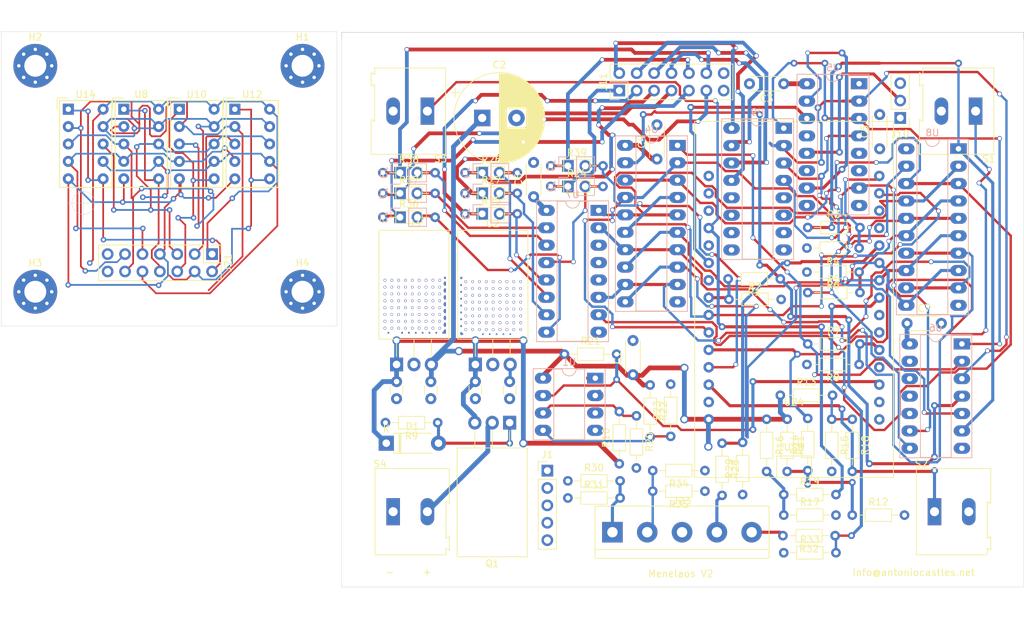
<source format=kicad_pcb>
(kicad_pcb (version 20221018) (generator pcbnew)
  (layers (0 "F.Cu" signal) (1 "In1.Cu" power "GND") (2 "In2.Cu" power "5VP") (31 "B.Cu" signal) (34 "B.Paste" user) (35 "F.Paste" user) (36 "B.SilkS" user "B.Silkscreen") (37 "F.SilkS" user "F.Silkscreen") (38 "B.Mask" user) (39 "F.Mask" user) (44 "Edge.Cuts" user))
  (net 0 "")
  (net 1 "+5VL")
  (net 2 "GND")
  (net 3 "+12V")
  (net 4 "Net-(D1-Pad2)")
  (net 5 "_a")
  (net 6 "thousands")
  (net 7 "_b")
  (net 8 "hundreds")
  (net 9 "_c")
  (net 10 "tens")
  (net 11 "_d")
  (net 12 "ones")
  (net 13 "_e")
  (net 14 "_dp")
  (net 15 "_f")
  (net 16 "_g")
  (net 17 "a")
  (net 18 "b")
  (net 19 "c")
  (net 20 "d")
  (net 21 "e")
  (net 22 "f")
  (net 23 "g")
  (net 24 "_dpBoard")
  (net 25 "blue")
  (net 26 "white")
  (net 27 "red")
  (net 28 "yellow")
  (net 29 "black")
  (net 30 "Net-(Q1-Pad2)")
  (net 31 "_onesBoard")
  (net 32 "_ones")
  (net 33 "_tensBoard")
  (net 34 "_tens")
  (net 35 "_hundredsBoard")
  (net 36 "_hundreds")
  (net 37 "_thousandsBoard")
  (net 38 "_thousands")
  (net 39 "_save")
  (net 40 "Net-(R11-Pad2)")
  (net 41 "Net-(R13-Pad2)")
  (net 42 "_zero")
  (net 43 "Net-(R16-Pad2)")
  (net 44 "_mode")
  (net 45 "_config")
  (net 46 "_chA")
  (net 47 "_chB")
  (net 48 "_a4")
  (net 49 "_a1")
  (net 50 "/7-segmet-display/BCD_out4")
  (net 51 "/7-segmet-display/BCD_out1")
  (net 52 "_a3")
  (net 53 "_a2")
  (net 54 "/7-segmet-display/BCD_out3")
  (net 55 "/7-segmet-display/BCD_out2")
  (net 56 "_clk")
  (net 57 "Net-(U24-Pad1)")
  (net 58 "Net-(U24-Pad2)")
  (net 59 "Net-(U24-Pad3)")
  (net 60 "Net-(U24-Pad5)")
  (net 61 "Net-(U24-Pad7)")
  (net 62 "+3V3")
  (net 63 "Net-(U24-Pad19)")
  (net 64 "Net-(U24-Pad21)")
  (net 65 "Net-(U24-Pad22)")
  (net 66 "Net-(U24-Pad27)")
  (net 67 "Net-(U24-Pad28)")
  (net 68 "Net-(J10-Pad2)")
  (net 69 "Net-(J11-Pad7)")
  (net 70 "Net-(J11-Pad8)")
  (net 71 "Net-(R10-Pad2)")
  (net 72 "Net-(R22-Pad2)")
  (net 73 "Net-(U1-Pad1)")
  (net 74 "Net-(U1-Pad2)")
  (net 75 "Net-(U1-Pad3)")
  (net 76 "Net-(U5-Pad1)")
  (net 77 "Net-(U5-Pad9)")
  (net 78 "Net-(U5-Pad2)")
  (net 79 "Net-(U5-Pad10)")
  (net 80 "Net-(U5-Pad3)")
  (net 81 "Net-(U5-Pad11)")
  (net 82 "Net-(U5-Pad4)")
  (net 83 "Net-(U5-Pad5)")
  (net 84 "Net-(U5-Pad6)")
  (net 85 "Net-(U5-Pad7)")
  (net 86 "Net-(U9-Pad7)")
  (net 87 "Net-(U9-Pad6)")
  (net 88 "Net-(U9-Pad5)")
  (net 89 "Net-(U9-Pad12)")
  (net 90 "Net-(U9-Pad11)")
  (net 91 "Net-(U9-Pad10)")
  (net 92 "Net-(U9-Pad9)")
  (footprint "Diode_THT:D_DO-41_SOD81_P7.62mm_Horizontal" (layer "F.Cu") (at 133.5 119)
    (fp_text reference "D1")
    (fp_text value "D_Zener-10V")
  )
  (footprint "Connector_PinHeader_2.54mm:PinHeader_1x05_P2.54mm_Vertical" (layer "F.Cu") (at 157 123)
    (fp_text reference "J1")
    (fp_text value "Conn_01x05_Male")
  )
  (footprint "Connector_PinHeader_2.54mm:PinHeader_1x03_P2.54mm_Vertical" (layer "F.Cu") (at 208.5 71.5 180)
    (fp_text reference "J10")
    (fp_text value "Conn_01x03_Male")
  )
  (footprint "knownParts:PinHeader_2x07_P2.54mm_Vertical-counterclockwise" (layer "F.Cu") (at 167.5 67.5 90)
    (fp_text reference "J11")
    (fp_text value "Conn_02x07_Counter_Clockwise")
  )
  (footprint "TerminalBlock:TerminalBlock_bornier-5_P5.08mm" (layer "F.Cu") (at 166.5 132)
    (fp_text reference "J23")
    (fp_text value "DIN-5-TerminalBlock")
  )
  (footprint "Capacitor_THT:C_Disc_D3.0mm_W1.6mm_P2.50mm" (layer "F.Cu") (at 146.5 110 -90)
    (fp_text reference "Murata-Ceramic-Capacitor-50v1-22uF1" hide)
    (fp_text value "C")
  )
  (footprint "Capacitor_THT:C_Disc_D3.0mm_W1.6mm_P2.50mm" (layer "F.Cu") (at 140 110 -90)
    (fp_text reference "Murata-Ceramic-Capacitor-50v1-22uF4" hide)
    (fp_text value "C")
  )
  (footprint "Package_TO_SOT_THT:TO-220-3_Horizontal_TabDown" (layer "F.Cu") (at 151.5 116 180)
    (fp_text reference "Q1")
    (fp_text value "IRF5305-Reverse-Polarity" hide)
  )
  (footprint "Resistor_THT:R_Axial_DIN0204_L3.6mm_D1.6mm_P7.62mm_Horizontal" (layer "F.Cu") (at 191 95 180)
    (fp_text reference "R1")
    (fp_text value "5K")
  )
  (footprint "Resistor_THT:R_Axial_DIN0204_L3.6mm_D1.6mm_P7.62mm_Horizontal" (layer "F.Cu") (at 183.5 98)
    (fp_text reference "R2")
    (fp_text value "10K")
  )
  (footprint "Resistor_THT:R_Axial_DIN0204_L3.6mm_D1.6mm_P7.62mm_Horizontal" (layer "F.Cu") (at 202.5 90.5 180)
    (fp_text reference "R4")
    (fp_text value "10K")
  )
  (footprint "Resistor_THT:R_Axial_DIN0204_L3.6mm_D1.6mm_P7.62mm_Horizontal" (layer "F.Cu") (at 202.5 94 180)
    (fp_text reference "R6")
    (fp_text value "10K")
  )
  (footprint "Resistor_THT:R_Axial_DIN0204_L3.6mm_D1.6mm_P7.62mm_Horizontal" (layer "F.Cu") (at 195 104.5)
    (fp_text reference "R7")
    (fp_text value "5K")
  )
  (footprint "Resistor_THT:R_Axial_DIN0204_L3.6mm_D1.6mm_P7.62mm_Horizontal" (layer "F.Cu") (at 202.5 107.5 180)
    (fp_text reference "R8")
    (fp_text value "10K")
  )
  (footprint "Resistor_THT:R_Axial_DIN0204_L3.6mm_D1.6mm_P7.62mm_Horizontal" (layer "F.Cu") (at 141 116 180)
    (fp_text reference "R9")
    (fp_text value "100K")
  )
  (footprint "Resistor_THT:R_Axial_DIN0204_L3.6mm_D1.6mm_P7.62mm_Horizontal" (layer "F.Cu") (at 192 115.5 -90)
    (fp_text reference "R11")
    (fp_text value "5K")
  )
  (footprint "Resistor_THT:R_Axial_DIN0204_L3.6mm_D1.6mm_P7.62mm_Horizontal" (layer "F.Cu") (at 201.5 129.5)
    (fp_text reference "R12")
    (fp_text value "10K")
  )
  (footprint "Resistor_THT:R_Axial_DIN0204_L3.6mm_D1.6mm_P7.62mm_Horizontal" (layer "F.Cu") (at 191 112)
    (fp_text reference "R13")
    (fp_text value "5K")
  )
  (footprint "Resistor_THT:R_Axial_DIN0204_L3.6mm_D1.6mm_P7.62mm_Horizontal" (layer "F.Cu") (at 195 123 90)
    (fp_text reference "R14")
    (fp_text value "10K")
  )
  (footprint "Resistor_THT:R_Axial_DIN0204_L3.6mm_D1.6mm_P7.62mm_Horizontal" (layer "F.Cu") (at 198.5 115.5 -90)
    (fp_text reference "R15")
    (fp_text value "10K")
  )
  (footprint "Resistor_THT:R_Axial_DIN0204_L3.6mm_D1.6mm_P7.62mm_Horizontal" (layer "F.Cu") (at 189 115.5 -90)
    (fp_text reference "R16")
    (fp_text value "5K")
  )
  (footprint "Resistor_THT:R_Axial_DIN0204_L3.6mm_D1.6mm_P7.62mm_Horizontal" (layer "F.Cu") (at 191.5 129.5)
    (fp_text reference "R17")
    (fp_text value "10K")
  )
  (footprint "Resistor_THT:R_Axial_DIN0204_L3.6mm_D1.6mm_P7.62mm_Horizontal" (layer "F.Cu") (at 201.5 115.5 -90)
    (fp_text reference "R18")
    (fp_text value "10K")
  )
  (footprint "Resistor_THT:R_Axial_DIN0204_L3.6mm_D1.6mm_P7.62mm_Horizontal" (layer "F.Cu") (at 191.5 126.5)
    (fp_text reference "R19")
    (fp_text value "10K")
  )
  (footprint "TerminalBlock:TerminalBlock_Altech_AK300-2_P5.00mm" (layer "F.Cu") (at 219.5 70.5 180)
    (fp_text reference "S1")
    (fp_text value "Generic-Switch")
  )
  (footprint "TerminalBlock:TerminalBlock_Altech_AK300-2_P5.00mm" (layer "F.Cu") (at 213.5 129)
    (fp_text reference "S2")
    (fp_text value "Generic-Switch")
  )
  (footprint "TerminalBlock:TerminalBlock_Altech_AK300-2_P5.00mm" (layer "F.Cu") (at 139.5 70.5 180)
    (fp_text reference "S3")
    (fp_text value "Generic-Switch")
  )
  (footprint "TerminalBlock:TerminalBlock_Altech_AK300-2_P5.00mm" (layer "F.Cu") (at 134.5 129)
    (fp_text reference "S4")
    (fp_text value "Generic-Switch")
  )
  (footprint "ariadne:ESP32-DEVKIT" (layer "F.Cu") (at 193 98)
    (fp_text reference "U24")
    (fp_text value "ESP32-WROOM-32D")
  )
  (footprint "Capacitor_THT:C_Disc_D3.0mm_W1.6mm_P2.50mm" (layer "F.Cu") (at 151.5 110 -90)
    (fp_text reference "Murata-Ceramic-Capacitor-50v1-22uF3" hide)
    (fp_text value "C")
  )
  (footprint "Capacitor_THT:C_Disc_D3.0mm_W1.6mm_P2.50mm" (layer "F.Cu") (at 135 110 -90)
    (fp_text reference "Murata-Ceramic-Capacitor-50v1-22uF2" hide)
    (fp_text value "C")
  )
  (footprint "Resistor_THT:R_Axial_DIN0204_L3.6mm_D1.6mm_P7.62mm_Horizontal" (layer "F.Cu") (at 159.5 106)
    (fp_text reference "R21")
    (fp_text value "R")
  )
  (footprint "Resistor_THT:R_Axial_DIN0204_L3.6mm_D1.6mm_P7.62mm_Horizontal" (layer "F.Cu") (at 195 87.5)
    (fp_text reference "R3")
    (fp_text value "5K")
  )
  (footprint "Resistor_THT:R_Axial_DIN0204_L3.6mm_D1.6mm_P7.62mm_Horizontal" (layer "F.Cu") (at 195 97)
    (fp_text reference "R5")
    (fp_text value "5K")
  )
  (footprint "Capacitor_THT:CP_Radial_D13.0mm_P5.00mm" (layer "F.Cu") (at 147.5 71.5)
    (fp_text reference "C2")
    (fp_text value "CP1")
  )
  (footprint "Capacitor_THT:C_Disc_D4.3mm_W1.9mm_P5.00mm" (layer "F.Cu") (at 173 77.5 90)
    (fp_text reference "C4")
    (fp_text value "C")
  )
  (footprint "Capacitor_THT:C_Disc_D4.3mm_W1.9mm_P5.00mm" (layer "F.Cu") (at 169.5 109 90)
    (fp_text reference "C1")
    (fp_text value "C")
  )
  (footprint "Capacitor_THT:C_Disc_D4.3mm_W1.9mm_P5.00mm" (layer "F.Cu") (at 205.5 76 90)
    (fp_text reference "C5")
    (fp_text value "C")
  )
  (footprint "Capacitor_THT:C_Disc_D4.3mm_W1.9mm_P5.00mm" (layer "F.Cu") (at 155 83 90)
    (fp_text reference "C6")
    (fp_text value "C")
  )
  (footprint "Capacitor_THT:C_Disc_D4.3mm_W1.9mm_P5.00mm" (layer "F.Cu") (at 209.5 101.5)
    (fp_text reference "C7")
    (fp_text value "C")
  )
  (footprint "Resistor_THT:R_Axial_DIN0204_L3.6mm_D1.6mm_P7.62mm_Horizontal" (layer "F.Cu") (at 167.5 122 90)
    (fp_text reference "R10")
    (fp_text value "R")
  )
  (footprint "Resistor_THT:R_Axial_DIN0204_L3.6mm_D1.6mm_P7.62mm_Horizontal" (layer "F.Cu") (at 172 110.5 -90)
    (fp_text reference "R22")
    (fp_text value "R")
  )
  (footprint "Resistor_THT:R_Axial_DIN0204_L3.6mm_D1.6mm_P7.62mm_Horizontal" (layer "F.Cu") (at 175 118 90)
    (fp_text reference "R23")
    (fp_text value "R")
  )
  (footprint "Resistor_THT:R_Axial_DIN0204_L3.6mm_D1.6mm_P7.62mm_Horizontal" (layer "F.Cu") (at 157.5 81.5)
    (fp_text reference "R24")
    (fp_text value "R")
  )
  (footprint "Resistor_THT:R_Axial_DIN0204_L3.6mm_D1.6mm_P7.62mm_Horizontal" (layer "F.Cu") (at 145 85.5)
    (fp_text reference "R25")
    (fp_text value "R")
  )
  (footprint "Resistor_THT:R_Axial_DIN0204_L3.6mm_D1.6mm_P7.62mm_Horizontal" (layer "F.Cu") (at 145 79.5)
    (fp_text reference "R26")
    (fp_text value "R")
  )
  (footprint "Resistor_THT:R_Axial_DIN0204_L3.6mm_D1.6mm_P7.62mm_Horizontal" (layer "F.Cu") (at 145 82.5)
    (fp_text reference "R27")
    (fp_text value "R")
  )
  (footprint "Resistor_THT:R_Axial_DIN0204_L3.6mm_D1.6mm_P7.62mm_Horizontal" (layer "F.Cu") (at 182.5 119 -90)
    (fp_text reference "R28")
    (fp_text value "50")
  )
  (footprint "Resistor_THT:R_Axial_DIN0204_L3.6mm_D1.6mm_P7.62mm_Horizontal" (layer "F.Cu") (at 185.5 126.5 90)
    (fp_text reference "R29")
    (fp_text value "220")
  )
  (footprint "Resistor_THT:R_Axial_DIN0204_L3.6mm_D1.6mm_P7.62mm_Horizontal" (layer "F.Cu") (at 160 124.5)
    (fp_text reference "R30")
    (fp_text value "220")
  )
  (footprint "Resistor_THT:R_Axial_DIN0204_L3.6mm_D1.6mm_P7.62mm_Horizontal" (layer "F.Cu") (at 160 127)
    (fp_text reference "R31")
    (fp_text value "100")
  )
  (footprint "Resistor_THT:R_Axial_DIN0204_L3.6mm_D1.6mm_P7.62mm_Horizontal" (layer "F.Cu") (at 199 132.5 180)
    (fp_text reference "R32")
    (fp_text value "50")
  )
  (footprint "Resistor_THT:R_Axial_DIN0204_L3.6mm_D1.6mm_P7.62mm_Horizontal" (layer "F.Cu") (at 191.5 135)
    (fp_text reference "R33")
    (fp_text value "220")
  )
  (footprint "Resistor_THT:R_Axial_DIN0204_L3.6mm_D1.6mm_P7.62mm_Horizontal" (layer "F.Cu") (at 180 123 180)
    (fp_text reference "R34")
    (fp_text value "220")
  )
  (footprint "Resistor_THT:R_Axial_DIN0204_L3.6mm_D1.6mm_P7.62mm_Horizontal" (layer "F.Cu") (at 180 126 180)
    (fp_text reference "R35")
    (fp_text value "100")
  )
  (footprint "Resistor_THT:R_Axial_DIN0204_L3.6mm_D1.6mm_P7.62mm_Horizontal" (layer "F.Cu") (at 133 86)
    (fp_text reference "R36")
    (fp_text value "R")
  )
  (footprint "Resistor_THT:R_Axial_DIN0204_L3.6mm_D1.6mm_P7.62mm_Horizontal" (layer "F.Cu") (at 133 82.5)
    (fp_text reference "R37")
    (fp_text value "R")
  )
  (footprint "Resistor_THT:R_Axial_DIN0204_L3.6mm_D1.6mm_P7.62mm_Horizontal" (layer "F.Cu") (at 133 79.5)
    (fp_text reference "R38")
    (fp_text value "R")
  )
  (footprint "Resistor_THT:R_Axial_DIN0204_L3.6mm_D1.6mm_P7.62mm_Horizontal" (layer "F.Cu") (at 157.5 78.5)
    (fp_text reference "R39")
    (fp_text value "R")
  )
  (footprint "Package_TO_SOT_THT:TO-220-3_Horizontal_TabDown" (layer "F.Cu") (at 146.5 107.5)
    (fp_text reference "U2")
    (fp_text value "L7805")
  )
  (footprint "Package_TO_SOT_THT:TO-220-3_Horizontal_TabDown" (layer "F.Cu") (at 135 107.5)
    (fp_text reference "U3")
    (fp_text value "L7805")
  )
  (footprint "Display_7Segment:HDSP-A151" (layer "F.Cu") (at 95.2 70.22)
    (fp_text reference "U8")
    (fp_text value "HDSP-7503")
  )
  (footprint "Display_7Segment:HDSP-A151" (layer "F.Cu") (at 103.3 70.22)
    (fp_text reference "U10")
    (fp_text value "HDSP-7503")
  )
  (footprint "Display_7Segment:HDSP-A151" (layer "F.Cu") (at 111.4 70.22)
    (fp_text reference "U12")
    (fp_text value "HDSP-7503")
  )
  (footprint "Display_7Segment:HDSP-A151" (layer "F.Cu") (at 87.1 70.22)
    (fp_text reference "U14")
    (fp_text value "HDSP-7503")
  )
  (footprint "MountingHole:MountingHole_3.2mm_M3_Pad_Via" (layer "F.Cu") (at 82.28 96.88)
    (fp_text reference "H3")
    (fp_text value "MountingHole")
  )
  (footprint "MountingHole:MountingHole_3.2mm_M3_Pad_Via" (layer "F.Cu") (at 121.28 63.88)
    (fp_text reference "H1")
    (fp_text value "MountingHole")
  )
  (footprint "MountingHole:MountingHole_3.2mm_M3_Pad_Via" (layer "F.Cu") (at 82.28 63.88)
    (fp_text reference "H2")
    (fp_text value "MountingHole")
  )
  (footprint "MountingHole:MountingHole_3.2mm_M3_Pad_Via" (layer "F.Cu") (at 121.28 96.88)
    (fp_text reference "H4")
    (fp_text value "MountingHole")
  )
  (footprint "knownParts:PinHeader_2x07_P2.54mm_Vertical-counterclockwise" (layer "F.Cu") (at 108.08 91.38 -90)
    (fp_text reference "J21")
    (fp_text value "Conn_02x07_Counter_Clockwise")
  )
  (footprint "Resistor_THT:R_Axial_DIN0204_L3.6mm_D1.6mm_P7.62mm_Horizontal" (layer "F.Cu") (at 170 115 -90)
    (fp_text reference "R20")
    (fp_text value "R")
  )
  (footprint "Capacitor_THT:C_Disc_D4.3mm_W1.9mm_P5.00mm" (layer "F.Cu") (at 191.5 66.5 180)
    (fp_text reference "C3")
    (fp_text value "C")
  )
  (footprint "Connector_PinHeader_2.54mm:PinHeader_1x02_P2.54mm_Vertical" (layer "B.Cu") (at 160 81.5 -90)
    (fp_text reference "J2")
    (fp_text value "Conn_01x02_Male")
  )
  (footprint "Connector_PinHeader_2.54mm:PinHeader_1x02_P2.54mm_Vertical" (layer "B.Cu") (at 147.5 85.5 -90)
    (fp_text reference "J3")
    (fp_text value "Conn_01x02_Male")
  )
  (footprint "Connector_PinHeader_2.54mm:PinHeader_1x02_P2.54mm_Vertical" (layer "B.Cu") (at 147.5 79.5 -90)
    (fp_text reference "J4")
    (fp_text value "Conn_01x02_Male")
  )
  (footprint "Connector_PinHeader_2.54mm:PinHeader_1x02_P2.54mm_Vertical" (layer "B.Cu") (at 147.5 82.5 -90)
    (fp_text reference "J5")
    (fp_text value "Conn_01x02_Male")
  )
  (footprint "Connector_PinHeader_2.54mm:PinHeader_1x02_P2.54mm_Vertical" (layer "B.Cu") (at 135.5 86 -90)
    (fp_text reference "J6")
    (fp_text value "Conn_01x02_Male" hide)
  )
  (footprint "Connector_PinHeader_2.54mm:PinHeader_1x02_P2.54mm_Vertical" (layer "B.Cu") (at 135.5 82.5 -90)
    (fp_text reference "J7")
    (fp_text value "Conn_01x02_Male" hide)
  )
  (footprint "Connector_PinHeader_2.54mm:PinHeader_1x02_P2.54mm_Vertical" (layer "B.Cu") (at 135.5 79.5 -90)
    (fp_text reference "J8")
    (fp_text value "Conn_01x02_Male" hide)
  )
  (footprint "Package_DIP:DIP-14_W7.62mm_Socket_LongPads" (layer "B.Cu") (at 217.5 104.5 180)
    (fp_text reference "U6")
    (fp_text value "74HC04")
  )
  (footprint "Package_DIP:DIP-16_W7.62mm_Socket_LongPads" (layer "B.Cu") (at 164.5 85 180)
    (fp_text reference "U7")
    (fp_text value "74HC4511E")
  )
  (footprint "Package_DIP:DIP-20_W7.62mm_Socket_LongPads" (layer "B.Cu") (at 217 76 180)
    (fp_text reference "U8")
    (fp_text value "74HCT244")
  )
  (footprint "Package_DIP:DIP-16_W7.62mm_Socket_LongPads" (layer "B.Cu") (at 191.5 73 180)
    (fp_text reference "U9")
    (fp_text value "ULN2003")
  )
  (footprint "Package_DIP:DIP-8_W7.62mm_Socket_LongPads" (layer "B.Cu") (at 164 109.5 180)
    (fp_text reference "U1")
    (fp_text value "LM393")
  )
  (footprint "Package_DIP:DIP-20_W7.62mm_Socket_LongPads" (layer "B.Cu") (at 176 75.5 180)
    (fp_text reference "U4")
    (fp_text value "74HCT244")
  )
  (footprint "Package_DIP:DIP-16_W7.62mm_Socket_LongPads" (layer "B.Cu") (at 202.5 66.5 180)
    (fp_text reference "U5")
    (fp_text value "74HC4017E")
  )
  (footprint "Connector_PinHeader_2.54mm:PinHeader_1x02_P2.54mm_Vertical" (layer "B.Cu") (at 160 78.5 -90)
    (fp_text reference "J9")
    (fp_text value "Conn_01x02_Male")
  )
  (gr_line (start 127 140) (end 127 60) (stroke (width 0.05)) (layer "Edge.Cuts"))
  (gr_line (start 226.5 140) (end 127 140) (stroke (width 0.05)) (layer "Edge.Cuts"))
  (gr_line (start 226.5 60) (end 226.5 140) (stroke (width 0.05)) (layer "Edge.Cuts"))
  (gr_line (start 126.3 101.88) (end 77.3 101.88) (stroke (width 0.05)) (layer "Edge.Cuts"))
  (gr_line (start 126.3 58.88) (end 126.3 101.88) (stroke (width 0.05)) (layer "Edge.Cuts"))
  (gr_line (start 77.3 101.88) (end 77.3 58.88) (stroke (width 0.05)) (layer "Edge.Cuts"))
  (gr_line (start 77.3 58.88) (end 126.3 58.88) (stroke (width 0.05)) (layer "Edge.Cuts"))
  (gr_line (start 127 59) (end 127 60) (stroke (width 0.1)) (layer "Edge.Cuts"))
  (gr_line (start 226.5 59.5) (end 226.5 59) (stroke (width 0.1)) (layer "Edge.Cuts"))
  (gr_line (start 226.5 60) (end 226.5 59.5) (stroke (width 0.1)) (layer "Edge.Cuts"))
  (gr_line (start 226.5 59) (end 127 59) (stroke (width 0.1)) (layer "Edge.Cuts"))
  (gr_text "-" (at 134.01 137.82) (layer "F.SilkS") (effects (font (size 1 1))))
  (gr_text "+" (at 139.47 137.8) (layer "F.SilkS") (effects (font (size 1 1))))
  (gr_text "info@antoniocastles.net" (at 210.47 137.88) (layer "F.SilkS") (effects (font (size 1 1))))
  (gr_text "Menelaos V2" (at 176.47 138.06) (layer "F.SilkS") (effects (font (size 1 1))))
  (target plus (at 89.3 83.92) (size 5) (width 0.05) (layer "Edge.Cuts"))
  (segment (start 96.325001 76.425001) (end 96.325001 83.204999) (width 0.25) (layer "F.Cu") (net 0))
  (segment (start 107.215011 81.555011) (end 107.87 82.21) (width 0.25) (layer "F.Cu") (net 0))
  (segment (start 107.215011 74.344989) (end 107.215011 81.555011) (width 0.25) (layer "F.Cu") (net 0))
  (segment (start 107.385001 74.174999) (end 107.215011 74.344989) (width 0.25) (layer "F.Cu") (net 0))
  (segment (start 110.274999 74.174999) (end 107.385001 74.174999) (width 0.25) (layer "F.Cu") (net 0))
  (segment (start 111.4 75.3) (end 110.274999 74.174999) (width 0.25) (layer "F.Cu") (net 0))
  (segment (start 106.105001 87.054999) (end 105.88 87.28) (width 0.25) (layer "F.Cu") (net 0))
  (segment (start 106.105001 75.905001) (end 106.105001 87.054999) (width 0.25) (layer "F.Cu") (net 0))
  (segment (start 105.68 75.48) (end 106.105001 75.905001) (width 0.25) (layer "F.Cu") (net 0))
  (segment (start 88.93 93.18) (end 88.93 72.98) (width 0.25) (layer "F.Cu") (net 0))
  (segment (start 89.58 93.83) (end 88.93 93.18) (width 0.25) (layer "F.Cu") (net 0))
  (segment (start 112.525001 91.710001) (end 107.580001 96.655001) (width 0.25) (layer "F.Cu") (net 0))
  (segment (start 112.525001 73.885001) (end 112.525001 91.710001) (width 0.25) (layer "F.Cu") (net 0))
  (segment (start 111.4 72.76) (end 112.525001 73.885001) (width 0.25) (layer "F.Cu") (net 0))
  (segment (start 90.341999 69.094999) (end 88.93 70.506998) (width 0.25) (layer "F.Cu") (net 0))
  (segment (start 96.260001 69.094999) (end 90.341999 69.094999) (width 0.25) (layer "F.Cu") (net 0))
  (segment (start 96.325001 69.159999) (end 96.260001 69.094999) (width 0.25) (layer "F.Cu") (net 0))
  (segment (start 96.325001 71.280001) (end 96.325001 69.159999) (width 0.25) (layer "F.Cu") (net 0))
  (segment (start 97.465001 73.358001) (end 97.465001 72.420001) (width 0.25) (layer "F.Cu") (net 0))
  (segment (start 97.088001 73.735001) (end 97.465001 73.358001) (width 0.25) (layer "F.Cu") (net 0))
  (segment (start 93.305001 73.300001) (end 93.740001 73.735001) (width 0.25) (layer "F.Cu") (net 0))
  (segment (start 93.845002 72.76) (end 93.305001 73.300001) (width 0.25) (layer "F.Cu") (net 0))
  (segment (start 88.93 70.506998) (end 88.93 72.98) (width 0.25) (layer "F.Cu") (net 0))
  (segment (start 97.465001 72.420001) (end 96.325001 71.280001) (width 0.25) (layer "F.Cu") (net 0))
  (segment (start 93.740001 73.735001) (end 97.088001 73.735001) (width 0.25) (layer "F.Cu") (net 0))
  (segment (start 95.2 72.76) (end 93.845002 72.76) (width 0.25) (layer "F.Cu") (net 0))
  (segment (start 97.465001 70.171997) (end 97.465001 72.420001) (width 0.25) (layer "F.Cu") (net 0))
  (segment (start 98.628001 69.704999) (end 97.931999 69.704999) (width 0.25) (layer "F.Cu") (net 0))
  (segment (start 99.005001 70.081999) (end 98.628001 69.704999) (width 0.25) (layer "F.Cu") (net 0))
  (segment (start 99.005001 73.894999) (end 99.005001 70.081999) (width 0.25) (layer "F.Cu") (net 0))
  (segment (start 99.285001 74.174999) (end 99.005001 73.894999) (width 0.25) (layer "F.Cu") (net 0))
  (segment (start 100.530003 74.174999) (end 99.285001 74.174999) (width 0.25) (layer "F.Cu") (net 0))
  (segment (start 101.405001 69.929997) (end 101.405001 73.300001) (width 0.25) (layer "F.Cu") (net 0))
  (segment (start 102.239999 69.094999) (end 101.405001 69.929997) (width 0.25) (layer "F.Cu") (net 0))
  (segment (start 97.931999 69.704999) (end 97.465001 70.171997) (width 0.25) (layer "F.Cu") (net 0))
  (segment (start 101.405001 73.300001) (end 100.530003 74.174999) (width 0.25) (layer "F.Cu") (net 0))
  (segment (start 104.360001 69.094999) (end 102.239999 69.094999) (width 0.25) (layer "F.Cu") (net 0))
  (segment (start 104.425001 69.159999) (end 104.360001 69.094999) (width 0.25) (layer "F.Cu") (net 0))
  (segment (start 104.425001 71.634999) (end 104.425001 69.159999) (width 0.25) (layer "F.Cu") (net 0))
  (segment (start 103.3 72.76) (end 104.425001 71.634999) (width 0.25) (layer "F.Cu") (net 0))
  (segment (start 101.579999 79.329999) (end 100.29 78.04) (width 0.25) (layer "F.Cu") (net 0))
  (segment (start 101.579999 82.480001) (end 101.579999 79.329999) (width 0.25) (layer "F.Cu") (net 0))
  (segment (start 101.18 82.88) (end 101.579999 82.480001) (width 0.25) (layer "F.Cu") (net 0))
  (segment (start 117.605001 87.266411) (end 117.605001 78.965001) (width 0.25) (layer "F.Cu") (net 0))
  (segment (start 107.766402 97.10501) (end 117.605001 87.266411) (width 0.25) (layer "F.Cu") (net 0))
  (segment (start 117.605001 78.965001) (end 116.48 77.84) (width 0.25) (layer "F.Cu") (net 0))
  (segment (start 99.902929 97.10501) (end 107.766402 97.10501) (width 0.25) (layer "F.Cu") (net 0))
  (segment (start 97.92 95.122081) (end 99.902929 97.10501) (width 0.25) (layer "F.Cu") (net 0))
  (segment (start 97.92 93.92) (end 97.92 95.122081) (width 0.25) (layer "F.Cu") (net 0))
  (segment (start 88.43 79.36) (end 87.11 78.04) (width 0.25) (layer "F.Cu") (net 0))
  (segment (start 111.4 77.36) (end 111.4 77.84) (width 0.25) (layer "F.Cu") (net 0))
  (segment (start 109.92 75.88) (end 111.4 77.36) (width 0.25) (layer "F.Cu") (net 0))
  (segment (start 97.92 87.69) (end 97.98 87.63) (width 0.25) (layer "F.Cu") (net 0))
  (segment (start 97.92 91.38) (end 97.92 87.69) (width 0.25) (layer "F.Cu") (net 0))
  (segment (start 88.43 87.405) (end 88.205 87.63) (width 0.25) (layer "F.Cu") (net 0))
  (segment (start 88.43 79.36) (end 88.43 87.405) (width 0.25) (layer "F.Cu") (net 0))
  (segment (start 98.28 70.43) (end 98.28 80.53) (width 0.25) (layer "F.Cu") (net 0))
  (segment (start 98.33 80.58) (end 100.29 80.58) (width 0.25) (layer "F.Cu") (net 0))
  (segment (start 98.28 80.53) (end 98.33 80.58) (width 0.25) (layer "F.Cu") (net 0))
  (segment (start 100.960009 93.633599) (end 100.960009 94.006401) (width 0.25) (layer "F.Cu") (net 0))
  (segment (start 99.284999 91.958589) (end 100.960009 93.633599) (width 0.25) (layer "F.Cu") (net 0))
  (segment (start 99.284999 90.815999) (end 99.284999 91.958589) (width 0.25) (layer "F.Cu") (net 0))
  (segment (start 100.28 89.820998) (end 99.284999 90.815999) (width 0.25) (layer "F.Cu") (net 0))
  (segment (start 100.960009 94.006401) (end 100.753205 94.213205) (width 0.25) (layer "F.Cu") (net 0))
  (segment (start 100.28 80.38) (end 100.28 89.820998) (width 0.25) (layer "F.Cu") (net 0))
  (segment (start 100.28 94.05) (end 100.51 93.82) (width 0.25) (layer "F.Cu") (net 0))
  (segment (start 100.29 91.06) (end 100.51 91.28) (width 0.25) (layer "F.Cu") (net 0))
  (segment (start 87.11 95.85) (end 87.08 95.88) (width 0.25) (layer "F.Cu") (net 0))
  (segment (start 87.11 80.58) (end 87.11 95.85) (width 0.25) (layer "F.Cu") (net 0))
  (segment (start 108.61 83.17) (end 107.55 83.17) (width 0.25) (layer "F.Cu") (net 0))
  (segment (start 111.4 80.38) (end 108.61 83.17) (width 0.25) (layer "F.Cu") (net 0))
  (segment (start 103.51 80.59) (end 103.3 80.38) (width 0.25) (layer "F.Cu") (net 0))
  (segment (start 103.51 82.69) (end 103.51 80.59) (width 0.25) (layer "F.Cu") (net 0))
  (segment (start 103.3 82.45) (end 103.3 80.38) (width 0.25) (layer "F.Cu") (net 0))
  (segment (start 102.45 83.3) (end 103.3 82.45) (width 0.25) (layer "F.Cu") (net 0))
  (segment (start 95.2 83.63) (end 95.034999 83.795001) (width 0.25) (layer "F.Cu") (net 0))
  (segment (start 95.2 80.38) (end 95.2 83.63) (width 0.25) (layer "F.Cu") (net 0))
  (segment (start 101.154999 84.595001) (end 102.45 83.3) (width 0.25) (layer "F.Cu") (net 0))
  (segment (start 101.154999 90.685001) (end 101.154999 84.595001) (width 0.25) (layer "F.Cu") (net 0))
  (segment (start 100.46 91.38) (end 101.154999 90.685001) (width 0.25) (layer "F.Cu") (net 0))
  (segment (start 105.33 86.03) (end 105.38 86.08) (width 0.25) (layer "F.Cu") (net 0))
  (segment (start 105.33 80.63) (end 105.33 86.03) (width 0.25) (layer "F.Cu") (net 0))
  (segment (start 104.175001 92.744999) (end 103 93.92) (width 0.25) (layer "F.Cu") (net 0))
  (segment (start 104.175001 87.125001) (end 104.175001 92.744999) (width 0.25) (layer "F.Cu") (net 0))
  (segment (start 103.13 86.08) (end 104.175001 87.125001) (width 0.25) (layer "F.Cu") (net 0))
  (segment (start 103.850001 76.625001) (end 105.33 78.105) (width 0.25) (layer "F.Cu") (net 0))
  (segment (start 105.33 78.105) (end 105.33 80.63) (width 0.25) (layer "F.Cu") (net 0))
  (segment (start 101.855011 75.710013) (end 102.769999 76.625001) (width 0.25) (layer "F.Cu") (net 0))
  (segment (start 101.855011 71.954989) (end 101.855011 75.710013) (width 0.25) (layer "F.Cu") (net 0))
  (segment (start 102.184999 71.625001) (end 101.855011 71.954989) (width 0.25) (layer "F.Cu") (net 0))
  (segment (start 102.769999 76.625001) (end 103.850001 76.625001) (width 0.25) (layer "F.Cu") (net 0))
  (segment (start 102.184999 71.545001) (end 102.184999 71.625001) (width 0.25) (layer "F.Cu") (net 0))
  (segment (start 103.31 70.42) (end 102.184999 71.545001) (width 0.25) (layer "F.Cu") (net 0))
  (segment (start 103.13 91.2) (end 103.05 91.28) (width 0.25) (layer "F.Cu") (net 0))
  (segment (start 101.874999 84.935001) (end 101.88 84.93) (width 0.25) (layer "F.Cu") (net 0))
  (segment (start 93.73 77.04) (end 92.19 75.5) (width 0.25) (layer "F.Cu") (net 0))
  (segment (start 93.73 84.93) (end 93.73 77.04) (width 0.25) (layer "F.Cu") (net 0))
  (segment (start 97.08 79.96641) (end 99.13 82.01641) (width 0.25) (layer "F.Cu") (net 0))
  (segment (start 99.13 82.01641) (end 99.13 84.93) (width 0.25) (layer "F.Cu") (net 0))
  (segment (start 97.08 75.73) (end 97.08 79.96641) (width 0.25) (layer "F.Cu") (net 0))
  (segment (start 101.88 90.26) (end 103 91.38) (width 0.25) (layer "F.Cu") (net 0))
  (segment (start 101.88 84.93) (end 101.88 90.26) (width 0.25) (layer "F.Cu") (net 0))
  (segment (start 113.78 80.58) (end 113.78 70.28) (width 0.25) (layer "F.Cu") (net 0))
  (segment (start 111.55 70.28) (end 111.41 70.42) (width 0.25) (layer "F.Cu") (net 0))
  (segment (start 113.78 70.28) (end 111.55 70.28) (width 0.25) (layer "F.Cu") (net 0))
  (segment (start 113.78 87.23) (end 113.78 80.58) (width 0.25) (layer "F.Cu") (net 0))
  (segment (start 113.38 87.63) (end 113.78 87.23) (width 0.25) (layer "F.Cu") (net 0))
  (segment (start 104.364999 95.095001) (end 105.54 93.92) (width 0.25) (layer "F.Cu") (net 0))
  (segment (start 102.435999 95.095001) (end 104.364999 95.095001) (width 0.25) (layer "F.Cu") (net 0))
  (segment (start 101.824999 94.484001) (end 102.435999 95.095001) (width 0.25) (layer "F.Cu") (net 0))
  (segment (start 96.74 72.634998) (end 96.74 73.01) (width 0.25) (layer "F.Cu") (net 0))
  (segment (start 95.740001 71.634999) (end 96.74 72.634998) (width 0.25) (layer "F.Cu") (net 0))
  (segment (start 93.305001 71.634999) (end 95.740001 71.634999) (width 0.25) (layer "F.Cu") (net 0))
  (segment (start 92.18 72.76) (end 93.305001 71.634999) (width 0.25) (layer "F.Cu") (net 0))
  (segment (start 106.765001 90.154999) (end 105.54 91.38) (width 0.25) (layer "F.Cu") (net 0))
  (segment (start 106.765001 73.415001) (end 106.765001 90.154999) (width 0.25) (layer "F.Cu") (net 0))
  (segment (start 106.08 72.73) (end 106.765001 73.415001) (width 0.25) (layer "F.Cu") (net 0))
  (segment (start 92.19 89.24) (end 92.23 89.28) (width 0.25) (layer "F.Cu") (net 0))
  (segment (start 92.19 80.58) (end 92.19 89.24) (width 0.25) (layer "F.Cu") (net 0))
  (segment (start 89.98 70.53) (end 89.98 80.58) (width 0.25) (layer "F.Cu") (net 0))
  (segment (start 108.695685 89.38) (end 108.13 89.38) (width 0.25) (layer "F.Cu") (net 0))
  (segment (start 109.255001 89.939316) (end 108.695685 89.38) (width 0.25) (layer "F.Cu") (net 0))
  (segment (start 109.255001 92.744999) (end 109.255001 89.939316) (width 0.25) (layer "F.Cu") (net 0))
  (segment (start 108.08 93.92) (end 109.255001 92.744999) (width 0.25) (layer "F.Cu") (net 0))
  (segment (start 90.705001 71.904999) (end 92.19 70.42) (width 0.25) (layer "F.Cu") (net 0))
  (segment (start 90.705001 92.204999) (end 90.705001 71.904999) (width 0.25) (layer "F.Cu") (net 0))
  (segment (start 90.23 92.68) (end 90.705001 92.204999) (width 0.25) (layer "F.Cu") (net 0))
  (segment (start 107.404999 86.855001) (end 111.03 83.23) (width 0.25) (layer "F.Cu") (net 0))
  (segment (start 107.404999 90.704999) (end 107.404999 86.855001) (width 0.25) (layer "F.Cu") (net 0))
  (segment (start 108.08 91.38) (end 107.404999 90.704999) (width 0.25) (layer "F.Cu") (net 0))
  (segment (start 95.2 75.3) (end 96.325001 76.425001) (width 0.25) (layer "F.Cu") (net 0))
  (segment (start 96.325001 83.204999) (end 96.405001 83.204999) (width 0.25) (layer "F.Cu") (net 0))
  (segment (start 96.555001 92.744999) (end 96.555001 83.055001) (width 0.25) (layer "F.Cu") (net 0))
  (segment (start 95.38 93.92) (end 96.555001 92.744999) (width 0.25) (layer "F.Cu") (net 0))
  (segment (start 96.555 83.055) (end 97.8 81.81) (width 0.25) (layer "F.Cu") (net 0))
  (segment (start 96.555001 83.055001) (end 96.555 83.055) (width 0.25) (layer "F.Cu") (net 0))
  (segment (start 96.405001 83.204999) (end 96.555 83.055) (width 0.25) (layer "F.Cu") (net 0))
  (via (at 97.8 81.81) (size 0.8) (drill 0.4) (layers "F.Cu" "B.Cu") (net 0))
  (via (at 107.87 82.21) (size 0.8) (drill 0.4) (layers "F.Cu" "B.Cu") (net 0))
  (via (at 105.68 75.48) (size 0.8) (drill 0.4) (layers "F.Cu" "B.Cu") (net 0))
  (via (at 105.88 87.28) (size 0.8) (drill 0.4) (layers "F.Cu" "B.Cu") (net 0))
  (via (at 89.58 93.83) (size 0.8) (drill 0.4) (layers "F.Cu" "B.Cu") (net 0))
  (via (at 88.93 72.98) (size 0.8) (drill 0.4) (layers "F.Cu" "B.Cu") (net 0))
  (via (at 97.97 83.07) (size 0.8) (drill 0.4) (layers "F.Cu" "B.Cu") (net 0))
  (via (at 97.97 83.07) (size 0.8) (drill 0.4) (layers "F.Cu" "B.Cu") (net 0))
  (via (at 101.18 82.88) (size 0.8) (drill 0.4) (layers "F.Cu" "B.Cu") (net 0))
  (via (at 101.579999 79.329999) (size 0.8) (drill 0.4) (layers "F.Cu" "B.Cu") (net 0))
  (via (at 109.92 75.88) (size 0.8) (drill 0.4) (layers "F.Cu" "B.Cu") (net 0))
  (via (at 97.98 87.63) (size 0.8) (drill 0.4) (layers "F.Cu" "B.Cu") (net 0))
  (via (at 88.205 87.63) (size 0.8) (drill 0.4) (layers "F.Cu" "B.Cu") (net 0))
  (via (at 98.28 70.43) (size 0.8) (drill 0.4) (layers "F.Cu" "B.Cu") (net 0))
  (via (at 87.08 95.88) (size 0.8) (drill 0.4) (layers "F.Cu" "B.Cu") (net 0))
  (via (at 100.28 95.93) (size 0.8) (drill 0.4) (layers "F.Cu" "B.Cu") (net 0))
  (via (at 107.55 83.17) (size 0.8) (drill 0.4) (layers "F.Cu" "B.Cu") (net 0))
  (via (at 103.51 82.69) (size 0.8) (drill 0.4) (layers "F.Cu" "B.Cu") (net 0))
  (via (at 102.45 83.3) (size 0.8) (drill 0.4) (layers "F.Cu" "B.Cu") (net 0))
  (via (at 95.034999 83.795001) (size 0.8) (drill 0.4) (layers "F.Cu" "B.Cu") (net 0))
  (via (at 105.33 80.63) (size 0.8) (drill 0.4) (layers "F.Cu" "B.Cu") (net 0))
  (via (at 105.38 86.08) (size 0.8) (drill 0.4) (layers "F.Cu" "B.Cu") (net 0))
  (via (at 103.13 86.08) (size 0.8) (drill 0.4) (layers "F.Cu" "B.Cu") (net 0))
  (via (at 101.88 84.93) (size 0.8) (drill 0.4) (layers "F.Cu" "B.Cu") (net 0))
  (via (at 93.73 84.93) (size 0.8) (drill 0.4) (layers "F.Cu" "B.Cu") (net 0))
  (via (at 97.08 75.73) (size 0.8) (drill 0.4) (layers "F.Cu" "B.Cu") (net 0))
  (via (at 99.13 84.93) (size 0.8) (drill 0.4) (layers "F.Cu" "B.Cu") (net 0))
  (via (at 113.78 80.58) (size 0.8) (drill 0.4) (layers "F.Cu" "B.Cu") (net 0))
  (via (at 113.38 87.63) (size 0.8) (drill 0.4) (layers "F.Cu" "B.Cu") (net 0))
  (via (at 96.74 73.01) (size 0.8) (drill 0.4) (layers "F.Cu" "B.Cu") (net 0))
  (via (at 106.08 72.73) (size 0.8) (drill 0.4) (layers "F.Cu" "B.Cu") (net 0))
  (via (at 92.23 89.28) (size 0.8) (drill 0.4) (layers "F.Cu" "B.Cu") (net 0))
  (via (at 108.13 89.38) (size 0.8) (drill 0.4) (layers "F.Cu" "B.Cu") (net 0))
  (via (at 89.98 70.53) (size 0.8) (drill 0.4) (layers "F.Cu" "B.Cu") (net 0))
  (via (at 89.98 80.58) (size 0.8) (drill 0.4) (layers "F.Cu" "B.Cu") (net 0))
  (via (at 90.23 92.68) (size 0.8) (drill 0.4) (layers "F.Cu" "B.Cu") (net 0))
  (via (at 111.03 83.23) (size 0.8) (drill 0.4) (layers "F.Cu" "B.Cu") (net 0))
  (via (at 116.48 70.22) (size 0.8) (drill 0.4) (layers "F.Cu" "B.Cu") (net 0))
  (via (at 134.3 95.2) (size 0.4) (drill 0.3) (layers "F.Cu" "B.Cu") (net 0))
  (via (at 135.3 95.2) (size 0.4) (drill 0.3) (layers "F.Cu" "B.Cu") (net 0))
  (via (at 136.3 95.2) (size 0.4) (drill 0.3) (layers "F.Cu" "B.Cu") (net 0))
  (via (at 137.3 95.2) (size 0.4) (drill 0.3) (layers "F.Cu" "B.Cu") (net 0))
  (via (at 138.3 95.2) (size 0.4) (drill 0.3) (layers "F.Cu" "B.Cu") (net 0))
  (via (at 139.3 95.2) (size 0.4) (drill 0.3) (layers "F.Cu" "B.Cu") (net 0))
  (via (at 140.3 95.2) (size 0.4) (drill 0.3) (layers "F.Cu" "B.Cu") (net 0))
  (via (at 141.3 95.2) (size 0.4) (drill 0.3) (layers "F.Cu" "B.Cu") (net 0))
  (via (at 133.3 96.2) (size 0.4) (drill 0.3) (layers "F.Cu" "B.Cu") (net 0))
  (via (at 134.3 96.2) (size 0.4) (drill 0.3) (layers "F.Cu" "B.Cu") (net 0))
  (via (at 135.3 96.2) (size 0.4) (drill 0.3) (layers "F.Cu" "B.Cu") (net 0))
  (via (at 136.3 96.2) (size 0.4) (drill 0.3) (layers "F.Cu" "B.Cu") (net 0))
  (via (at 137.3 96.2) (size 0.4) (drill 0.3) (layers "F.Cu" "B.Cu") (net 0))
  (via (at 138.3 96.2) (size 0.4) (drill 0.3) (layers "F.Cu" "B.Cu") (net 0))
  (via (at 139.3 96.2) (size 0.4) (drill 0.3) (layers "F.Cu" "B.Cu") (net 0))
  (via (at 140.3 96.2) (size 0.4) (drill 0.3) (layers "F.Cu" "B.Cu") (net 0))
  (via (at 141.3 96.2) (size 0.4) (drill 0.3) (layers "F.Cu" "B.Cu") (net 0))
  (via (at 133.3 97.2) (size 0.4) (drill 0.3) (layers "F.Cu" "B.Cu") (net 0))
  (via (at 134.3 97.2) (size 0.4) (drill 0.3) (layers "F.Cu" "B.Cu") (net 0))
  (via (at 135.3 97.2) (size 0.4) (drill 0.3) (layers "F.Cu" "B.Cu") (net 0))
  (via (at 136.3 97.2) (size 0.4) (drill 0.3) (layers "F.Cu" "B.Cu") (net 0))
  (via (at 137.3 97.2) (size 0.4) (drill 0.3) (layers "F.Cu" "B.Cu") (net 0))
  (via (at 138.3 97.2) (size 0.4) (drill 0.3) (layers "F.Cu" "B.Cu") (net 0))
  (via (at 139.3 97.2) (size 0.4) (drill 0.3) (layers "F.Cu" "B.Cu") (net 0))
  (via (at 140.3 97.2) (size 0.4) (drill 0.3) (layers "F.Cu" "B.Cu") (net 0))
  (via (at 141.3 97.2) (size 0.4) (drill 0.3) (layers "F.Cu" "B.Cu") (net 0))
  (via (at 133.3 98.2) (size 0.4) (drill 0.3) (layers "F.Cu" "B.Cu") (net 0))
  (via (at 134.3 98.2) (size 0.4) (drill 0.3) (layers "F.Cu" "B.Cu") (net 0))
  (via (at 135.3 98.2) (size 0.4) (drill 0.3) (layers "F.Cu" "B.Cu") (net 0))
  (via (at 136.3 98.2) (size 0.4) (drill 0.3) (layers "F.Cu" "B.Cu") (net 0))
  (via (at 137.3 98.2) (size 0.4) (drill 0.3) (layers "F.Cu" "B.Cu") (net 0))
  (via (at 138.3 98.2) (size 0.4) (drill 0.3) (layers "F.Cu" "B.Cu") (net 0))
  (via (at 139.3 98.2) (size 0.4) (drill 0.3) (layers "F.Cu" "B.Cu") (net 0))
  (via (at 140.3 98.2) (size 0.4) (drill 0.3) (layers "F.Cu" "B.Cu") (net 0))
  (via (at 141.3 98.2) (size 0.4) (drill 0.3) (layers "F.Cu" "B.Cu") (net 0))
  (via (at 133.3 99.2) (size 0.4) (drill 0.3) (layers "F.Cu" "B.Cu") (net 0))
  (via (at 134.3 99.2) (size 0.4) (drill 0.3) (layers "F.Cu" "B.Cu") (net 0))
  (via (at 135.3 99.2) (size 0.4) (drill 0.3) (layers "F.Cu" "B.Cu") (net 0))
  (via (at 136.3 99.2) (size 0.4) (drill 0.3) (layers "F.Cu" "B.Cu") (net 0))
  (via (at 137.3 99.2) (size 0.4) (drill 0.3) (layers "F.Cu" "B.Cu") (net 0))
  (via (at 138.3 99.2) (size 0.4) (drill 0.3) (layers "F.Cu" "B.Cu") (net 0))
  (via (at 139.3 99.2) (size 0.4) (drill 0.3) (layers "F.Cu" "B.Cu") (net 0))
  (via (at 140.3 99.2) (size 0.4) (drill 0.3) (layers "F.Cu" "B.Cu") (net 0))
  (via (at 141.3 99.2) (size 0.4) (drill 0.3) (layers "F.Cu" "B.Cu") (net 0))
  (via (at 133.3 100.2) (size 0.4) (drill 0.3) (layers "F.Cu" "B.Cu") (net 0))
  (via (at 134.3 100.2) (size 0.4) (drill 0.3) (layers "F.Cu" "B.Cu") (net 0))
  (via (at 135.3 100.2) (size 0.4) (drill 0.3) (layers "F.Cu" "B.Cu") (net 0))
  (via (at 136.3 100.2) (size 0.4) (drill 0.3) (layers "F.Cu" "B.Cu") (net 0))
  (via (at 137.3 100.2) (size 0.4) (drill 0.3) (layers "F.Cu" "B.Cu") (net 0))
  (via (at 138.3 100.2) (size 0.4) (drill 0.3) (layers "F.Cu" "B.Cu") (net 0))
  (via (at 139.3 100.2) (size 0.4) (drill 0.3) (layers "F.Cu" "B.Cu") (net 0))
  (via (at 140.3 100.2) (size 0.4) (drill 0.3) (layers "F.Cu" "B.Cu") (net 0))
  (via (at 141.3 100.2) (size 0.4) (drill 0.3) (layers "F.Cu" "B.Cu") (net 0))
  (via (at 133.3 101.2) (size 0.4) (drill 0.3) (layers "F.Cu" "B.Cu") (net 0))
  (via (at 134.3 101.2) (size 0.4) (drill 0.3) (layers "F.Cu" "B.Cu") (net 0))
  (via (at 135.3 101.2) (size 0.4) (drill 0.3) (layers "F.Cu" "B.Cu") (net 0))
  (via (at 136.3 101.2) (size 0.4) (drill 0.3) (layers "F.Cu" "B.Cu") (net 0))
  (via (at 137.3 101.2) (size 0.4) (drill 0.3) (layers "F.Cu" "B.Cu") (net 0))
  (via (at 138.3 101.2) (size 0.4) (drill 0.3) (layers "F.Cu" "B.Cu") (net 0))
  (via (at 139.3 101.2) (size 0.4) (drill 0.3) (layers "F.Cu" "B.Cu") (net 0))
  (via (at 140.3 101.2) (size 0.4) (drill 0.3) (layers "F.Cu" "B.Cu") (net 0))
  (via (at 141.3 101.2) (size 0.4) (drill 0.3) (layers "F.Cu" "B.Cu") (net 0))
  (via (at 133.3 102.2) (size 0.4) (drill 0.3) (layers "F.Cu" "B.Cu") (net 0))
  (via (at 134.3 102.2) (size 0.4) (drill 0.3) (layers "F.Cu" "B.Cu") (net 0))
  (via (at 135.3 102.2) (size 0.4) (drill 0.3) (layers "F.Cu" "B.Cu") (net 0))
  (via (at 136.3 102.2) (size 0.4) (drill 0.3) (layers "F.Cu" "B.Cu") (net 0))
  (via (at 137.3 102.2) (size 0.4) (drill 0.3) (layers "F.Cu" "B.Cu") (net 0))
  (via (at 138.3 102.2) (size 0.4) (drill 0.3) (layers "F.Cu" "B.Cu") (net 0))
  (via (at 139.3 102.2) (size 0.4) (drill 0.3) (layers "F.Cu" "B.Cu") (net 0))
  (via (at 140.3 102.2) (size 0.4) (drill 0.3) (layers "F.Cu" "B.Cu") (net 0))
  (via (at 141.3 102.2) (size 0.4) (drill 0.3) (layers "F.Cu" "B.Cu") (net 0))
  (via (at 147.1 100.4) (size 0.4) (drill 0.3) (layers "F.Cu" "B.Cu") (net 0))
  (via (at 145.1 95.4) (size 0.4) (drill 0.3) (layers "F.Cu" "B.Cu") (net 0))
  (via (at 151.1 97.4) (size 0.4) (drill 0.3) (layers "F.Cu" "B.Cu") (net 0))
  (via (at 151.1 100.4) (size 0.4) (drill 0.3) (layers "F.Cu" "B.Cu") (net 0))
  (via (at 149.1 95.4) (size 0.4) (drill 0.3) (layers "F.Cu" "B.Cu") (net 0))
  (via (at 149.1 99.4) (size 0.4) (drill 0.3) (layers "F.Cu" "B.Cu") (net 0))
  (via (at 146.1 96.4) (size 0.4) (drill 0.3) (layers "F.Cu" "B.Cu") (net 0))
  (via (at 150.1 99.4) (size 0.4) (drill 0.3) (layers "F.Cu" "B.Cu") (net 0))
  (via (at 150.1 98.4) (size 0.4) (drill 0.3) (layers "F.Cu" "B.Cu") (net 0))
  (via (at 147.1 96.4) (size 0.4) (drill 0.3) (layers "F.Cu" "B.Cu") (net 0))
  (via (at 151.1 102.4) (size 0.4) (drill 0.3) (layers "F.Cu" "B.Cu") (net 0))
  (via (at 152.1 97.4) (size 0.4) (drill 0.3) (layers "F.Cu" "B.Cu") (net 0))
  (via (at 150.1 100.4) (size 0.4) (drill 0.3) (layers "F.Cu" "B.Cu") (net 0))
  (via (at 146.1 102.4) (size 0.4) (drill 0.3) (layers "F.Cu" "B.Cu") (net 0))
  (via (at 153.1 102.4) (size 0.4) (drill 0.3) (layers "F.Cu" "B.Cu") (net 0))
  (via (at 145.1 97.4) (size 0.4) (drill 0.3) (layers "F.Cu" "B.Cu") (net 0))
  (via (at 145.1 101.4) (size 0.4) (drill 0.3) (layers "F.Cu" "B.Cu") (net 0))
  (via (at 145.1 100.4) (size 0.4) (drill 0.3) (layers "F.Cu" "B.Cu") (net 0))
  (via (at 149.1 100.4) (size 0.4) (drill 0.3) (layers "F.Cu" "B.Cu") (net 0))
  (via (at 149.1 98.4) (size 0.4) (drill 0.3) (layers "F.Cu" "B.Cu") (net 0))
  (via (at 147.1 97.4) (size 0.4) (drill 0.3) (layers "F.Cu" "B.Cu") (net 0))
  (via (at 148.1 101.4) (size 0.4) (drill 0.3) (layers "F.Cu" "B.Cu") (net 0))
  (via (at 147.1 99.4) (size 0.4) (drill 0.3) (layers "F.Cu" "B.Cu") (net 0))
  (via (at 151.1 99.4) (size 0.4) (drill 0.3) (layers "F.Cu" "B.Cu") (net 0))
  (via (at 148.1 100.4) (size 0.4) (drill 0.3) (layers "F.Cu" "B.Cu") (net 0))
  (via (at 145.1 98.4) (size 0.4) (drill 0.3) (layers "F.Cu" "B.Cu") (net 0))
  (via (at 148.1 102.4) (size 0.4) (drill 0.3) (layers "F.Cu" "B.Cu") (net 0))
  (via (at 150.1 96.4) (size 0.4) (drill 0.3) (layers "F.Cu" "B.Cu") (net 0))
  (via (at 153.1 95.4) (size 0.4) (drill 0.3) (layers "F.Cu" "B.Cu") (net 0))
  (via (at 152.1 95.4) (size 0.4) (drill 0.3) (layers "F.Cu" "B.Cu") (net 0))
  (via (at 151.1 96.4) (size 0.4) (drill 0.3) (layers "F.Cu" "B.Cu") (net 0))
  (via (at 148.1 95.4) (size 0.4) (drill 0.3) (layers "F.Cu" "B.Cu") (net 0))
  (via (at 153.1 98.4) (size 0.4) (drill 0.3) (layers "F.Cu" "B.Cu") (net 0))
  (via (at 153.1 99.4) (size 0.4) (drill 0.3) (layers "F.Cu" "B.Cu") (net 0))
  (via (at 148.1 98.4) (size 0.4) (drill 0.3) (layers "F.Cu" "B.Cu") (net 0))
  (via (at 153.1 96.4) (size 0.4) (drill 0.3) (layers "F.Cu" "B.Cu") (net 0))
  (via (at 151.1 95.4) (size 0.4) (drill 0.3) (layers "F.Cu" "B.Cu") (net 0))
  (via (at 152.1 96.4) (size 0.4) (drill 0.3) (layers "F.Cu" "B.Cu") (net 0))
  (via (at 150.1 102.4) (size 0.4) (drill 0.3) (layers "F.Cu" "B.Cu") (net 0))
  (via (at 150.1 95.4) (size 0.4) (drill 0.3) (layers "F.Cu" "B.Cu") (net 0))
  (via (at 146.1 100.4) (size 0.4) (drill 0.3) (layers "F.Cu" "B.Cu") (net 0))
  (via (at 153.1 97.4) (size 0.4) (drill 0.3) (layers "F.Cu" "B.Cu") (net 0))
  (via (at 147.1 102.4) (size 0.4) (drill 0.3) (layers "F.Cu" "B.Cu") (net 0))
  (via (at 152.1 102.4) (size 0.4) (drill 0.3) (layers "F.Cu" "B.Cu") (net 0))
  (via (at 152.1 100.4) (size 0.4) (drill 0.3) (layers "F.Cu" "B.Cu") (net 0))
  (via (at 147.1 101.4) (size 0.4) (drill 0.3) (layers "F.Cu" "B.Cu") (net 0))
  (via (at 148.1 96.4) (size 0.4) (drill 0.3) (layers "F.Cu" "B.Cu") (net 0))
  (via (at 149.1 101.4) (size 0.4) (drill 0.3) (layers "F.Cu" "B.Cu") (net 0))
  (via (at 146.1 98.4) (size 0.4) (drill 0.3) (layers "F.Cu" "B.Cu") (net 0))
  (via (at 146.1 97.4) (size 0.4) (drill 0.3) (layers "F.Cu" "B.Cu") (net 0))
  (via (at 152.1 99.4) (size 0.4) (drill 0.3) (layers "F.Cu" "B.Cu") (net 0))
  (via (at 146.1 99.4) (size 0.4) (drill 0.3) (layers "F.Cu" "B.Cu") (net 0))
  (via (at 152.1 101.4) (size 0.4) (drill 0.3) (layers "F.Cu" "B.Cu") (net 0))
  (via (at 145.1 99.4) (size 0.4) (drill 0.3) (layers "F.Cu" "B.Cu") (net 0))
  (via (at 148.1 99.4) (size 0.4) (drill 0.3) (layers "F.Cu" "B.Cu") (net 0))
  (via (at 153.1 101.4) (size 0.4) (drill 0.3) (layers "F.Cu" "B.Cu") (net 0))
  (via (at 151.1 98.4) (size 0.4) (drill 0.3) (layers "F.Cu" "B.Cu") (net 0))
  (via (at 150.1 97.4) (size 0.4) (drill 0.3) (layers "F.Cu" "B.Cu") (net 0))
  (via (at 147.1 98.4) (size 0.4) (drill 0.3) (layers "F.Cu" "B.Cu") (net 0))
  (via (at 145.1 96.4) (size 0.4) (drill 0.3) (layers "F.Cu" "B.Cu") (net 0))
  (via (at 150.1 101.4) (size 0.4) (drill 0.3) (layers "F.Cu" "B.Cu") (net 0))
  (via (at 149.1 97.4) (size 0.4) (drill 0.3) (layers "F.Cu" "B.Cu") (net 0))
  (via (at 148.1 97.4) (size 0.4) (drill 0.3) (layers "F.Cu" "B.Cu") (net 0))
  (via (at 153.1 100.4) (size 0.4) (drill 0.3) (layers "F.Cu" "B.Cu") (net 0))
  (via (at 149.1 102.4) (size 0.4) (drill 0.3) (layers "F.Cu" "B.Cu") (net 0))
  (via (at 149.1 96.4) (size 0.4) (drill 0.3) (layers "F.Cu" "B.Cu") (net 0))
  (via (at 146.1 95.4) (size 0.4) (drill 0.3) (layers "F.Cu" "B.Cu") (net 0))
  (via (at 147.1 95.4) (size 0.4) (drill 0.3) (layers "F.Cu" "B.Cu") (net 0))
  (via (at 145.1 102.4) (size 0.4) (drill 0.3) (layers "F.Cu" "B.Cu") (net 0))
  (via (at 152.1 98.4) (size 0.4) (drill 0.3) (layers "F.Cu" "B.Cu") (net 0))
  (via (at 151.1 101.4) (size 0.4) (drill 0.3) (layers "F.Cu" "B.Cu") (net 0))
  (via (at 146.1 101.4) (size 0.4) (drill 0.3) (layers "F.Cu" "B.Cu") (net 0))
  (via (at 133.3 95.2) (size 0.4) (drill 0.3) (layers "F.Cu" "B.Cu") (net 0))
  (segment (start 95.23 75.48) (end 95.21 75.5) (width 0.25) (layer "B.Cu") (net 0))
  (segment (start 88.235001 74.374999) (end 87.11 75.5) (width 0.25) (layer "B.Cu") (net 0))
  (segment (start 88.58 74.03) (end 88.235001 74.374999) (width 0.25) (layer "B.Cu") (net 0))
  (segment (start 92.62359 74.03) (end 88.58 74.03) (width 0.25) (layer "B.Cu") (net 0))
  (segment (start 93.89359 75.3) (end 92.62359 74.03) (width 0.25) (layer "B.Cu") (net 0))
  (segment (start 95.2 75.3) (end 93.89359 75.3) (width 0.25) (layer "B.Cu") (net 0))
  (segment (start 105.5 75.3) (end 105.68 75.48) (width 0.25) (layer "B.Cu") (net 0))
  (segment (start 103.3 75.3) (end 105.5 75.3) (width 0.25) (layer "B.Cu") (net 0))
  (segment (start 108.275001 82.615001) (end 107.87 82.21) (width 0.25) (layer "B.Cu") (net 0))
  (segment (start 108.275001 84.884999) (end 108.275001 82.615001) (width 0.25) (layer "B.Cu") (net 0))
  (segment (start 105.88 87.28) (end 108.275001 84.884999) (width 0.25) (layer "B.Cu") (net 0))
  (segment (start 89.59 93.82) (end 89.58 93.83) (width 0.25) (layer "B.Cu") (net 0))
  (segment (start 87.13 72.98) (end 87.11 72.96) (width 0.25) (layer "B.Cu") (net 0))
  (segment (start 88.93 72.98) (end 87.13 72.98) (width 0.25) (layer "B.Cu") (net 0))
  (segment (start 105.408003 73.885001) (end 104.283002 72.76) (width 0.25) (layer "B.Cu") (net 0))
  (segment (start 108.920001 73.885001) (end 105.408003 73.885001) (width 0.25) (layer "B.Cu") (net 0))
  (segment (start 104.283002 72.76) (end 103.3 72.76) (width 0.25) (layer "B.Cu") (net 0))
  (segment (start 110.045002 72.76) (end 108.920001 73.885001) (width 0.25) (layer "B.Cu") (net 0))
  (segment (start 111.4 72.76) (end 110.045002 72.76) (width 0.25) (layer "B.Cu") (net 0))
  (segment (start 94.204999 92.555001) (end 95.38 91.38) (width 0.25) (layer "B.Cu") (net 0))
  (segment (start 92.465997 92.555001) (end 94.204999 92.555001) (width 0.25) (layer "B.Cu") (net 0))
  (segment (start 91.190998 93.83) (end 92.465997 92.555001) (width 0.25) (layer "B.Cu") (net 0))
  (segment (start 89.58 93.83) (end 91.190998 93.83) (width 0.25) (layer "B.Cu") (net 0))
  (segment (start 100.99 83.07) (end 101.18 82.88) (width 0.25) (layer "B.Cu") (net 0))
  (segment (start 97.97 83.07) (end 100.99 83.07) (width 0.25) (layer "B.Cu") (net 0))
  (segment (start 93.315001 79.165001) (end 92.19 78.04) (width 0.25) (layer "B.Cu") (net 0))
  (segment (start 99.164999 79.165001) (end 93.315001 79.165001) (width 0.25) (layer "B.Cu") (net 0))
  (segment (start 100.29 78.04) (end 99.164999 79.165001) (width 0.25) (layer "B.Cu") (net 0))
  (segment (start 115.364999 76.914999) (end 116.49 78.04) (width 0.25) (layer "B.Cu") (net 0))
  (segment (start 107.09 79.13) (end 108.38 77.84) (width 0.25) (layer "B.Cu") (net 0))
  (segment (start 102.18 79.13) (end 107.09 79.13) (width 0.25) (layer "B.Cu") (net 0))
  (segment (start 101.980001 79.329999) (end 102.18 79.13) (width 0.25) (layer "B.Cu") (net 0))
  (segment (start 101.579999 79.329999) (end 101.980001 79.329999) (width 0.25) (layer "B.Cu") (net 0))
  (segment (start 115.364999 76.914999) (end 115.364999 76.864999) (width 0.25) (layer "B.Cu") (net 0))
  (segment (start 115.214999 76.714999) (end 110.545001 76.714999) (width 0.25) (layer "B.Cu") (net 0))
  (segment (start 115.364999 76.864999) (end 115.214999 76.714999) (width 0.25) (layer "B.Cu") (net 0))
  (segment (start 109.42 77.84) (end 108.38 77.84) (width 0.25) (layer "B.Cu") (net 0))
  (segment (start 110.545001 76.714999) (end 109.42 77.84) (width 0.25) (layer "B.Cu") (net 0))
  (segment (start 88.225001 76.714999) (end 87.1 77.84) (width 0.25) (layer "B.Cu") (net 0))
  (segment (start 94.074999 76.714999) (end 88.225001 76.714999) (width 0.25) (layer "B.Cu") (net 0))
  (segment (start 95.2 77.84) (end 94.074999 76.714999) (width 0.25) (layer "B.Cu") (net 0))
  (segment (start 101.058589 76.714999) (end 102.18359 77.84) (width 0.25) (layer "B.Cu") (net 0))
  (segment (start 102.18359 77.84) (end 103.3 77.84) (width 0.25) (layer "B.Cu") (net 0))
  (segment (start 96.325001 76.714999) (end 101.058589 76.714999) (width 0.25) (layer "B.Cu") (net 0))
  (segment (start 95.2 77.84) (end 96.325001 76.714999) (width 0.25) (layer "B.Cu") (net 0))
  (segment (start 109.374999 76.425001) (end 109.92 75.88) (width 0.25) (layer "B.Cu") (net 0))
  (segment (start 108.129997 76.425001) (end 109.374999 76.425001) (width 0.25) (layer "B.Cu") (net 0))
  (segment (start 106.714998 77.84) (end 108.129997 76.425001) (width 0.25) (layer "B.Cu") (net 0))
  (segment (start 103.3 77.84) (end 106.714998 77.84) (width 0.25) (layer "B.Cu") (net 0))
  (segment (start 97.98 87.63) (end 88.48 87.63) (width 0.25) (layer "B.Cu") (net 0))
  (segment (start 98.27 70.42) (end 98.28 70.43) (width 0.25) (layer "B.Cu") (net 0))
  (segment (start 95.21 70.42) (end 98.27 70.42) (width 0.25) (layer "B.Cu") (net 0))
  (segment (start 100.23 95.88) (end 100.28 95.93) (width 0.25) (layer "B.Cu") (net 0))
  (segment (start 87.08 95.88) (end 100.23 95.88) (width 0.25) (layer "B.Cu") (net 0))
  (segment (start 103.99 83.17) (end 103.51 82.69) (width 0.25) (layer "B.Cu") (net 0))
  (segment (start 107.55 83.17) (end 103.99 83.17) (width 0.25) (layer "B.Cu") (net 0))
  (segment (start 101.954999 83.795001) (end 102.45 83.3) (width 0.25) (layer "B.Cu") (net 0))
  (segment (start 87.1 80.38) (end 90.515001 83.795001) (width 0.25) (layer "B.Cu") (net 0))
  (segment (start 95.034999 83.795001) (end 101.954999 83.795001) (width 0.25) (layer "B.Cu") (net 0))
  (segment (start 90.515001 83.795001) (end 95.034999 83.795001) (width 0.25) (layer "B.Cu") (net 0))
  (segment (start 101.635001 92.555001) (end 100.46 91.38) (width 0.25) (layer "B.Cu") (net 0))
  (segment (start 101.635001 94.574999) (end 101.635001 92.555001) (width 0.25) (layer "B.Cu") (net 0))
  (segment (start 100.28 95.93) (end 101.635001 94.574999) (width 0.25) (layer "B.Cu") (net 0))
  (segment (start 105.38 80.58) (end 105.33 80.63) (width 0.25) (layer "B.Cu") (net 0))
  (segment (start 108.39 80.58) (end 105.38 80.58) (width 0.25) (layer "B.Cu") (net 0))
  (segment (start 105.38 86.08) (end 103.13 86.08) (width 0.25) (layer "B.Cu") (net 0))
  (segment (start 109.505001 74.174999) (end 108.38 75.3) (width 0.25) (layer "B.Cu") (net 0))
  (segment (start 115.354999 74.174999) (end 109.505001 74.174999) (width 0.25) (layer "B.Cu") (net 0))
  (segment (start 116.48 75.3) (end 115.354999 74.174999) (width 0.25) (layer "B.Cu") (net 0))
  (segment (start 101.405001 76.425001) (end 100.28 75.3) (width 0.25) (layer "B.Cu") (net 0))
  (segment (start 107.254999 76.425001) (end 101.405001 76.425001) (width 0.25) (layer "B.Cu") (net 0))
  (segment (start 108.38 75.3) (end 107.254999 76.425001) (width 0.25) (layer "B.Cu") (net 0))
  (segment (start 97.51 75.3) (end 97.08 75.73) (width 0.25) (layer "B.Cu") (net 0))
  (segment (start 100.28 75.3) (end 97.51 75.3) (width 0.25) (layer "B.Cu") (net 0))
  (segment (start 99.13 84.93) (end 93.73 84.93) (width 0.25) (layer "B.Cu") (net 0))
  (segment (start 101.88 84.93) (end 99.13 84.93) (width 0.25) (layer "B.Cu") (net 0))
  (segment (start 116.49 80.58) (end 113.78 80.58) (width 0.25) (layer "B.Cu") (net 0))
  (segment (start 113.33 87.68) (end 113.38 87.63) (width 0.25) (layer "B.Cu") (net 0))
  (segment (start 106.715001 95.095001) (end 105.54 93.92) (width 0.25) (layer "B.Cu") (net 0))
  (segment (start 108.644001 95.095001) (end 106.715001 95.095001) (width 0.25) (layer "B.Cu") (net 0))
  (segment (start 110.98 92.759002) (end 108.644001 95.095001) (width 0.25) (layer "B.Cu") (net 0))
  (segment (start 110.98 87.68) (end 110.98 92.759002) (width 0.25) (layer "B.Cu") (net 0))
  (segment (start 110.98 87.68) (end 113.33 87.68) (width 0.25) (layer "B.Cu") (net 0))
  (segment (start 93.41 74.18) (end 92.19 72.96) (width 0.25) (layer "B.Cu") (net 0))
  (segment (start 109.505001 71.634999) (end 108.38 72.76) (width 0.25) (layer "B.Cu") (net 0))
  (segment (start 115.354999 71.634999) (end 109.505001 71.634999) (width 0.25) (layer "B.Cu") (net 0))
  (segment (start 116.48 72.76) (end 115.354999 71.634999) (width 0.25) (layer "B.Cu") (net 0))
  (segment (start 101.405001 71.634999) (end 100.28 72.76) (width 0.25) (layer "B.Cu") (net 0))
  (segment (start 107.254999 71.634999) (end 101.405001 71.634999) (width 0.25) (layer "B.Cu") (net 0))
  (segment (start 108.38 72.76) (end 107.254999 71.634999) (width 0.25) (layer "B.Cu") (net 0))
  (segment (start 93.305001 71.634999) (end 92.18 72.76) (width 0.25) (layer "B.Cu") (net 0))
  (segment (start 99.154999 71.634999) (end 93.305001 71.634999) (width 0.25) (layer "B.Cu") (net 0))
  (segment (start 100.28 72.76) (end 99.154999 71.634999) (width 0.25) (layer "B.Cu") (net 0))
  (segment (start 100.03 73.01) (end 100.28 72.76) (width 0.25) (layer "B.Cu") (net 0))
  (segment (start 96.74 73.01) (end 100.03 73.01) (width 0.25) (layer "B.Cu") (net 0))
  (segment (start 93.41 74.18) (end 93.88 74.18) (width 0.25) (layer "B.Cu") (net 0))
  (segment (start 93.885001 74.174999) (end 96.624999 74.174999) (width 0.25) (layer "B.Cu") (net 0))
  (segment (start 93.88 74.18) (end 93.885001 74.174999) (width 0.25) (layer "B.Cu") (net 0))
  (segment (start 96.74 74.059998) (end 96.74 73.01) (width 0.25) (layer "B.Cu") (net 0))
  (segment (start 96.624999 74.174999) (end 96.74 74.059998) (width 0.25) (layer "B.Cu") (net 0))
  (segment (start 106.11 72.76) (end 106.08 72.73) (width 0.25) (layer "B.Cu") (net 0))
  (segment (start 108.38 72.76) (end 106.11 72.76) (width 0.25) (layer "B.Cu") (net 0))
  (segment (start 108.03 89.28) (end 108.13 89.38) (width 0.25) (layer "B.Cu") (net 0))
  (segment (start 92.23 89.28) (end 108.03 89.28) (width 0.25) (layer "B.Cu") (net 0))
  (segment (start 89.87 70.42) (end 89.98 70.53) (width 0.25) (layer "B.Cu") (net 0))
  (segment (start 87.11 70.42) (end 89.87 70.42) (width 0.25) (layer "B.Cu") (net 0))
  (segment (start 89.98 80.58) (end 92.19 80.58) (width 0.25) (layer "B.Cu") (net 0))
  (segment (start 90.265001 92.644999) (end 90.23 92.68) (width 0.25) (layer "B.Cu") (net 0))
  (segment (start 109.505001 69.094999) (end 108.38 70.22) (width 0.25) (layer "B.Cu") (net 0))
  (segment (start 115.354999 69.094999) (end 109.505001 69.094999) (width 0.25) (layer "B.Cu") (net 0))
  (segment (start 116.48 70.22) (end 115.354999 69.094999) (width 0.25) (layer "B.Cu") (net 0))
  (segment (start 101.405001 69.094999) (end 100.28 70.22) (width 0.25) (layer "B.Cu") (net 0))
  (segment (start 107.254999 69.094999) (end 101.405001 69.094999) (width 0.25) (layer "B.Cu") (net 0))
  (segment (start 108.38 70.22) (end 107.254999 69.094999) (width 0.25) (layer "B.Cu") (net 0))
  (segment (start 93.305001 69.094999) (end 92.18 70.22) (width 0.25) (layer "B.Cu") (net 0))
  (segment (start 99.154999 69.094999) (end 93.305001 69.094999) (width 0.25) (layer "B.Cu") (net 0))
  (segment (start 100.28 70.22) (end 99.154999 69.094999) (width 0.25) (layer "B.Cu") (net 0))
  (segment (start 111.03 83.23) (end 112.03 82.23) (width 0.25) (layer "B.Cu") (net 0))
  (segment (start 117.605001 71.345001) (end 116.48 70.22) (width 0.25) (layer "B.Cu") (net 0))
  (segment (start 117.605001 80.920001) (end 117.605001 71.345001) (width 0.25) (layer "B.Cu") (net 0))
  (segment (start 116.295002 82.23) (end 117.605001 80.920001) (width 0.25) (layer "B.Cu") (net 0))
  (segment (start 112.03 82.23) (end 116.295002 82.23) (width 0.25) (layer "B.Cu") (net 0))
  (segment (start 97.8 81.81) (end 107.47 81.81) (width 0.25) (layer "B.Cu") (net 0))
  (segment (start 107.47 81.81) (end 107.87 82.21) (width 0.25) (layer "B.Cu") (net 0))
  (segment (start 167.31789 107.749999) (end 161.249999 107.749999) (width 0.7) (layer "F.Cu") (net 1))
  (segment (start 171 110.5) (end 169.5 109) (width 0.7) (layer "F.Cu") (net 1))
  (segment (start 177 115.5) (end 180.528 115.5) (width 0.7) (layer "F.Cu") (net 1))
  (segment (start 180.528 115.5) (end 180.554 115.526) (width 0.7) (layer "F.Cu") (net 1))
  (segment (start 159.5 106) (end 159.05 105.55) (width 0.7) (layer "F.Cu") (net 1))
  (segment (start 156.38 109.12) (end 159.5 106) (width 0.7) (layer "F.Cu") (net 1))
  (segment (start 161.249999 107.749999) (end 159.5 106) (width 0.7) (layer "F.Cu") (net 1))
  (segment (start 170.849999 109.087999) (end 171.937998 108) (width 0.7) (layer "F.Cu") (net 1))
  (segment (start 168.65589 109.087999) (end 167.31789 107.749999) (width 0.7) (layer "F.Cu") (net 1))
  (segment (start 168.65589 109.087999) (end 170.849999 109.087999) (width 0.7) (layer "F.Cu") (net 1))
  (segment (start 159.05 105.55) (end 144.086888 105.55) (width 0.7) (layer "F.Cu") (net 1))
  (segment (start 189 115.5) (end 180.58 115.5) (width 0.7) (layer "F.Cu") (net 1))
  (segment (start 156.38 109.5) (end 156.38 109.12) (width 0.7) (layer "F.Cu") (net 1))
  (segment (start 180.58 115.5) (end 180.554 115.526) (width 0.7) (layer "F.Cu") (net 1))
  (segment (start 192 115.5) (end 189 115.5) (width 0.7) (layer "F.Cu") (net 1))
  (segment (start 171.937998 108) (end 177 108) (width 0.7) (layer "F.Cu") (net 1))
  (segment (start 172 110.5) (end 171 110.5) (width 0.7) (layer "F.Cu") (net 1))
  (via (at 177 108) (size 1.2) (drill 0.8) (layers "F.Cu" "B.Cu") (net 1))
  (via (at 144.086888 105.55) (size 1.2) (drill 0.8) (layers "F.Cu" "B.Cu") (net 1))
  (via (at 177 115.5) (size 1.2) (drill 0.8) (layers "F.Cu" "B.Cu") (net 1))
  (via (at 180.5 119.5) (size 1.2) (drill 0.8) (layers "F.Cu" "B.Cu") (net 1))
  (segment (start 140.08 109.92) (end 140 110) (width 0.7) (layer "B.Cu") (net 1))
  (segment (start 143.305 75.695) (end 147.5 71.5) (width 0.7) (layer "B.Cu") (net 1))
  (segment (start 177 108) (end 177 115.5) (width 0.7) (layer "B.Cu") (net 1))
  (segment (start 140.08 107) (end 140.08 109.92) (width 0.7) (layer "B.Cu") (net 1))
  (segment (start 191 112) (end 191 114.5) (width 0.7) (layer "B.Cu") (net 1))
  (segment (start 191 114.5) (end 192 115.5) (width 0.7) (layer "B.Cu") (net 1))
  (segment (start 140.08 107) (end 143.305 103.775) (width 0.7) (layer "B.Cu") (net 1))
  (segment (start 180.5 115.58) (end 180.554 115.526) (width 0.7) (layer "B.Cu") (net 1))
  (segment (start 142.03 105.55) (end 140.08 107.5) (width 0.7) (layer "B.Cu") (net 1))
  (segment (start 180.5 119.5) (end 180.5 115.58) (width 0.7) (layer "B.Cu") (net 1))
  (segment (start 144.086888 105.55) (end 142.03 105.55) (width 0.7) (layer "B.Cu") (net 1))
  (segment (start 143.305 103.775) (end 143.305 75.695) (width 0.7) (layer "B.Cu") (net 1))
  (segment (start 164.5 119) (end 153.5 119) (width 0.7) (layer "F.Cu") (net 3))
  (segment (start 153.5 104) (end 146.5 104) (width 0.7) (layer "F.Cu") (net 3))
  (segment (start 167.5 122) (end 164.5 119) (width 0.7) (layer "F.Cu") (net 3))
  (segment (start 135 104) (end 146.5 104) (width 0.7) (layer "F.Cu") (net 3))
  (via (at 135 104) (size 1.2) (drill 0.8) (layers "F.Cu" "B.Cu") (net 3))
  (via (at 153.5 119) (size 1.2) (drill 0.8) (layers "F.Cu" "B.Cu") (net 3))
  (via (at 146.5 104) (size 1.2) (drill 0.8) (layers "F.Cu" "B.Cu") (net 3))
  (via (at 153.5 104) (size 1.2) (drill 0.8) (layers "F.Cu" "B.Cu") (net 3))
  (segment (start 146.5 104) (end 146.5 107) (width 0.7) (layer "B.Cu") (net 3))
  (segment (start 131.729999 111.270001) (end 131.729999 117.229999) (width 0.7) (layer "B.Cu") (net 3))
  (segment (start 135 107) (end 135 104) (width 0.7) (layer "B.Cu") (net 3))
  (segment (start 135 107) (end 135 110) (width 0.7) (layer "B.Cu") (net 3))
  (segment (start 153.5 119) (end 153.5 104) (width 0.7) (layer "B.Cu") (net 3))
  (segment (start 146.42 115.010002) (end 144.749999 113.340001) (width 0.7) (layer "B.Cu") (net 3))
  (segment (start 144.749999 113.340001) (end 144.749999 111.750001) (width 0.7) (layer "B.Cu") (net 3))
  (segment (start 146.5 107) (end 146.5 110) (width 0.7) (layer "B.Cu") (net 3))
  (segment (start 135 110) (end 133 110) (width 0.7) (layer "B.Cu") (net 3))
  (segment (start 131.729999 117.229999) (end 133.5 119) (width 0.7) (layer "B.Cu") (net 3))
  (segment (start 144.749999 111.750001) (end 146.5 110) (width 0.7) (layer "B.Cu") (net 3))
  (segment (start 146.42 116) (end 146.42 115.010002) (width 0.7) (layer "B.Cu") (net 3))
  (segment (start 133 110) (end 131.729999 111.270001) (width 0.7) (layer "B.Cu") (net 3))
  (segment (start 151.5 119) (end 141.12 119) (width 0.45) (layer "F.Cu") (net 4))
  (via (at 151.5 119) (size 1) (drill 0.5) (layers "F.Cu" "B.Cu") (net 4))
  (segment (start 141.12 119) (end 141.12 116.12) (width 0.45) (layer "B.Cu") (net 4))
  (segment (start 151.5 116) (end 151.5 119) (width 0.45) (layer "B.Cu") (net 4))
  (segment (start 141.12 116.12) (end 141 116) (width 0.45) (layer "B.Cu") (net 4))
  (segment (start 157.5 81.5) (end 160 81.5) (width 0.35) (layer "F.Cu") (net 5))
  (segment (start 163.865001 79.136001) (end 163.865001 74.318001) (width 0.55) (layer "B.Cu") (net 5))
  (segment (start 164.278998 67.5) (end 167.5 67.5) (width 0.55) (layer "B.Cu") (net 5))
  (segment (start 163.174999 73.627999) (end 163.174999 68.603999) (width 0.55) (layer "B.Cu") (net 5))
  (segment (start 163.174999 68.603999) (end 164.278998 67.5) (width 0.55) (layer "B.Cu") (net 5))
  (segment (start 161.674999 79.825001) (end 163.176001 79.825001) (width 0.55) (layer "B.Cu") (net 5))
  (segment (start 163.176001 79.825001) (end 163.865001 79.136001) (width 0.55) (layer "B.Cu") (net 5))
  (segment (start 160 81.5) (end 161.674999 79.825001) (width 0.55) (layer "B.Cu") (net 5))
  (segment (start 163.865001 74.318001) (end 163.174999 73.627999) (width 0.55) (layer "B.Cu") (net 5))
  (segment (start 183.8 60.575) (end 167 60.575) (width 0.55) (layer "F.Cu") (net 6))
  (segment (start 184.5 61.275) (end 183.8 60.575) (width 0.55) (layer "F.Cu") (net 6))
  (via (at 184.5 61.275) (size 0.5) (drill 0.4) (layers "F.Cu" "B.Cu") (net 6))
  (via (at 167 60.575) (size 0.7) (drill 0.5) (layers "F.Cu" "B.Cu") (net 6))
  (segment (start 167 60.575) (end 167 64.46) (width 0.55) (layer "B.Cu") (net 6))
  (segment (start 184.065001 72.814999) (end 184.065001 61.709999) (width 0.55) (layer "B.Cu") (net 6))
  (segment (start 184.065001 61.709999) (end 184.5 61.275) (width 0.55) (layer "B.Cu") (net 6))
  (segment (start 183.88 73) (end 184.065001 72.814999) (width 0.55) (layer "B.Cu") (net 6))
  (segment (start 167 64.46) (end 167.5 64.96) (width 0.55) (layer "B.Cu") (net 6))
  (segment (start 147.375009 68.124991) (end 156.124991 68.124991) (width 0.55) (layer "F.Cu") (net 7))
  (segment (start 164 69) (end 157 69) (width 0.55) (layer "F.Cu") (net 7))
  (segment (start 145 85.5) (end 147.5 85.5) (width 0.45) (layer "F.Cu") (net 7))
  (segment (start 146.5 69) (end 147.375009 68.124991) (width 0.55) (layer "F.Cu") (net 7))
  (segment (start 156.124991 68.124991) (end 157 69) (width 0.55) (layer "F.Cu") (net 7))
  (segment (start 145 85.5) (end 142 82.5) (width 0.55) (layer "F.Cu") (net 7))
  (segment (start 142 82.5) (end 142 79) (width 0.55) (layer "F.Cu") (net 7))
  (via (at 142 79) (size 0.7) (drill 0.5) (layers "F.Cu" "B.Cu") (net 7))
  (via (at 164 69) (size 0.7) (drill 0.5) (layers "F.Cu" "B.Cu") (net 7))
  (via (at 157 69) (size 0.7) (drill 0.5) (layers "F.Cu" "B.Cu") (net 7))
  (via (at 146.5 69) (size 0.7) (drill 0.5) (layers "F.Cu" "B.Cu") (net 7))
  (segment (start 146.024998 69) (end 146.5 69) (width 0.55) (layer "B.Cu") (net 7))
  (segment (start 170.04 67.5) (end 168.54 69) (width 0.55) (layer "B.Cu") (net 7))
  (segment (start 168.54 69) (end 164 69) (width 0.55) (layer "B.Cu") (net 7))
  (segment (start 170.04 67.5) (end 170.04 67.96) (width 0.55) (layer "B.Cu") (net 7))
  (segment (start 142 79) (end 142 73.024998) (width 0.55) (layer "B.Cu") (net 7))
  (segment (start 142 73.024998) (end 146.024998 69) (width 0.55) (layer "B.Cu") (net 7))
  (segment (start 187.5 62.426998) (end 184.824999 65.101999) (width 0.55) (layer "F.Cu") (net 8))
  (segment (start 184.824999 65.101999) (end 184.824999 67.623997) (width 0.55) (layer "F.Cu") (net 8))
  (via (at 184.824999 67.623997) (size 0.7) (drill 0.5) (layers "F.Cu" "B.Cu") (net 8))
  (via (at 187.5 62.426998) (size 0.7) (drill 0.5) (layers "F.Cu" "B.Cu") (net 8))
  (via (at 187.5 62.426998) (size 0.7) (drill 0.5) (layers "F.Cu" "B.Cu") (net 8))
  (segment (start 185.55501 68.354008) (end 184.824999 67.623997) (width 0.55) (layer "B.Cu") (net 8))
  (segment (start 170.04 64.96) (end 174.5 60.5) (width 0.55) (layer "B.Cu") (net 8))
  (segment (start 174.5 60.5) (end 182 60.5) (width 0.55) (layer "B.Cu") (net 8))
  (segment (start 183.88 80.62) (end 185.55501 78.94499) (width 0.55) (layer "B.Cu") (net 8))
  (segment (start 185.573002 60.5) (end 187.5 62.426998) (width 0.55) (layer "B.Cu") (net 8))
  (segment (start 170 64.92) (end 170.04 64.96) (width 0.55) (layer "B.Cu") (net 8))
  (segment (start 182 60.5) (end 185.573002 60.5) (width 0.55) (layer "B.Cu") (net 8))
  (segment (start 185.55501 78.94499) (end 185.55501 68.354008) (width 0.55) (layer "B.Cu") (net 8))
  (segment (start 144.955001 79.5) (end 147.5 79.5) (width 0.45) (layer "F.Cu") (net 9))
  (segment (start 166.5 74) (end 165.981136 74) (width 0.55) (layer "F.Cu") (net 9))
  (segment (start 168.085339 70.074989) (end 165.07499 70.074989) (width 0.55) (layer "F.Cu") (net 9))
  (segment (start 169.014337 69.145991) (end 168.085339 70.074989) (width 0.55) (layer "F.Cu") (net 9))
  (segment (start 153.795001 80.064001) (end 165.435999 80.064001) (width 0.55) (layer "F.Cu") (net 9))
  (segment (start 153.034001 80.825001) (end 153.795001 80.064001) (width 0.55) (layer "F.Cu") (net 9))
  (segment (start 170.934009 69.145991) (end 169.014337 69.145991) (width 0.55) (layer "F.Cu") (net 9))
  (segment (start 165.07499 70.074989) (end 165 69.999999) (width 0.55) (layer "F.Cu") (net 9))
  (segment (start 172.58 67.5) (end 170.934009 69.145991) (width 0.55) (layer "F.Cu") (net 9))
  (segment (start 147.5 79.5) (end 148.825001 80.825001) (width 0.55) (layer "F.Cu") (net 9))
  (segment (start 148.825001 80.825001) (end 153.034001 80.825001) (width 0.55) (layer "F.Cu") (net 9))
  (segment (start 165.435999 80.064001) (end 166.5 79) (width 0.55) (layer "F.Cu") (net 9))
  (segment (start 165.981136 74) (end 164.5 72.518864) (width 0.55) (layer "F.Cu") (net 9))
  (via (at 166.5 74) (size 0.7) (drill 0.5) (layers "F.Cu" "B.Cu") (net 9))
  (via (at 165 69.999999) (size 0.7) (drill 0.5) (layers "F.Cu" "B.Cu") (net 9))
  (via (at 166.5 79) (size 0.7) (drill 0.5) (layers "F.Cu" "B.Cu") (net 9))
  (via (at 164.5 72.518864) (size 0.7) (drill 0.5) (layers "F.Cu" "B.Cu") (net 9))
  (segment (start 166.30499 74.19501) (end 166.5 74) (width 0.55) (layer "B.Cu") (net 9))
  (segment (start 164.5 70.499999) (end 165 69.999999) (width 0.55) (layer "B.Cu") (net 9))
  (segment (start 166.5 74) (end 166.708745 74) (width 0.55) (layer "B.Cu") (net 9))
  (segment (start 166.30499 78.80499) (end 166.5 79) (width 0.55) (layer "B.Cu") (net 9))
  (segment (start 164.5 72.518864) (end 164.5 70.499999) (width 0.55) (layer "B.Cu") (net 9))
  (segment (start 166.30499 74.19501) (end 166.30499 78.80499) (width 0.55) (layer "B.Cu") (net 9))
  (segment (start 182 62) (end 186 62) (width 0.55) (layer "F.Cu") (net 10))
  (segment (start 183.96 78) (end 183.88 78.08) (width 0.55) (layer "F.Cu") (net 10))
  (segment (start 189 78) (end 183.96 78) (width 0.55) (layer "F.Cu") (net 10))
  (via (at 189 78) (size 0.7) (drill 0.5) (layers "F.Cu" "B.Cu") (net 10))
  (via (at 182 62) (size 0.7) (drill 0.5) (layers "F.Cu" "B.Cu") (net 10))
  (via (at 186 62) (size 0.7) (drill 0.5) (layers "F.Cu" "B.Cu") (net 10))
  (segment (start 172.58 64.96) (end 176.365001 61.174999) (width 0.55) (layer "B.Cu") (net 10))
  (segment (start 181.174999 61.174999) (end 182 62) (width 0.55) (layer "B.Cu") (net 10))
  (segment (start 176.365001 61.174999) (end 181.174999 61.174999) (width 0.55) (layer "B.Cu") (net 10))
  (segment (start 188.799991 77.799991) (end 189 78) (width 0.55) (layer "B.Cu") (net 10))
  (segment (start 188.975001 64.975001) (end 188.975001 71.468001) (width 0.55) (layer "B.Cu") (net 10))
  (segment (start 188.975001 71.468001) (end 188.799991 71.643011) (width 0.55) (layer "B.Cu") (net 10))
  (segment (start 186 62) (end 188.975001 64.975001) (width 0.55) (layer "B.Cu") (net 10))
  (segment (start 188.799991 71.643011) (end 188.799991 77.799991) (width 0.55) (layer "B.Cu") (net 10))
  (segment (start 147.5 82.5) (end 146.1 82.5) (width 0.55) (layer "F.Cu") (net 11))
  (segment (start 145 82.5) (end 147.5 82.5) (width 0.45) (layer "F.Cu") (net 11))
  (segment (start 172.723999 69.896001) (end 169.325001 69.896001) (width 0.55) (layer "F.Cu") (net 11))
  (segment (start 175.12 67.5) (end 172.723999 69.896001) (width 0.55) (layer "F.Cu") (net 11))
  (segment (start 143.824999 78.675001) (end 145 77.5) (width 0.55) (layer "F.Cu") (net 11))
  (segment (start 156.246003 70.824999) (end 149.571002 77.5) (width 0.55) (layer "F.Cu") (net 11))
  (segment (start 168.396003 70.824999) (end 156.246003 70.824999) (width 0.55) (layer "F.Cu") (net 11))
  (segment (start 169.325001 69.896001) (end 168.396003 70.824999) (width 0.55) (layer "F.Cu") (net 11))
  (segment (start 146.1 82.5) (end 143.824999 80.224999) (width 0.55) (layer "F.Cu") (net 11))
  (segment (start 149.571002 77.5) (end 145 77.5) (width 0.55) (layer "F.Cu") (net 11))
  (segment (start 143.824999 80.224999) (end 143.824999 78.675001) (width 0.55) (layer "F.Cu") (net 11))
  (via (at 145 77.5) (size 0.7) (drill 0.5) (layers "F.Cu" "B.Cu") (net 11))
  (segment (start 184.5 63) (end 185 63.5) (width 0.55) (layer "F.Cu") (net 12))
  (segment (start 179.5 63) (end 184.5 63) (width 0.55) (layer "F.Cu") (net 12))
  (segment (start 186.5 75) (end 184.42 75) (width 0.55) (layer "F.Cu") (net 12))
  (segment (start 184.42 75) (end 183.88 75.54) (width 0.55) (layer "F.Cu") (net 12))
  (via (at 179.5 63) (size 0.7) (drill 0.5) (layers "F.Cu" "B.Cu") (net 12))
  (via (at 186.5 75) (size 0.7) (drill 0.5) (layers "F.Cu" "B.Cu") (net 12))
  (via (at 185 63.5) (size 0.7) (drill 0.5) (layers "F.Cu" "B.Cu") (net 12))
  (segment (start 176.70292 62.174999) (end 178.674999 62.174999) (width 0.55) (layer "B.Cu") (net 12))
  (segment (start 175.12 63.757919) (end 176.70292 62.174999) (width 0.55) (layer "B.Cu") (net 12))
  (segment (start 188.175001 67.304001) (end 186.5 68.979002) (width 0.55) (layer "B.Cu") (net 12))
  (segment (start 185 63.5) (end 185.979002 63.5) (width 0.55) (layer "B.Cu") (net 12))
  (segment (start 188.175001 65.695999) (end 188.175001 67.304001) (width 0.55) (layer "B.Cu") (net 12))
  (segment (start 185.979002 63.5) (end 188.175001 65.695999) (width 0.55) (layer "B.Cu") (net 12))
  (segment (start 178.674999 62.174999) (end 179.5 63) (width 0.55) (layer "B.Cu") (net 12))
  (segment (start 175.12 64.96) (end 175.12 63.757919) (width 0.55) (layer "B.Cu") (net 12))
  (segment (start 186.5 68.979002) (end 186.5 75) (width 0.55) (layer "B.Cu") (net 12))
  (segment (start 135.325001 85.825001) (end 135.5 86) (width 0.45) (layer "F.Cu") (net 13))
  (segment (start 143.113477 77.725001) (end 134.274999 77.725001) (width 0.55) (layer "F.Cu") (net 13))
  (segment (start 165 75) (end 153.5 75) (width 0.55) (layer "F.Cu") (net 13))
  (segment (start 132.955001 85.825001) (end 135.325001 85.825001) (width 0.45) (layer "F.Cu") (net 13))
  (segment (start 146.169239 74.669239) (end 143.113477 77.725001) (width 0.55) (layer "F.Cu") (net 13))
  (via (at 134.274999 77.725001) (size 0.7) (drill 0.5) (layers "F.Cu" "B.Cu") (net 13))
  (via (at 146.169239 74.669239) (size 0.7) (drill 0.5) (layers "F.Cu" "B.Cu") (net 13))
  (via (at 165 75) (size 0.7) (drill 0.5) (layers "F.Cu" "B.Cu") (net 13))
  (via (at 153.5 75) (size 0.7) (drill 0.5) (layers "F.Cu" "B.Cu") (net 13))
  (segment (start 168.770989 69.750009) (end 165 73.520998) (width 0.55) (layer "B.Cu") (net 13))
  (segment (start 177.66 67.5) (end 175.409991 69.750009) (width 0.55) (layer "B.Cu") (net 13))
  (segment (start 153.5 75) (end 146.5 75) (width 0.55) (layer "B.Cu") (net 13))
  (segment (start 165 73.520998) (end 165 75) (width 0.55) (layer "B.Cu") (net 13))
  (segment (start 135.5 86) (end 134.274999 84.774999) (width 0.35) (layer "B.Cu") (net 13))
  (segment (start 134.274999 84.774999) (end 134.274999 77.725001) (width 0.35) (layer "B.Cu") (net 13))
  (segment (start 175.409991 69.750009) (end 168.770989 69.750009) (width 0.55) (layer "B.Cu") (net 13))
  (segment (start 146.5 75) (end 146.169239 74.669239) (width 0.55) (layer "B.Cu") (net 13))
  (segment (start 165 63) (end 177.5 63) (width 0.55) (layer "F.Cu") (net 14))
  (segment (start 157.5 78.5) (end 160 78.5) (width 0.35) (layer "F.Cu") (net 14))
  (via (at 177.5 63) (size 0.7) (drill 0.5) (layers "F.Cu" "B.Cu") (net 14))
  (via (at 165 63) (size 0.7) (drill 0.5) (layers "F.Cu" "B.Cu") (net 14))
  (segment (start 160 68) (end 165 63) (width 0.55) (layer "B.Cu") (net 14))
  (segment (start 177.5 64.8) (end 177.66 64.96) (width 0.55) (layer "B.Cu") (net 14))
  (segment (start 177.5 63) (end 177.5 64.8) (width 0.55) (layer "B.Cu") (net 14))
  (segment (start 160 78.5) (end 160 68) (width 0.55) (layer "B.Cu") (net 14))
  (segment (start 132.955001 82.675001) (end 135.324999 82.675001) (width 0.45) (layer "F.Cu") (net 15))
  (segment (start 173.304001 74.675001) (end 171.695999 74.675001) (width 0.55) (layer "F.Cu") (net 15))
  (segment (start 179 72) (end 175.979002 72) (width 0.55) (layer "F.Cu") (net 15))
  (segment (start 169.5 72.479002) (end 168.903993 72.479002) (width 0.55) (layer "F.Cu") (net 15))
  (segment (start 171.695999 74.675001) (end 169.5 72.479002) (width 0.55) (layer "F.Cu") (net 15))
  (segment (start 168.903993 72.479002) (end 168.118855 71.693864) (width 0.55) (layer "F.Cu") (net 15))
  (segment (start 175.979002 72) (end 173.304001 74.675001) (width 0.55) (layer "F.Cu") (net 15))
  (segment (start 135.324999 82.675001) (end 135.5 82.5) (width 0.45) (layer "F.Cu") (net 15))
  (segment (start 147.094238 73.74424) (end 139.75576 73.74424) (width 0.55) (layer "F.Cu") (net 15))
  (segment (start 139.75576 73.74424) (end 137.5 76) (width 0.55) (layer "F.Cu") (net 15))
  (segment (start 168.118855 71.693864) (end 156.543865 71.693864) (width 0.55) (layer "F.Cu") (net 15))
  (via (at 179 72) (size 0.7) (drill 0.5) (layers "F.Cu" "B.Cu") (net 15))
  (via (at 137.5 76) (size 0.7) (drill 0.5) (layers "F.Cu" "B.Cu") (net 15))
  (via (at 147.094238 73.74424) (size 0.7) (drill 0.5) (layers "F.Cu" "B.Cu") (net 15))
  (via (at 156.543865 71.693864) (size 0.7) (drill 0.5) (layers "F.Cu" "B.Cu") (net 15))
  (segment (start 136.725001 79.05283) (end 137.5 78.277831) (width 0.35) (layer "B.Cu") (net 15))
  (segment (start 180.2 67.5) (end 180.2 70.8) (width 0.55) (layer "B.Cu") (net 15))
  (segment (start 136.725001 81.274999) (end 136.725001 79.05283) (width 0.35) (layer "B.Cu") (net 15))
  (segment (start 135.5 82.5) (end 136.725001 81.274999) (width 0.35) (layer "B.Cu") (net 15))
  (segment (start 180.2 70.8) (end 179 72) (width 0.55) (layer "B.Cu") (net 15))
  (segment (start 156.543865 71.693864) (end 154.493489 73.74424) (width 0.55) (layer "B.Cu") (net 15))
  (segment (start 154.493489 73.74424) (end 147.094238 73.74424) (width 0.55) (layer "B.Cu") (net 15))
  (segment (start 137.5 78.277831) (end 137.5 76) (width 0.35) (layer "B.Cu") (net 15))
  (segment (start 169.278998 61.5) (end 169.778998 62) (width 0.55) (layer "F.Cu") (net 16))
  (segment (start 136.5 61.5) (end 169.278998 61.5) (width 0.55) (layer "F.Cu") (net 16))
  (segment (start 135.474999 79.525001) (end 135.5 79.5) (width 0.45) (layer "F.Cu") (net 16))
  (segment (start 132.955001 79.525001) (end 135.474999 79.525001) (width 0.45) (layer "F.Cu") (net 16))
  (segment (start 169.778998 62) (end 180.5 62) (width 0.55) (layer "F.Cu") (net 16))
  (via (at 180.5 62) (size 0.7) (drill 0.5) (layers "F.Cu" "B.Cu") (net 16))
  (via (at 136.5 61.5) (size 0.7) (drill 0.5) (layers "F.Cu" "B.Cu") (net 16))
  (segment (start 180 64.76) (end 180.2 64.96) (width 0.35) (layer "B.Cu") (net 16))
  (segment (start 135.5 73.127522) (end 136.5 72.127522) (width 0.55) (layer "B.Cu") (net 16))
  (segment (start 135.5 79.5) (end 135.5 73.127522) (width 0.55) (layer "B.Cu") (net 16))
  (segment (start 136.5 72.127522) (end 136.5 61.5) (width 0.55) (layer "B.Cu") (net 16))
  (segment (start 180.5 62) (end 180.5 64.66) (width 0.55) (layer "B.Cu") (net 16))
  (segment (start 135.5 79.5) (end 136.26501 78.73499) (width 0.35) (layer "B.Cu") (net 16))
  (segment (start 180.5 64.66) (end 180.2 64.96) (width 0.55) (layer "B.Cu") (net 16))
  (segment (start 157 92.5) (end 156.88 92.62) (width 0.35) (layer "F.Cu") (net 17))
  (segment (start 165.12 81.5) (end 162.54 81.5) (width 0.35) (layer "F.Cu") (net 17))
  (segment (start 162.54 81.5) (end 162.54 85.00248) (width 0.35) (layer "F.Cu") (net 17))
  (segment (start 160.8 92.5) (end 157 92.5) (width 0.35) (layer "F.Cu") (net 17))
  (segment (start 162.54 85.00248) (end 162.52124 85.02124) (width 0.35) (layer "F.Cu") (net 17))
  (via (at 162.52124 85.02124) (size 0.7) (drill 0.5) (layers "F.Cu" "B.Cu") (net 17))
  (via (at 160.8 92.5) (size 0.7) (drill 0.5) (layers "F.Cu" "B.Cu") (net 17))
  (segment (start 160.8 86.74248) (end 160.8 92.5) (width 0.35) (layer "B.Cu") (net 17))
  (segment (start 162.52124 85.02124) (end 160.8 86.74248) (width 0.35) (layer "B.Cu") (net 17))
  (segment (start 156.88 95.16) (end 156.16 95.16) (width 0.35) (layer "F.Cu") (net 18))
  (segment (start 156.16 95.16) (end 152.5 91.5) (width 0.35) (layer "F.Cu") (net 18))
  (segment (start 150.04 85.5) (end 152.62 85.5) (width 0.45) (layer "F.Cu") (net 18))
  (via (at 152.5 91.5) (size 0.7) (drill 0.5) (layers "F.Cu" "B.Cu") (net 18))
  (segment (start 152.5 85.62) (end 152.62 85.5) (width 0.35) (layer "B.Cu") (net 18))
  (segment (start 152.5 91.5) (end 152.5 85.62) (width 0.35) (layer "B.Cu") (net 18))
  (segment (start 156.88 97.38) (end 151.544999 92.044999) (width 0.35) (layer "F.Cu") (net 19))
  (segment (start 150.04 79.5) (end 152.575001 79.5) (width 0.45) (layer "F.Cu") (net 19))
  (segment (start 156.88 97.7) (end 156.88 97.38) (width 0.35) (layer "F.Cu") (net 19))
  (via (at 151.544999 92.044999) (size 0.7) (drill 0.5) (layers "F.Cu" "B.Cu") (net 19))
  (segment (start 151.544999 92.044999) (end 151.544999 81.004999) (width 0.35) (layer "B.Cu") (net 19))
  (segment (start 151.544999 81.004999) (end 150.04 79.5) (width 0.35) (layer "B.Cu") (net 19))
  (segment (start 150.04 82.5) (end 152.62 82.5) (width 0.45) (layer "F.Cu") (net 20))
  (segment (start 152.62 82.5) (end 152.62 83.12) (width 0.35) (layer "B.Cu") (net 20))
  (segment (start 154.9 98.26) (end 156.88 100.24) (width 0.35) (layer "B.Cu") (net 20))
  (segment (start 153.595001 85.495001) (end 154.9 86.8) (width 0.35) (layer "B.Cu") (net 20))
  (segment (start 152.62 83.12) (end 153.595001 84.095001) (width 0.35) (layer "B.Cu") (net 20))
  (segment (start 154.9 86.8) (end 154.9 98.26) (width 0.35) (layer "B.Cu") (net 20))
  (segment (start 153.595001 84.095001) (end 153.595001 85.495001) (width 0.35) (layer "B.Cu") (net 20))
  (segment (start 148.32 93.7) (end 151.7 93.7) (width 0.35) (layer "F.Cu") (net 21))
  (segment (start 154.2 91.8) (end 154.549999 91.450001) (width 0.35) (layer "F.Cu") (net 21))
  (segment (start 140.62 86) (end 148.32 93.7) (width 0.35) (layer "F.Cu") (net 21))
  (segment (start 138.214999 85.825001) (end 138.04 86) (width 0.45) (layer "F.Cu") (net 21))
  (segment (start 140.62 86.52) (end 140.62 86) (width 0.35) (layer "F.Cu") (net 21))
  (segment (start 140.575001 85.825001) (end 138.214999 85.825001) (width 0.45) (layer "F.Cu") (net 21))
  (segment (start 158.375001 91.450001) (end 158.8 91.875) (width 0.35) (layer "F.Cu") (net 21))
  (segment (start 154.549999 91.450001) (end 158.375001 91.450001) (width 0.35) (layer "F.Cu") (net 21))
  (via (at 151.7 93.7) (size 0.7) (drill 0.5) (layers "F.Cu" "B.Cu") (net 21))
  (via (at 154.2 91.8) (size 0.7) (drill 0.5) (layers "F.Cu" "B.Cu") (net 21))
  (via (at 158.8 91.875) (size 0.7) (drill 0.5) (layers "F.Cu" "B.Cu") (net 21))
  (segment (start 152.3 93.7) (end 154.2 91.8) (width 0.35) (layer "B.Cu") (net 21))
  (segment (start 158.8 100.86) (end 156.88 102.78) (width 0.35) (layer "B.Cu") (net 21))
  (segment (start 151.7 93.7) (end 152.3 93.7) (width 0.35) (layer "B.Cu") (net 21))
  (segment (start 158.8 91.875) (end 158.8 100.86) (width 0.35) (layer "B.Cu") (net 21))
  (segment (start 140.4 82.5) (end 140.575001 82.675001) (width 0.45) (layer "F.Cu") (net 22))
  (segment (start 142.908998 84.788998) (end 140.62 82.5) (width 0.35) (layer "F.Cu") (net 22))
  (segment (start 138.04 82.5) (end 140.4 82.5) (width 0.45) (layer "F.Cu") (net 22))
  (segment (start 145.448998 87.54) (end 142.908998 85) (width 0.35) (layer "F.Cu") (net 22))
  (segment (start 156.88 87.54) (end 145.448998 87.54) (width 0.35) (layer "F.Cu") (net 22))
  (segment (start 142.908998 85) (end 142.908998 84.788998) (width 0.35) (layer "F.Cu") (net 22))
  (segment (start 140.55 79.5) (end 140.575001 79.525001) (width 0.45) (layer "F.Cu") (net 23))
  (segment (start 145.714999 88.714999) (end 142 85) (width 0.35) (layer "F.Cu") (net 23))
  (segment (start 138.04 79.5) (end 140.55 79.5) (width 0.45) (layer "F.Cu") (net 23))
  (segment (start 156.88 90.08) (end 155.514999 88.714999) (width 0.35) (layer "F.Cu") (net 23))
  (segment (start 155.514999 88.714999) (end 145.714999 88.714999) (width 0.35) (layer "F.Cu") (net 23))
  (via (at 142 85) (size 0.7) (drill 0.5) (layers "F.Cu" "B.Cu") (net 23))
  (via (at 140.62 79.5) (size 0.7) (drill 0.5) (layers "F.Cu" "B.Cu") (net 23))
  (segment (start 142 80.88) (end 140.62 79.5) (width 0.35) (layer "B.Cu") (net 23))
  (segment (start 142 85) (end 142 80.88) (width 0.35) (layer "B.Cu") (net 23))
  (segment (start 177.624999 84.349999) (end 179.275 86) (width 0.35) (layer "F.Cu") (net 24))
  (segment (start 184.5 107.5) (end 184.094 107.906) (width 0.35) (layer "F.Cu") (net 24))
  (segment (start 185 94.922883) (end 185 95) (width 0.35) (layer "F.Cu") (net 24))
  (segment (start 184.094 107.906) (end 180.554 107.906) (width 0.35) (layer "F.Cu") (net 24))
  (segment (start 181.022727 91.440584) (end 181.517701 91.440584) (width 0.35) (layer "F.Cu") (net 24))
  (segment (start 170.849999 84.349999) (end 177.624999 84.349999) (width 0.35) (layer "F.Cu") (net 24))
  (segment (start 170.5 84) (end 170.849999 84.349999) (width 0.35) (layer "F.Cu") (net 24))
  (segment (start 181.517701 91.440584) (end 185 94.922883) (width 0.35) (layer "F.Cu") (net 24))
  (segment (start 162.54 78.5) (end 165.12 78.5) (width 0.35) (layer "F.Cu") (net 24))
  (via (at 185 95) (size 0.7) (drill 0.5) (layers "F.Cu" "B.Cu") (net 24))
  (via (at 179.275 86) (size 0.7) (drill 0.5) (layers "F.Cu" "B.Cu") (net 24))
  (via (at 184.5 107.5) (size 0.7) (drill 0.5) (layers "F.Cu" "B.Cu") (net 24))
  (via (at 181.022727 91.440584) (size 0.7) (drill 0.5) (layers "F.Cu" "B.Cu") (net 24))
  (via (at 170.5 84) (size 0.7) (drill 0.5) (layers "F.Cu" "B.Cu") (net 24))
  (segment (start 180.185822 91.440584) (end 181.022727 91.440584) (width 0.35) (layer "B.Cu") (net 24))
  (segment (start 184.650001 95.349999) (end 184.650001 107.349999) (width 0.35) (layer "B.Cu") (net 24))
  (segment (start 165.12 79.571695) (end 166.80499 81.256685) (width 0.35) (layer "B.Cu") (net 24))
  (segment (start 179.275 86) (end 179.275 90.529762) (width 0.35) (layer "B.Cu") (net 24))
  (segment (start 166.80499 81.256685) (end 166.80499 83.606705) (width 0.35) (layer "B.Cu") (net 24))
  (segment (start 166.80499 83.606705) (end 167.493295 84.29501) (width 0.35) (layer "B.Cu") (net 24))
  (segment (start 167.493295 84.29501) (end 170.20499 84.29501) (width 0.35) (layer "B.Cu") (net 24))
  (segment (start 185 95) (end 184.650001 95.349999) (width 0.35) (layer "B.Cu") (net 24))
  (segment (start 170.20499 84.29501) (end 170.5 84) (width 0.35) (layer "B.Cu") (net 24))
  (segment (start 179.275 90.529762) (end 180.185822 91.440584) (width 0.35) (layer "B.Cu") (net 24))
  (segment (start 184.650001 107.349999) (end 184.5 107.5) (width 0.35) (layer "B.Cu") (net 24))
  (segment (start 165.12 78.5) (end 165.12 79.571695) (width 0.35) (layer "B.Cu") (net 24))
  (segment (start 168.38 75.5) (end 170.28 75.5) (width 0.7) (layer "F.Cu") (net 25))
  (segment (start 191.5 66.5) (end 194.88 66.5) (width 0.7) (layer "F.Cu") (net 25))
  (segment (start 172.28 77.5) (end 173 77.5) (width 0.7) (layer "F.Cu") (net 25))
  (segment (start 170.28 75.5) (end 172.28 77.5) (width 0.7) (layer "F.Cu") (net 25))
  (segment (start 168.5 75.38) (end 168.38 75.5) (width 0.7) (layer "B.Cu") (net 25))
  (segment (start 209.5 101.5) (end 209.5 104.12) (width 0.7) (layer "B.Cu") (net 25))
  (segment (start 155 83.12) (end 156.88 85) (width 0.7) (layer "B.Cu") (net 25))
  (segment (start 151.58 109.92) (end 151.5 110) (width 0.45) (layer "B.Cu") (net 25))
  (segment (start 209.5 104.12) (end 209.88 104.5) (width 0.7) (layer "B.Cu") (net 25))
  (segment (start 155 83) (end 155 83.12) (width 0.7) (layer "B.Cu") (net 25))
  (segment (start 151.58 107) (end 151.58 109.92) (width 0.45) (layer "B.Cu") (net 25))
  (segment (start 172.38 126) (end 172.38 131.2) (width 0.35) (layer "B.Cu") (net 26))
  (segment (start 172.38 123) (end 172.38 126) (width 0.35) (layer "B.Cu") (net 26))
  (segment (start 172.38 131.2) (end 171.58 132) (width 0.35) (layer "B.Cu") (net 26))
  (segment (start 166.5 132) (end 166.5 128.12) (width 0.45) (layer "B.Cu") (net 27))
  (segment (start 167.62 127) (end 167.62 124.5) (width 0.45) (layer "B.Cu") (net 27))
  (segment (start 166.5 128.12) (end 167.62 127) (width 0.45) (layer "B.Cu") (net 27))
  (segment (start 181.74 127.38) (end 182.5 126.62) (width 0.45) (layer "B.Cu") (net 28))
  (segment (start 181.74 132) (end 181.74 127.38) (width 0.45) (layer "B.Cu") (net 28))
  (segment (start 186.82 132) (end 190.88 132) (width 0.45) (layer "F.Cu") (net 29))
  (segment (start 190.88 132) (end 191.38 132.5) (width 0.45) (layer "F.Cu") (net 29))
  (segment (start 148.32251 116.63749) (end 148.96 116) (width 0.7) (layer "B.Cu") (net 30))
  (segment (start 139.5 129) (end 148.32251 120.17749) (width 0.7) (layer "B.Cu") (net 30))
  (segment (start 148.32251 120.17749) (end 148.32251 116.63749) (width 0.7) (layer "B.Cu") (net 30))
  (segment (start 180.554 97.746) (end 183.246 97.746) (width 0.45) (layer "F.Cu") (net 31))
  (segment (start 183.246 97.746) (end 183.5 98) (width 0.45) (layer "F.Cu") (net 31))
  (segment (start 183.5 95.12) (end 183.38 95) (width 0.45) (layer "B.Cu") (net 31))
  (segment (start 183.5 98) (end 183.5 95.12) (width 0.45) (layer "B.Cu") (net 31))
  (segment (start 192.5 100.5) (end 200.5 100.5) (width 0.45) (layer "F.Cu") (net 32))
  (segment (start 188 93) (end 189 93) (width 0.45) (layer "F.Cu") (net 32))
  (segment (start 204 121.995) (end 212.505 121.995) (width 0.45) (layer "F.Cu") (net 32))
  (segment (start 187.717106 70.717106) (end 188 71) (width 0.35) (layer "F.Cu") (net 32))
  (segment (start 212.505 121.995) (end 213.5 121) (width 0.45) (layer "F.Cu") (net 32))
  (segment (start 172.168998 71) (end 172.668998 70.5) (width 0.35) (layer "F.Cu") (net 32))
  (segment (start 172.886104 70.717106) (end 187.717106 70.717106) (width 0.35) (layer "F.Cu") (net 32))
  (segment (start 200.5 100.5) (end 201 101) (width 0.45) (layer "F.Cu") (net 32))
  (segment (start 216.12 113.5) (end 217.5 112.12) (width 0.45) (layer "F.Cu") (net 32))
  (segment (start 171 71) (end 172.168998 71) (width 0.35) (layer "F.Cu") (net 32))
  (segment (start 213.5 113.5) (end 216.12 113.5) (width 0.45) (layer "F.Cu") (net 32))
  (segment (start 172.668998 70.5) (end 172.886104 70.717106) (width 0.35) (layer "F.Cu") (net 32))
  (segment (start 189 93) (end 191 95) (width 0.45) (layer "F.Cu") (net 32))
  (via (at 188 93) (size 1) (drill 0.5) (layers "F.Cu" "B.Cu") (net 32))
  (via (at 204 121.995) (size 1) (drill 0.5) (layers "F.Cu" "B.Cu") (net 32))
  (via (at 213.5 113.5) (size 1) (drill 0.5) (layers "F.Cu" "B.Cu") (net 32))
  (via (at 201 101) (size 1) (drill 0.5) (layers "F.Cu" "B.Cu") (net 32))
  (via (at 192.5 100.5) (size 1) (drill 0.5) (layers "F.Cu" "B.Cu") (net 32))
  (via (at 213.5 121) (size 1) (drill 0.5) (layers "F.Cu" "B.Cu") (net 32))
  (via (at 188 71) (size 1) (drill 0.5) (layers "F.Cu" "B.Cu") (net 32))
  (via (at 171 71) (size 1) (drill 0.5) (layers "F.Cu" "B.Cu") (net 32))
  (segment (start 188 71) (end 188 93) (width 0.45) (layer "B.Cu") (net 32))
  (segment (start 213.5 121) (end 213.5 113.5) (width 0.45) (layer "B.Cu") (net 32))
  (segment (start 203.675011 113.300011) (end 203.675011 121.670011) (width 0.45) (layer "B.Cu") (net 32))
  (segment (start 201 101) (end 201 110.625) (width 0.45) (layer "B.Cu") (net 32))
  (segment (start 191 95) (end 192.645001 96.645001) (width 0.45) (layer "B.Cu") (net 32))
  (segment (start 170.03 78.04) (end 171 77.07) (width 0.45) (layer "B.Cu") (net 32))
  (segment (start 192.645001 96.645001) (end 192.645001 100.354999) (width 0.45) (layer "B.Cu") (net 32))
  (segment (start 168.38 78.04) (end 170.03 78.04) (width 0.45) (layer "B.Cu") (net 32))
  (segment (start 201.5 111.125) (end 203.675011 113.300011) (width 0.45) (layer "B.Cu") (net 32))
  (segment (start 171 77.07) (end 171 71) (width 0.45) (layer "B.Cu") (net 32))
  (segment (start 192.645001 100.354999) (end 192.5 100.5) (width 0.45) (layer "B.Cu") (net 32))
  (segment (start 201 110.625) (end 201.5 111.125) (width 0.45) (layer "B.Cu") (net 32))
  (segment (start 203.675011 121.670011) (end 204 121.995) (width 0.45) (layer "B.Cu") (net 32))
  (segment (start 200.5 80.5) (end 204.912 80.5) (width 0.35) (layer "F.Cu") (net 33))
  (segment (start 204.912 80.5) (end 205.446 79.966) (width 0.35) (layer "F.Cu") (net 33))
  (via (at 200.5 80.5) (size 0.7) (drill 0.5) (layers "F.Cu" "B.Cu") (net 33))
  (segment (start 202.62 87.5) (end 200.5 85.38) (width 0.35) (layer "B.Cu") (net 33))
  (segment (start 202.5 87.62) (end 202.62 87.5) (width 0.45) (layer "B.Cu") (net 33))
  (segment (start 202.5 90.5) (end 202.5 87.62) (width 0.45) (layer "B.Cu") (net 33))
  (segment (start 200.5 85.38) (end 200.5 80.5) (width 0.35) (layer "B.Cu") (net 33))
  (segment (start 205.5 63.5) (end 217 63.5) (width 0.35) (layer "F.Cu") (net 34))
  (segment (start 200 63.5) (end 199.5 64) (width 0.45) (layer "F.Cu") (net 34))
  (segment (start 198.5 87.5) (end 195 87.5) (width 0.45) (layer "F.Cu") (net 34))
  (segment (start 205.5 63.5) (end 200 63.5) (width 0.45) (layer "F.Cu") (net 34))
  (via (at 217 63.5) (size 1) (drill 0.5) (layers "F.Cu" "B.Cu") (net 34))
  (via (at 199.5 64) (size 1) (drill 0.5) (layers "F.Cu" "B.Cu") (net 34))
  (via (at 217 63.5) (size 1) (drill 0.5) (layers "F.Cu" "B.Cu") (net 34))
  (via (at 198.5 87.5) (size 1) (drill 0.5) (layers "F.Cu" "B.Cu") (net 34))
  (segment (start 222 112.7) (end 222 81) (width 0.45) (layer "B.Cu") (net 34))
  (segment (start 198.5 65) (end 198.5 87.5) (width 0.45) (layer "B.Cu") (net 34))
  (segment (start 217 63.5) (end 217 76) (width 0.35) (layer "B.Cu") (net 34))
  (segment (start 222 81) (end 217 76) (width 0.45) (layer "B.Cu") (net 34))
  (segment (start 217.5 117.2) (end 222 112.7) (width 0.45) (layer "B.Cu") (net 34))
  (segment (start 199.5 64) (end 198.5 65) (width 0.45) (layer "B.Cu") (net 34))
  (segment (start 208.213284 82.725001) (end 208.493295 82.44499) (width 0.35) (layer "F.Cu") (net 35))
  (segment (start 202.62 94.12) (end 202.5 94) (width 0.45) (layer "F.Cu") (net 35))
  (segment (start 211.44499 82.44499) (end 214.088008 85.088008) (width 0.35) (layer "F.Cu") (net 35))
  (segment (start 208.492658 89.981033) (end 207.21069 91.263001) (width 0.35) (layer "F.Cu") (net 35))
  (segment (start 208.493295 82.44499) (end 211.44499 82.44499) (width 0.35) (layer "F.Cu") (net 35))
  (segment (start 202.62 97) (end 202.62 94.12) (width 0.45) (layer "F.Cu") (net 35))
  (segment (start 207.21069 91.263001) (end 205.236999 91.263001) (width 0.35) (layer "F.Cu") (net 35))
  (segment (start 205.665001 82.725001) (end 208.213284 82.725001) (width 0.35) (layer "F.Cu") (net 35))
  (segment (start 205.236999 91.263001) (end 202.5 94) (width 0.35) (layer "F.Cu") (net 35))
  (segment (start 205.446 82.506) (end 205.665001 82.725001) (width 0.35) (layer "F.Cu") (net 35))
  (via (at 214.088008 85.088008) (size 0.7) (drill 0.5) (layers "F.Cu" "B.Cu") (net 35))
  (via (at 208.492658 89.981033) (size 0.7) (drill 0.5) (layers "F.Cu" "B.Cu") (net 35))
  (segment (start 214.088008 85.088008) (end 214.088008 86.053707) (width 0.35) (layer "B.Cu") (net 35))
  (segment (start 214.088008 86.053707) (end 210.160682 89.981033) (width 0.35) (layer "B.Cu") (net 35))
  (segment (start 210.160682 89.981033) (end 208.492658 89.981033) (width 0.35) (layer "B.Cu") (net 35))
  (segment (start 206.276999 88.723001) (end 206.5 88.5) (width 0.35) (layer "F.Cu") (net 36))
  (segment (start 199.5 91) (end 201.776999 88.723001) (width 0.35) (layer "F.Cu") (net 36))
  (segment (start 198.5 97) (end 195 97) (width 0.35) (layer "F.Cu") (net 36))
  (segment (start 201.776999 88.723001) (end 206.276999 88.723001) (width 0.35) (layer "F.Cu") (net 36))
  (via (at 198.5 97) (size 0.7) (drill 0.5) (layers "F.Cu" "B.Cu") (net 36))
  (via (at 206.5 88.5) (size 0.7) (drill 0.5) (layers "F.Cu" "B.Cu") (net 36))
  (via (at 199.5 91) (size 0.7) (drill 0.5) (layers "F.Cu" "B.Cu") (net 36))
  (segment (start 198.5 92) (end 199.5 91) (width 0.35) (layer "B.Cu") (net 36))
  (segment (start 204.308999 102.808999) (end 198.5 97) (width 0.35) (layer "B.Cu") (net 36))
  (segment (start 198.5 97) (end 198.5 92) (width 0.35) (layer "B.Cu") (net 36))
  (segment (start 204.900239 106.503001) (end 204.308999 105.911761) (width 0.35) (layer "B.Cu") (net 36))
  (segment (start 206.5 88.214762) (end 206.583001 88.131761) (width 0.35) (layer "B.Cu") (net 36))
  (segment (start 204.308999 105.911761) (end 204.308999 102.808999) (width 0.35) (layer "B.Cu") (net 36))
  (segment (start 206.583001 81.336999) (end 209.38 78.54) (width 0.35) (layer "B.Cu") (net 36))
  (segment (start 208.30499 108.81623) (end 205.991761 106.503001) (width 0.35) (layer "B.Cu") (net 36))
  (segment (start 208.30499 118.16499) (end 208.30499 108.81623) (width 0.35) (layer "B.Cu") (net 36))
  (segment (start 206.5 88.5) (end 206.5 88.214762) (width 0.35) (layer "B.Cu") (net 36))
  (segment (start 206.583001 88.131761) (end 206.583001 81.336999) (width 0.35) (layer "B.Cu") (net 36))
  (segment (start 205.991761 106.503001) (end 204.900239 106.503001) (width 0.35) (layer "B.Cu") (net 36))
  (segment (start 209.88 119.74) (end 208.30499 118.16499) (width 0.35) (layer "B.Cu") (net 36))
  (segment (start 202.62 104.5) (end 204.58 104.5) (width 0.45) (layer "F.Cu") (net 37))
  (segment (start 204.58 104.5) (end 205.446 105.366) (width 0.45) (layer "F.Cu") (net 37))
  (segment (start 202.5 104.62) (end 202.62 104.5) (width 0.45) (layer "B.Cu") (net 37))
  (segment (start 202.5 107.5) (end 202.5 104.62) (width 0.45) (layer "B.Cu") (net 37))
  (segment (start 216.32499 108.21501) (end 207.437772 108.21501) (width 0.35) (layer "F.Cu") (net 38))
  (segment (start 217.5 107.04) (end 216.32499 108.21501) (width 0.35) (layer "F.Cu") (net 38))
  (segment (start 205.991761 106.768999) (end 204.900239 106.768999) (width 0.35) (layer "F.Cu") (net 38))
  (segment (start 207.437772 108.21501) (end 205.991761 106.768999) (width 0.35) (layer "F.Cu") (net 38))
  (segment (start 204.900239 106.768999) (end 202.669238 109) (width 0.35) (layer "F.Cu") (net 38))
  (segment (start 187 77) (end 186.86499 76.86499) (width 0.35) (layer "F.Cu") (net 38))
  (segment (start 186.86499 76.86499) (end 177.36499 76.86499) (width 0.35) (layer "F.Cu") (net 38))
  (segment (start 192 94) (end 187 89) (width 0.35) (layer "F.Cu") (net 38))
  (segment (start 177.36499 76.86499) (end 176 75.5) (width 0.35) (layer "F.Cu") (net 38))
  (segment (start 202.669238 109) (end 196 109) (width 0.35) (layer "F.Cu") (net 38))
  (via (at 196 109) (size 0.7) (drill 0.5) (layers "F.Cu" "B.Cu") (net 38))
  (via (at 192 94) (size 0.7) (drill 0.5) (layers "F.Cu" "B.Cu") (net 38))
  (via (at 187 77) (size 0.7) (drill 0.5) (layers "F.Cu" "B.Cu") (net 38))
  (via (at 187 89) (size 0.7) (drill 0.5) (layers "F.Cu" "B.Cu") (net 38))
  (segment (start 187 89) (end 187 77) (width 0.35) (layer "B.Cu") (net 38))
  (segment (start 195 104.5) (end 193.924999 103.424999) (width 0.35) (layer "B.Cu") (net 38))
  (segment (start 196.355001 105.855001) (end 195 104.5) (width 0.35) (layer "B.Cu") (net 38))
  (segment (start 196.355001 108.644999) (end 196.355001 105.855001) (width 0.35) (layer "B.Cu") (net 38))
  (segment (start 193.924999 95.924999) (end 192 94) (width 0.35) (layer "B.Cu") (net 38))
  (segment (start 196 109) (end 196.355001 108.644999) (width 0.35) (layer "B.Cu") (net 38))
  (segment (start 193.924999 103.424999) (end 193.924999 95.924999) (width 0.35) (layer "B.Cu") (net 38))
  (segment (start 157.93 112.04) (end 156.38 112.04) (width 0.35) (layer "F.Cu") (net 39))
  (segment (start 167.12 109.698111) (end 166.24311 110.575001) (width 0.35) (layer "F.Cu") (net 39))
  (segment (start 176.527999 117.063001) (end 186.936999 117.063001) (width 0.35) (layer "F.Cu") (net 39))
  (segment (start 159.394999 110.575001) (end 157.93 112.04) (width 0.35) (layer "F.Cu") (net 39))
  (segment (start 205 110) (end 205.446 110.446) (width 0.45) (layer "F.Cu") (net 39))
  (segment (start 186.936999 117.063001) (end 187 117) (width 0.35) (layer "F.Cu") (net 39))
  (segment (start 175.964998 116.5) (end 176.527999 117.063001) (width 0.35) (layer "F.Cu") (net 39))
  (segment (start 173.921889 116.5) (end 175.964998 116.5) (width 0.35) (layer "F.Cu") (net 39))
  (segment (start 166.24311 110.575001) (end 159.394999 110.575001) (width 0.35) (layer "F.Cu") (net 39))
  (segment (start 186.886999 117.113001) (end 187 117) (width 0.45) (layer "F.Cu") (net 39))
  (segment (start 167.12 109.698111) (end 173.921889 116.5) (width 0.35) (layer "F.Cu") (net 39))
  (segment (start 187 110) (end 205 110) (width 0.45) (layer "F.Cu") (net 39))
  (via (at 167.12 109.698111) (size 1) (drill 0.5) (layers "F.Cu" "B.Cu") (net 39))
  (via (at 187 117) (size 1) (drill 0.5) (layers "F.Cu" "B.Cu") (net 39))
  (via (at 187 110) (size 1) (drill 0.5) (layers "F.Cu" "B.Cu") (net 39))
  (segment (start 167.12 109.698111) (end 167.12 106) (width 0.45) (layer "B.Cu") (net 39))
  (segment (start 187 117) (end 187 110) (width 0.45) (layer "B.Cu") (net 39))
  (segment (start 195.279997 124.720003) (end 195 125) (width 0.45) (layer "F.Cu") (net 40))
  (segment (start 192 123.12) (end 194.88 123.12) (width 0.45) (layer "F.Cu") (net 40))
  (segment (start 201.5 124.720003) (end 195.279997 124.720003) (width 0.45) (layer "F.Cu") (net 40))
  (segment (start 194.88 123.12) (end 195 123) (width 0.45) (layer "F.Cu") (net 40))
  (via (at 195 125) (size 1) (drill 0.5) (layers "F.Cu" "B.Cu") (net 40))
  (via (at 201.5 124.720003) (size 1) (drill 0.5) (layers "F.Cu" "B.Cu") (net 40))
  (segment (start 195 125) (end 195 123) (width 0.45) (layer "B.Cu") (net 40))
  (segment (start 201.5 129.5) (end 201.5 124.720003) (width 0.45) (layer "B.Cu") (net 40))
  (segment (start 201.5 115.5) (end 198.5 115.5) (width 0.35) (layer "F.Cu") (net 41))
  (segment (start 198.5 115.5) (end 198.5 112.12) (width 0.35) (layer "B.Cu") (net 41))
  (segment (start 198.5 112.12) (end 198.62 112) (width 0.35) (layer "B.Cu") (net 41))
  (segment (start 206.583001 95.851998) (end 207.290009 95.14499) (width 0.35) (layer "F.Cu") (net 42))
  (segment (start 180.554 105.366) (end 192.866 105.366) (width 0.45) (layer "F.Cu") (net 42))
  (segment (start 220.424999 103.075001) (end 221 102.5) (width 0.35) (layer "F.Cu") (net 42))
  (segment (start 199.528998 106) (end 202.103999 103.424999) (width 0.35) (layer "F.Cu") (net 42))
  (segment (start 204.353541 103.424999) (end 205.157541 104.228999) (width 0.35) (layer "F.Cu") (net 42))
  (segment (start 217.886705 95.14499) (end 218.97501 96.233295) (width 0.35) (layer "F.Cu") (net 42))
  (segment (start 192.866 105.366) (end 193.5 106) (width 0.45) (layer "F.Cu") (net 42))
  (segment (start 206.583001 103.637759) (end 206.583001 95.851998) (width 0.35) (layer "F.Cu") (net 42))
  (segment (start 205.157541 104.228999) (end 205.991761 104.228999) (width 0.35) (layer "F.Cu") (net 42))
  (segment (start 207.290009 95.14499) (end 217.886705 95.14499) (width 0.35) (layer "F.Cu") (net 42))
  (segment (start 202.103999 103.424999) (end 204.353541 103.424999) (width 0.35) (layer "F.Cu") (net 42))
  (segment (start 218.97501 99.51239) (end 215.412399 103.075001) (width 0.35) (layer "F.Cu") (net 42))
  (segment (start 193.5 106) (end 199.528998 106) (width 0.35) (layer "F.Cu") (net 42))
  (segment (start 215.412399 103.075001) (end 220.424999 103.075001) (width 0.35) (layer "F.Cu") (net 42))
  (segment (start 218.97501 96.233295) (end 218.97501 99.51239) (width 0.35) (layer "F.Cu") (net 42))
  (segment (start 221.5 79.5) (end 220 81) (width 0.35) (layer "F.Cu") (net 42))
  (segment (start 205.991761 104.228999) (end 206.583001 103.637759) (width 0.35) (layer "F.Cu") (net 42))
  (segment (start 221.5 79) (end 221.5 79.5) (width 0.35) (layer "F.Cu") (net 42))
  (via (at 221.5 79) (size 0.7) (drill 0.5) (layers "F.Cu" "B.Cu") (net 42))
  (via (at 221 102.5) (size 0.7) (drill 0.5) (layers "F.Cu" "B.Cu") (net 42))
  (via (at 193.5 106) (size 1) (drill 0.5) (layers "F.Cu" "B.Cu") (net 42))
  (via (at 220 81) (size 0.7) (drill 0.5) (layers "F.Cu" "B.Cu") (net 42))
  (segment (start 219.5 70.5) (end 219.5 77) (width 0.35) (layer "B.Cu") (net 42))
  (segment (start 219.5 77) (end 221.5 79) (width 0.35) (layer "B.Cu") (net 42))
  (segment (start 193.5 106) (end 192.5 107) (width 0.35) (layer "B.Cu") (net 42))
  (segment (start 192.5 107) (end 192.5 113.5) (width 0.35) (layer "B.Cu") (net 42))
  (segment (start 193.5 113.88) (end 195 115.38) (width 0.45) (layer "B.Cu") (net 42))
  (segment (start 192.5 113.5) (end 193.12 113.5) (width 0.35) (layer "B.Cu") (net 42))
  (segment (start 220 81) (end 221 82) (width 0.35) (layer "B.Cu") (net 42))
  (segment (start 193.12 113.5) (end 193.5 113.88) (width 0.35) (layer "B.Cu") (net 42))
  (segment (start 221 82) (end 221 102.5) (width 0.35) (layer "B.Cu") (net 42))
  (segment (start 191.5 129.5) (end 191.5 126.5) (width 0.45) (layer "B.Cu") (net 43))
  (segment (start 191.5 125.62) (end 189 123.12) (width 0.45) (layer "B.Cu") (net 43))
  (segment (start 191.5 126.5) (end 191.5 125.62) (width 0.45) (layer "B.Cu") (net 43))
  (segment (start 213.38 123.12) (end 213.5 123) (width 0.45) (layer "F.Cu") (net 44))
  (segment (start 180.554 110.446) (end 183.633001 113.525001) (width 0.45) (layer "F.Cu") (net 44))
  (segment (start 183.633001 113.525001) (end 199.525001 113.525001) (width 0.45) (layer "F.Cu") (net 44))
  (segment (start 199.525001 113.525001) (end 200 114) (width 0.45) (layer "F.Cu") (net 44))
  (segment (start 201.5 123.12) (end 213.38 123.12) (width 0.45) (layer "F.Cu") (net 44))
  (via (at 200 114) (size 1) (drill 0.5) (layers "F.Cu" "B.Cu") (net 44))
  (via (at 213.5 123) (size 1) (drill 0.5) (layers "F.Cu" "B.Cu") (net 44))
  (segment (start 213.5 123) (end 213.5 129) (width 0.45) (layer "B.Cu") (net 44))
  (segment (start 200 115.961002) (end 201.5 117.461002) (width 0.45) (layer "B.Cu") (net 44))
  (segment (start 201.5 117.461002) (end 201.5 123.12) (width 0.45) (layer "B.Cu") (net 44))
  (segment (start 200 114) (end 200 115.961002) (width 0.45) (layer "B.Cu") (net 44))
  (segment (start 197 102) (end 182.5 102) (width 0.45) (layer "F.Cu") (net 45))
  (segment (start 175.708001 66.274999) (end 176.345001 66.911999) (width 0.35) (layer "F.Cu") (net 45))
  (segment (start 176.345001 68.088001) (end 177.257 69) (width 0.35) (layer "F.Cu") (net 45))
  (segment (start 176.345001 66.911999) (end 176.345001 68.088001) (width 0.35) (layer "F.Cu") (net 45))
  (segment (start 177.257 69) (end 181.5 69) (width 0.35) (layer "F.Cu") (net 45))
  (segment (start 139.5 70.5) (end 143.725001 66.274999) (width 0.35) (layer "F.Cu") (net 45))
  (segment (start 143.725001 66.274999) (end 175.708001 66.274999) (width 0.35) (layer "F.Cu") (net 45))
  (via (at 182.5 102) (size 1) (drill 0.5) (layers "F.Cu" "B.Cu") (net 45))
  (via (at 181.5 69) (size 0.7) (drill 0.5) (layers "F.Cu" "B.Cu") (net 45))
  (via (at 197 102) (size 1) (drill 0.5) (layers "F.Cu" "B.Cu") (net 45))
  (segment (start 182.5 102) (end 181.941001 101.441001) (width 0.45) (layer "B.Cu") (net 45))
  (segment (start 181.5 69) (end 181.849999 69.349999) (width 0.35) (layer "B.Cu") (net 45))
  (segment (start 181.849999 69.349999) (end 181.849999 86.290001) (width 0.35) (layer "B.Cu") (net 45))
  (segment (start 181.849999 86.290001) (end 180.554 87.586) (width 0.35) (layer "B.Cu") (net 45))
  (segment (start 181.941001 88.941001) (end 180.586 87.586) (width 0.45) (layer "B.Cu") (net 45))
  (segment (start 180.586 87.586) (end 180.554 87.586) (width 0.45) (layer "B.Cu") (net 45))
  (segment (start 197 119.362998) (end 197 102) (width 0.45) (layer "B.Cu") (net 45))
  (segment (start 181.941001 101.441001) (end 181.941001 88.941001) (width 0.45) (layer "B.Cu") (net 45))
  (segment (start 200.025001 125.594999) (end 200.025001 122.387999) (width 0.45) (layer "B.Cu") (net 45))
  (segment (start 199.12 126.5) (end 200.025001 125.594999) (width 0.45) (layer "B.Cu") (net 45))
  (segment (start 200.025001 122.387999) (end 197 119.362998) (width 0.45) (layer "B.Cu") (net 45))
  (segment (start 182.5 119) (end 185.38 119) (width 0.45) (layer "F.Cu") (net 46))
  (segment (start 194.147999 92.474999) (end 203.097001 92.474999) (width 0.45) (layer "F.Cu") (net 46))
  (segment (start 193.946201 92.676797) (end 194.147999 92.474999) (width 0.45) (layer "F.Cu") (net 46))
  (segment (start 192.010278 92.676797) (end 193.946201 92.676797) (width 0.45) (layer "F.Cu") (net 46))
  (segment (start 203.097001 92.474999) (end 205.446 90.126) (width 0.45) (layer "F.Cu") (net 46))
  (segment (start 185.38 119) (end 185.5 118.88) (width 0.45) (layer "F.Cu") (net 46))
  (via (at 192.010278 92.676797) (size 1) (drill 0.5) (layers "F.Cu" "B.Cu") (net 46))
  (segment (start 185.5 118.88) (end 185.5 98.538998) (width 0.45) (layer "B.Cu") (net 46))
  (segment (start 191.362201 92.676797) (end 192.010278 92.676797) (width 0.45) (layer "B.Cu") (net 46))
  (segment (start 185.5 98.538998) (end 191.362201 92.676797) (width 0.45) (layer "B.Cu") (net 46))
  (segment (start 204.192 99) (end 205.446 97.746) (width 0.45) (layer "F.Cu") (net 47))
  (segment (start 198.5 99) (end 204.192 99) (width 0.45) (layer "F.Cu") (net 47))
  (segment (start 199 132.5) (end 201.38 132.5) (width 0.35) (layer "F.Cu") (net 47))
  (via (at 198.5 99) (size 1) (drill 0.5) (layers "F.Cu" "B.Cu") (net 47))
  (via (at 201.38 132.5) (size 1) (drill 0.5) (layers "F.Cu" "B.Cu") (net 47))
  (segment (start 199.12 135) (end 199.12 132.62) (width 0.35) (layer "B.Cu") (net 47))
  (segment (start 201.38 132.5) (end 202.825001 131.054999) (width 0.45) (layer "B.Cu") (net 47))
  (segment (start 198.5 110) (end 198.5 99) (width 0.45) (layer "B.Cu") (net 47))
  (segment (start 202.825001 131.054999) (end 202.825001 114.325001) (width 0.45) (layer "B.Cu") (net 47))
  (segment (start 199.12 132.62) (end 199 132.5) (width 0.35) (layer "B.Cu") (net 47))
  (segment (start 202.825001 114.325001) (end 198.5 110) (width 0.45) (layer "B.Cu") (net 47))
  (segment (start 200.440117 95.984885) (end 201.5 94.925002) (width 0.35) (layer "F.Cu") (net 48))
  (segment (start 181 99) (end 187.5 99) (width 0.35) (layer "F.Cu") (net 48))
  (segment (start 177.171999 93.28) (end 178.891999 95) (width 0.35) (layer "F.Cu") (net 48))
  (segment (start 201.5 94.925002) (end 201.5 93.149999) (width 0.35) (layer "F.Cu") (net 48))
  (segment (start 193.649998 95.984885) (end 200.440117 95.984885) (width 0.35) (layer "F.Cu") (net 48))
  (segment (start 193.299999 96.334884) (end 193.649998 95.984885) (width 0.35) (layer "F.Cu") (net 48))
  (segment (start 176 93.28) (end 177.171999 93.28) (width 0.35) (layer "F.Cu") (net 48))
  (via (at 193.299999 96.334884) (size 0.7) (drill 0.5) (layers "F.Cu" "B.Cu") (net 48))
  (via (at 201.5 93.149999) (size 0.7) (drill 0.5) (layers "F.Cu" "B.Cu") (net 48))
  (via (at 178.891999 95) (size 0.7) (drill 0.5) (layers "F.Cu" "B.Cu") (net 48))
  (via (at 181 99) (size 0.7) (drill 0.5) (layers "F.Cu" "B.Cu") (net 48))
  (via (at 187.5 99) (size 0.7) (drill 0.5) (layers "F.Cu" "B.Cu") (net 48))
  (segment (start 180.273238 99) (end 181 99) (width 0.35) (layer "B.Cu") (net 48))
  (segment (start 201.5 93.149999) (end 201.983999 92.666) (width 0.35) (layer "B.Cu") (net 48))
  (segment (start 178.891999 95) (end 178.891999 97.618761) (width 0.35) (layer "B.Cu") (net 48))
  (segment (start 176 93.28) (end 173.46 93.28) (width 0.45) (layer "B.Cu") (net 48))
  (segment (start 173.46 93.28) (end 168.38 98.36) (width 0.45) (layer "B.Cu") (net 48))
  (segment (start 201.983999 92.666) (end 205.446 92.666) (width 0.35) (layer "B.Cu") (net 48))
  (segment (start 206.733001 93.953001) (end 205.446 92.666) (width 0.45) (layer "B.Cu") (net 48))
  (segment (start 186.224999 107.922003) (end 193.299999 100.847003) (width 0.35) (layer "B.Cu") (net 48))
  (segment (start 209.38 98.86) (end 206.733001 96.213001) (width 0.45) (layer "B.Cu") (net 48))
  (segment (start 178.891999 97.618761) (end 180.273238 99) (width 0.35) (layer "B.Cu") (net 48))
  (segment (start 186.00001 100.49999) (end 186.00001 117.937008) (width 0.35) (layer "B.Cu") (net 48))
  (segment (start 186.224999 118.161997) (end 186.224999 107.922003) (width 0.35) (layer "B.Cu") (net 48))
  (segment (start 214.46 93.78) (end 209.38 98.86) (width 0.45) (layer "B.Cu") (net 48))
  (segment (start 187.5 99) (end 186.00001 100.49999) (width 0.35) (layer "B.Cu") (net 48))
  (segment (start 206.733001 96.213001) (end 206.733001 93.953001) (width 0.45) (layer "B.Cu") (net 48))
  (segment (start 217 93.78) (end 214.46 93.78) (width 0.45) (layer "B.Cu") (net 48))
  (segment (start 186.00001 117.937008) (end 186.224999 118.161997) (width 0.35) (layer "B.Cu") (net 48))
  (segment (start 193.299999 100.847003) (end 193.299999 96.334884) (width 0.35) (layer "B.Cu") (net 48))
  (segment (start 182.993295 79.25501) (end 181.778285 78.04) (width 0.35) (layer "F.Cu") (net 49))
  (segment (start 206.483001 84.548239) (end 206.483001 85.543761) (width 0.35) (layer "F.Cu") (net 49))
  (segment (start 192.386705 81.79501) (end 187.306705 81.79501) (width 0.35) (layer "F.Cu") (net 49))
  (segment (start 166.5 84.935) (end 166.565 84.935) (width 0.35) (layer "F.Cu") (net 49))
  (segment (start 209.38 83.62) (end 209.356999 83.643001) (width 0.35) (layer "F.Cu") (net 49))
  (segment (start 166.564001 102.064001) (end 166.5 102) (width 0.35) (layer "F.Cu") (net 49))
  (segment (start 180.554 102.826) (end 179.792001 102.064001) (width 0.35) (layer "F.Cu") (net 49))
  (segment (start 179.792001 102.064001) (end 166.564001 102.064001) (width 0.35) (layer "F.Cu") (net 49))
  (segment (start 199.034696 86.183001) (end 198.925848 86.074152) (width 0.35) (layer "F.Cu") (net 49))
  (segment (start 181.778285 78.04) (end 176 78.04) (width 0.35) (layer "F.Cu") (net 49))
  (segment (start 166.565 84.935) (end 168.38 83.12) (width 0.35) (layer "F.Cu") (net 49))
  (segment (start 198.925848 86.074152) (end 195.766705 82.91501) (width 0.35) (layer "F.Cu") (net 49))
  (segment (start 195.766705 82.91501) (end 193.506705 82.91501) (width 0.35) (layer "F.Cu") (net 49))
  (segment (start 162.63501 86.36499) (end 166.36499 86.36499) (width 0.35) (layer "F.Cu") (net 49))
  (segment (start 187.306705 81.79501) (end 184.766705 79.25501) (width 0.35) (layer "F.Cu") (net 49))
  (segment (start 162.5 86.5) (end 162.63501 86.36499) (width 0.35) (layer "F.Cu") (net 49))
  (segment (start 205.943761 86.083001) (end 198.934697 86.083001) (width 0.35) (layer "F.Cu") (net 49))
  (segment (start 184.766705 79.25501) (end 182.993295 79.25501) (width 0.35) (layer "F.Cu") (net 49))
  (segment (start 205.577763 83.643001) (end 206.483001 84.548239) (width 0.35) (layer "F.Cu") (net 49))
  (segment (start 209.356999 83.643001) (end 205.577763 83.643001) (width 0.35) (layer "F.Cu") (net 49))
  (segment (start 198.934697 86.083001) (end 198.925848 86.074152) (width 0.35) (layer "F.Cu") (net 49))
  (segment (start 166.36499 86.36499) (end 166.5 86.5) (width 0.35) (layer "F.Cu") (net 49))
  (segment (start 193.506705 82.91501) (end 192.386705 81.79501) (width 0.35) (layer "F.Cu") (net 49))
  (segment (start 206.483001 85.543761) (end 205.943761 86.083001) (width 0.35) (layer "F.Cu") (net 49))
  (via (at 166.5 84.935) (size 0.7) (drill 0.5) (layers "F.Cu" "B.Cu") (net 49))
  (via (at 166.5 86.5) (size 0.7) (drill 0.5) (layers "F.Cu" "B.Cu") (net 49))
  (via (at 162.5 86.5) (size 0.7) (drill 0.5) (layers "F.Cu" "B.Cu") (net 49))
  (via (at 166.5 102) (size 0.7) (drill 0.5) (layers "F.Cu" "B.Cu") (net 49))
  (segment (start 211.92 83.62) (end 217 78.54) (width 0.45) (layer "B.Cu") (net 49))
  (segment (start 209.38 83.62) (end 211.92 83.62) (width 0.45) (layer "B.Cu") (net 49))
  (segment (start 163.56499 99.06499) (end 162.5 98) (width 0.35) (layer "B.Cu") (net 49))
  (segment (start 168.38 83.12) (end 170.92 83.12) (width 0.45) (layer "B.Cu") (net 49))
  (segment (start 170.92 83.12) (end 176 78.04) (width 0.45) (layer "B.Cu") (net 49))
  (segment (start 166.5 102) (end 166.5 100.178285) (width 0.35) (layer "B.Cu") (net 49))
  (segment (start 166.5 100.178285) (end 165.386705 99.06499) (width 0.35) (layer "B.Cu") (net 49))
  (segment (start 165.386705 99.06499) (end 163.56499 99.06499) (width 0.35) (layer "B.Cu") (net 49))
  (segment (start 166.5 86.5) (end 166.5 84.935) (width 0.35) (layer "B.Cu") (net 49))
  (segment (start 162.5 98) (end 162.5 86.5) (width 0.35) (layer "B.Cu") (net 49))
  (segment (start 204.900239 94.068999) (end 204.308999 94.660239) (width 0.35) (layer "F.Cu") (net 50))
  (segment (start 201.124999 102.875001) (end 183.124999 102.875001) (width 0.35) (layer "F.Cu") (net 50))
  (segment (start 183.124999 102.875001) (end 182 104) (width 0.35) (layer "F.Cu") (net 50))
  (segment (start 205.734459 94.068999) (end 204.900239 94.068999) (width 0.35) (layer "F.Cu") (net 50))
  (segment (start 168.38 95.82) (end 176 95.82) (width 0.45) (layer "F.Cu") (net 50))
  (segment (start 213 92.5) (end 207.303458 92.5) (width 0.35) (layer "F.Cu") (net 50))
  (segment (start 204.308999 97.416001) (end 203.5 98.225) (width 0.35) (layer "F.Cu") (net 50))
  (segment (start 207.303458 92.5) (end 205.734459 94.068999) (width 0.35) (layer "F.Cu") (net 50))
  (segment (start 203.5 100.5) (end 201.124999 102.875001) (width 0.35) (layer "F.Cu") (net 50))
  (segment (start 209.38 96.32) (end 217 96.32) (width 0.45) (layer "F.Cu") (net 50))
  (segment (start 204.308999 94.660239) (end 204.308999 97.416001) (width 0.35) (layer "F.Cu") (net 50))
  (via (at 213 92.5) (size 0.7) (drill 0.5) (layers "F.Cu" "B.Cu") (net 50))
  (via (at 182 104) (size 0.7) (drill 0.5) (layers "F.Cu" "B.Cu") (net 50))
  (via (at 203.5 98.225) (size 0.7) (drill 0.5) (layers "F.Cu" "B.Cu") (net 50))
  (via (at 203.5 100.5) (size 0.7) (drill 0.5) (layers "F.Cu" "B.Cu") (net 50))
  (segment (start 174.02499 99.01239) (end 179.0126 104) (width 0.35) (layer "B.Cu") (net 50))
  (segment (start 166.5 97.7) (end 164.5 97.7) (width 0.45) (layer "B.Cu") (net 50))
  (segment (start 174.45 95.82) (end 174.02499 96.24501) (width 0.35) (layer "B.Cu") (net 50))
  (segment (start 179.0126 104) (end 182 104) (width 0.35) (layer "B.Cu") (net 50))
  (segment (start 217.781715 92.5) (end 213 92.5) (width 0.35) (layer "B.Cu") (net 50))
  (segment (start 218.57501 94.74499) (end 218.57501 93.293295) (width 0.35) (layer "B.Cu") (net 50))
  (segment (start 168.38 95.82) (end 166.5 97.7) (width 0.45) (layer "B.Cu") (net 50))
  (segment (start 217 96.32) (end 218.57501 94.74499) (width 0.35) (layer "B.Cu") (net 50))
  (segment (start 203.5 98.225) (end 203.5 100.5) (width 0.35) (layer "B.Cu") (net 50))
  (segment (start 176 95.82) (end 174.45 95.82) (width 0.35) (layer "B.Cu") (net 50))
  (segment (start 218.57501 93.293295) (end 217.781715 92.5) (width 0.35) (layer "B.Cu") (net 50))
  (segment (start 174.02499 96.24501) (end 174.02499 99.01239) (width 0.35) (layer "B.Cu") (net 50))
  (segment (start 192.386705 86.87501) (end 182.97425 86.87501) (width 0.35) (layer "F.Cu") (net 51))
  (segment (start 198.225 82) (end 197.725 82.5) (width 0.35) (layer "F.Cu") (net 51))
  (segment (start 209.38 81.08) (end 217 81.08) (width 0.45) (layer "F.Cu") (net 51))
  (segment (start 181.691001 85.591761) (end 181.691001 84.500239) (width 0.35) (layer "F.Cu") (net 51))
  (segment (start 181.699999 104.625001) (end 182.300001 104.625001) (width 0.35) (layer "F.Cu") (net 51))
  (segment (start 168.38 80.58) (end 176 80.58) (width 0.45) (layer "F.Cu") (net 51))
  (segment (start 204.708239 117.063001) (end 206.183761 117.063001) (width 0.35) (layer "F.Cu") (net 51))
  (segment (start 206.183761 117.063001) (end 208.40499 114.841772) (width 0.35) (layer "F.Cu") (net 51))
  (segment (start 214.33498 108.66502) (end 216.511391 108.665019) (width 0.35) (layer "F.Cu") (net 51))
  (segment (start 221.094402 108.11501) (end 224.625001 104.584411) (width 0.35) (layer "F.Cu") (net 51))
  (segment (start 183.599991 103.325011) (end 197.825011 103.325011) (width 0.35) (layer "F.Cu") (net 51))
  (segment (start 208.40499 111.674717) (end 209.424697 110.65501) (width 0.35) (layer "F.Cu") (net 51))
  (segment (start 181.699999 101.971239) (end 181.699999 103.374999) (width 0.35) (layer "F.Cu") (net 51))
  (segment (start 181.099761 83.908999) (end 179.328999 83.908999) (width 0.35) (layer "F.Cu") (net 51))
  (segment (start 181.374999 104.300001) (end 181.699999 104.625001) (width 0.35) (layer "F.Cu") (net 51))
  (segment (start 182.97425 86.87501) (end 181.691001 85.591761) (width 0.35) (layer "F.Cu") (net 51))
  (segment (start 200.319657 110.865061) (end 200.319657 112.674419) (width 0.35) (layer "F.Cu") (net 51))
  (segment (start 181.051761 101.323001) (end 181.699999 101.971239) (width 0.35) (layer "F.Cu") (net 51))
  (segment (start 217.0614 108.11501) (end 221.094402 108.11501) (width 0.35) (layer "F.Cu") (net 51))
  (segment (start 209.424697 110.65501) (end 212.34499 110.65501) (width 0.35) (layer "F.Cu") (net 51))
  (segment (start 212.34499 110.65501) (end 214.33498 108.66502) (width 0.35) (layer "F.Cu") (net 51))
  (segment (start 181.691001 84.500239) (end 181.099761 83.908999) (width 0.35) (layer "F.Cu") (net 51))
  (segment (start 205 78) (end 199.275 78) (width 0.35) (layer "F.Cu") (net 51))
  (segment (start 197.825011 103.325011) (end 199.5 105) (width 0.35) (layer "F.Cu") (net 51))
  (segment (start 199.5 82) (end 198.225 82) (width 0.35) (layer "F.Cu") (net 51))
  (segment (start 182.300001 104.625001) (end 183.599991 103.325011) (width 0.35) (layer "F.Cu") (net 51))
  (segment (start 200.319657 112.674419) (end 204.708239 117.063001) (width 0.35) (layer "F.Cu") (net 51))
  (segment (start 193.261715 86) (end 192.386705 86.87501) (width 0.35) (layer "F.Cu") (net 51))
  (segment (start 224.625001 104.584411) (end 224.625001 88.705001) (width 0.35) (layer "F.Cu") (net 51))
  (segment (start 195 86) (end 193.261715 86) (width 0.35) (layer "F.Cu") (net 51))
  (segment (start 208.40499 114.841772) (end 208.40499 111.674717) (width 0.35) (layer "F.Cu") (net 51))
  (segment (start 224.625001 88.705001) (end 217 81.08) (width 0.35) (layer "F.Cu") (net 51))
  (segment (start 179.328999 83.908999) (end 176 80.58) (width 0.35) (layer "F.Cu") (net 51))
  (segment (start 165.583001 101.323001) (end 181.051761 101.323001) (width 0.35) (layer "F.Cu") (net 51))
  (segment (start 181.374999 103.699999) (end 181.374999 104.300001) (width 0.35) (layer "F.Cu") (net 51))
  (segment (start 216.511391 108.665019) (end 217.0614 108.11501) (width 0.35) (layer "F.Cu") (net 51))
  (segment (start 181.699999 103.374999) (end 181.374999 103.699999) (width 0.35) (layer "F.Cu") (net 51))
  (segment (start 164.5 100.24) (end 165.583001 101.323001) (width 0.35) (layer "F.Cu") (net 51))
  (via (at 199.5 105) (size 0.7) (drill 0.5) (layers "F.Cu" "B.Cu") (net 51))
  (via (at 199.5 82) (size 0.7) (drill 0.5) (layers "F.Cu" "B.Cu") (net 51))
  (via (at 199.275 78) (size 0.7) (drill 0.5) (layers "F.Cu" "B.Cu") (net 51))
  (via (at 195 86) (size 0.7) (drill 0.5) (layers "F.Cu" "B.Cu") (net 51))
  (via (at 205 78) (size 0.7) (drill 0.5) (layers "F.Cu" "B.Cu") (net 51))
  (via (at 200.319657 110.865061) (size 0.7) (drill 0.5) (layers "F.Cu" "B.Cu") (net 51))
  (via (at 197.725 82.5) (size 0.7) (drill 0.5) (layers "F.Cu" "B.Cu") (net 51))
  (segment (start 199.5 105) (end 200.319657 105.819657) (width 0.35) (layer "B.Cu") (net 51))
  (segment (start 209.38 81.08) (end 211.35501 79.10499) (width 0.35) (layer "B.Cu") (net 51))
  (segment (start 206.657998 78) (end 205 78) (width 0.35) (layer "B.Cu") (net 51))
  (segment (start 197.725 83.275) (end 197.725 82.5) (width 0.35) (layer "B.Cu") (net 51))
  (segment (start 211.35501 75.34761) (end 210.43239 74.42499) (width 0.35) (layer "B.Cu") (net 51))
  (segment (start 197.6885 83.8115) (end 197.6885 83.3115) (width 0.35) (layer "B.Cu") (net 51))
  (segment (start 195.5 86) (end 195 86) (width 0.35) (layer "B.Cu") (net 51))
  (segment (start 208.32761 74.42499) (end 207.40499 75.34761) (width 0.35) (layer "B.Cu") (net 51))
  (segment (start 199.275 78) (end 199.124999 78.150001) (width 0.35) (layer "B.Cu") (net 51))
  (segment (start 200.319657 105.819657) (end 200.319657 110.865061) (width 0.35) (layer "B.Cu") (net 51))
  (segment (start 207.40499 77.253008) (end 206.657998 78) (width 0.35) (layer "B.Cu") (net 51))
  (segment (start 211.35501 79.10499) (end 211.35501 75.34761) (width 0.35) (layer "B.Cu") (net 51))
  (segment (start 197.6885 83.8115) (end 195.5 86) (width 0.35) (layer "B.Cu") (net 51))
  (segment (start 199.124999 81.624999) (end 199.5 82) (width 0.35) (layer "B.Cu") (net 51))
  (segment (start 207.40499 75.34761) (end 207.40499 77.253008) (width 0.35) (layer "B.Cu") (net 51))
  (segment (start 199.124999 78.150001) (end 199.124999 81.624999) (width 0.35) (layer "B.Cu") (net 51))
  (segment (start 197.6885 83.3115) (end 197.725 83.275) (width 0.35) (layer "B.Cu") (net 51))
  (segment (start 210.43239 74.42499) (end 208.32761 74.42499) (width 0.35) (layer "B.Cu") (net 51))
  (segment (start 181.691001 94.691001) (end 180.803001 93.803001) (width 0.35) (layer "F.Cu") (net 52))
  (segment (start 191.516001 96.075001) (end 182.863999 96.075001) (width 0.35) (layer "F.Cu") (net 52))
  (segment (start 200.5 95) (end 199.983999 95.516001) (width 0.35) (layer "F.Cu") (net 52))
  (segment (start 206.872 93.78) (end 205.446 95.206) (width 0.45) (layer "F.Cu") (net 52))
  (segment (start 180.803001 93.803001) (end 180.008239 93.803001) (width 0.35) (layer "F.Cu") (net 52))
  (segment (start 209.38 93.78) (end 206.872 93.78) (width 0.45) (layer "F.Cu") (net 52))
  (segment (start 199.983999 95.516001) (end 192.075001 95.516001) (width 0.35) (layer "F.Cu") (net 52))
  (segment (start 182.863999 96.075001) (end 181.691001 94.902003) (width 0.35) (layer "F.Cu") (net 52))
  (segment (start 177.57501 89.77501) (end 176 88.2) (width 0.35) (layer "F.Cu") (net 52))
  (segment (start 180.008239 93.803001) (end 177.57501 91.369772) (width 0.35) (layer "F.Cu") (net 52))
  (segment (start 181.691001 94.902003) (end 181.691001 94.691001) (width 0.35) (layer "F.Cu") (net 52))
  (segment (start 192.075001 95.516001) (end 191.516001 96.075001) (width 0.35) (layer "F.Cu") (net 52))
  (segment (start 177.57501 91.369772) (end 177.57501 89.77501) (width 0.35) (layer "F.Cu") (net 52))
  (via (at 200.5 95) (size 0.7) (drill 0.5) (layers "F.Cu" "B.Cu") (net 52))
  (segment (start 205.446 95.206) (end 200.706 95.206) (width 0.35) (layer "B.Cu") (net 52))
  (segment (start 200.706 95.206) (end 200.5 95) (width 0.35) (layer "B.Cu") (net 52))
  (segment (start 214.46 88.7) (end 209.38 93.78) (width 0.45) (layer "B.Cu") (net 52))
  (segment (start 217 88.7) (end 214.46 88.7) (width 0.45) (layer "B.Cu") (net 52))
  (segment (start 176 88.2) (end 173.46 88.2) (width 0.45) (layer "B.Cu") (net 52))
  (segment (start 173.46 88.2) (end 168.38 93.28) (width 0.45) (layer "B.Cu") (net 52))
  (segment (start 207.637009 88.7) (end 206.837009 89.5) (width 0.35) (layer "F.Cu") (net 53))
  (segment (start 192.704998 99) (end 197 99) (width 0.35) (layer "F.Cu") (net 53))
  (segment (start 169.55501 87.02499) (end 177.088715 87.02499) (width 0.35) (layer "F.Cu") (net 53))
  (segment (start 168.38 88.2) (end 169.55501 87.02499) (width 0.35) (layer "F.Cu") (net 53))
  (segment (start 180.554 100.286) (end 191.418998 100.286) (width 0.35) (layer "F.Cu") (net 53))
  (segment (start 201.940982 91.618036) (end 201.834017 91.725001) (width 0.35) (layer "F.Cu") (net 53))
  (segment (start 177.088715 87.02499) (end 177.538943 87.475218) (width 0.35) (layer "F.Cu") (net 53))
  (segment (start 201.834017 91.725001) (end 197.225001 91.725001) (width 0.35) (layer "F.Cu") (net 53))
  (segment (start 197.225001 91.725001) (end 197 91.5) (width 0.35) (layer "F.Cu") (net 53))
  (segment (start 209.38 88.7) (end 207.637009 88.7) (width 0.35) (layer "F.Cu") (net 53))
  (segment (start 191.418998 100.286) (end 192.704998 99) (width 0.35) (layer "F.Cu") (net 53))
  (via (at 197 91.5) (size 0.7) (drill 0.5) (layers "F.Cu" "B.Cu") (net 53))
  (via (at 201.940982 91.618036) (size 0.7) (drill 0.5) (layers "F.Cu" "B.Cu") (net 53))
  (via (at 177.538943 87.475218) (size 0.7) (drill 0.5) (layers "F.Cu" "B.Cu") (net 53))
  (via (at 206.837009 89.5) (size 0.7) (drill 0.5) (layers "F.Cu" "B.Cu") (net 53))
  (via (at 197 99) (size 0.7) (drill 0.5) (layers "F.Cu" "B.Cu") (net 53))
  (segment (start 205.991761 91.263001) (end 205.074008 91.263001) (width 0.35) (layer "B.Cu") (net 53))
  (segment (start 177.888942 87.825217) (end 177.888942 97.621542) (width 0.35) (layer "B.Cu") (net 53))
  (segment (start 217 83.62) (end 214.46 83.62) (width 0.45) (layer "B.Cu") (net 53))
  (segment (start 173.46 83.12) (end 168.38 88.2) (width 0.45) (layer "B.Cu") (net 53))
  (segment (start 178 97.7326) (end 178 100.5) (width 0.35) (layer "B.Cu") (net 53))
  (segment (start 197 99) (end 197 91.5) (width 0.35) (layer "B.Cu") (net 53))
  (segment (start 177.538943 87.475218) (end 177.888942 87.825217) (width 0.35) (layer "B.Cu") (net 53))
  (segment (start 177.888942 97.621542) (end 178 97.7326) (width 0.35) (layer "B.Cu") (net 53))
  (segment (start 180.34 100.5) (end 180.554 100.286) (width 0.35) (layer "B.Cu") (net 53))
  (segment (start 178 100.5) (end 180.34 100.5) (width 0.35) (layer "B.Cu") (net 53))
  (segment (start 206.837009 89.5) (end 206.837009 90.417753) (width 0.35) (layer "B.Cu") (net 53))
  (segment (start 214.46 83.62) (end 209.38 88.7) (width 0.45) (layer "B.Cu") (net 53))
  (segment (start 176 83.12) (end 173.46 83.12) (width 0.45) (layer "B.Cu") (net 53))
  (segment (start 204.718973 91.618036) (end 201.940982 91.618036) (width 0.35) (layer "B.Cu") (net 53))
  (segment (start 205.074008 91.263001) (end 204.718973 91.618036) (width 0.35) (layer "B.Cu") (net 53))
  (segment (start 206.837009 90.417753) (end 205.991761 91.263001) (width 0.35) (layer "B.Cu") (net 53))
  (segment (start 209.38 91.24) (end 217 91.24) (width 0.45) (layer "F.Cu") (net 54))
  (segment (start 176 90.74) (end 179.516999 94.256999) (width 0.35) (layer "F.Cu") (net 54))
  (segment (start 196.527998 101.325) (end 196.627999 101.224999) (width 0.35) (layer "F.Cu") (net 54))
  (segment (start 199.224999 101.224999) (end 200 102) (width 0.35) (layer "F.Cu") (net 54))
  (segment (start 180.338249 96.525011) (end 186.525011 96.525011) (width 0.35) (layer "F.Cu") (net 54))
  (segment (start 186.525011 96.525011) (end 189.5 99.5) (width 0.35) (layer "F.Cu") (net 54))
  (segment (start 179.516999 94.256999) (end 179.516999 95.703761) (width 0.35) (layer "F.Cu") (net 54))
  (segment (start 168.38 90.74) (end 176 90.74) (width 0.45) (layer "F.Cu") (net 54))
  (segment (start 179.516999 95.703761) (end 180.338249 96.525011) (width 0.35) (layer "F.Cu") (net 54))
  (segment (start 191.5 101.325) (end 196.527998 101.325) (width 0.35) (layer "F.Cu") (net 54))
  (segment (start 202.392588 102.5) (end 203 102.5) (width 0.35) (layer "F.Cu") (net 54))
  (segment (start 200.892588 104) (end 202.392588 102.5) (width 0.35) (layer "F.Cu") (net 54))
  (segment (start 200 104) (end 200.892588 104) (width 0.35) (layer "F.Cu") (net 54))
  (segment (start 196.627999 101.224999) (end 199.224999 101.224999) (width 0.35) (layer "F.Cu") (net 54))
  (via (at 203 102.5) (size 0.7) (drill 0.5) (layers "F.Cu" "B.Cu") (net 54))
  (via (at 200 102) (size 0.7) (drill 0.5) (layers "F.Cu" "B.Cu") (net 54))
  (via (at 189.5 99.5) (size 0.7) (drill 0.5) (layers "F.Cu" "B.Cu") (net 54))
  (via (at 191.5 101.325) (size 0.7) (drill 0.5) (layers "F.Cu" "B.Cu") (net 54))
  (via (at 200 104) (size 0.7) (drill 0.5) (layers "F.Cu" "B.Cu") (net 54))
  (segment (start 213.872001 121.775001) (end 214.275001 121.372001) (width 0.35) (layer "B.Cu") (net 54))
  (segment (start 205.005238 109) (end 207.5 109) (width 0.35) (layer "B.Cu") (net 54))
  (segment (start 203.595001 107.589763) (end 205.005238 109) (width 0.35) (layer "B.Cu") (net 54))
  (segment (start 168.1 90.74) (end 168.38 90.74) (width 0.45) (layer "B.Cu") (net 54))
  (segment (start 200 102) (end 200 104) (width 0.35) (layer "B.Cu") (net 54))
  (segment (start 189.675 99.5) (end 191.5 101.325) (width 0.35) (layer "B.Cu") (net 54))
  (segment (start 215.94761 100.43501) (end 218.05239 100.43501) (width 0.35) (layer "B.Cu") (net 54))
  (segment (start 218.55 91.24) (end 217 91.24) (width 0.35) (layer "B.Cu") (net 54))
  (segment (start 219.025019 91.715019) (end 218.55 91.24) (width 0.35) (layer "B.Cu") (net 54))
  (segment (start 214.275001 121.372001) (end 214.275001 104.056001) (width 0.35) (layer "B.Cu") (net 54))
  (segment (start 164.9 87.54) (end 168.1 90.74) (width 0.45) (layer "B.Cu") (net 54))
  (segment (start 203.595001 103.095001) (end 203.595001 107.589763) (width 0.35) (layer "B.Cu") (net 54))
  (segment (start 219.025019 99.462381) (end 219.025019 91.715019) (width 0.35) (layer "B.Cu") (net 54))
  (segment (start 216.075001 102.256001) (end 216.075001 100.562401) (width 0.35) (layer "B.Cu") (net 54))
  (segment (start 189.5 99.5) (end 189.675 99.5) (width 0.35) (layer "B.Cu") (net 54))
  (segment (start 218.05239 100.43501) (end 219.025019 99.462381) (width 0.35) (layer "B.Cu") (net 54))
  (segment (start 216.075001 100.562401) (end 215.94761 100.43501) (width 0.35) (layer "B.Cu") (net 54))
  (segment (start 207.5 109) (end 207.5 119.280293) (width 0.35) (layer "B.Cu") (net 54))
  (segment (start 207.5 119.280293) (end 209.994708 121.775001) (width 0.35) (layer "B.Cu") (net 54))
  (segment (start 214.275001 104.056001) (end 216.075001 102.256001) (width 0.35) (layer "B.Cu") (net 54))
  (segment (start 209.994708 121.775001) (end 213.872001 121.775001) (width 0.35) (layer "B.Cu") (net 54))
  (segment (start 164.5 87.54) (end 164.9 87.54) (width 0.45) (layer "B.Cu") (net 54))
  (segment (start 203 102.5) (end 203.595001 103.095001) (width 0.35) (layer "B.Cu") (net 54))
  (segment (start 201.883884 89.5) (end 204 89.5) (width 0.35) (layer "F.Cu") (net 55))
  (segment (start 201.191942 90.191942) (end 201.883884 89.5) (width 0.35) (layer "F.Cu") (net 55))
  (segment (start 181.051761 81.468999) (end 181.591001 82.008239) (width 0.35) (layer "F.Cu") (net 55))
  (segment (start 209.38 86.16) (end 217 86.16) (width 0.45) (layer "F.Cu") (net 55))
  (segment (start 167.534717 79.50499) (end 178.09223 79.50499) (width 0.35) (layer "F.Cu") (net 55))
  (segment (start 178.09223 79.50499) (end 180.056239 81.468999) (width 0.35) (layer "F.Cu") (net 55))
  (segment (start 168.38 85.66) (end 176 85.66) (width 0.45) (layer "F.Cu") (net 55))
  (segment (start 209.38 86.16) (end 209.006989 86.533011) (width 0.35) (layer "F.Cu") (net 55))
  (segment (start 181.591001 82.008239) (end 181.591001 83.003761) (width 0.35) (layer "F.Cu") (net 55))
  (segment (start 169.225283 81.65501) (end 167.534717 81.65501) (width 0.35) (layer "F.Cu") (net 55))
  (segment (start 193.095292 85.374999) (end 197.590284 85.374999) (width 0.35) (layer "F.Cu") (net 55))
  (segment (start 171.234998 85.66) (end 169.874999 84.300001) (width 0.35) (layer "F.Cu") (net 55))
  (segment (start 197.590284 85.374999) (end 199.090284 86.874999) (width 0.35) (layer "F.Cu") (net 55))
  (segment (start 180.056239 81.468999) (end 181.051761 81.468999) (width 0.35) (layer "F.Cu") (net 55))
  (segment (start 204.966989 86.533011) (end 204 87.5) (width 0.35) (layer "F.Cu") (net 55))
  (segment (start 199.090284 86.874999) (end 200.800001 86.874999) (width 0.35) (layer "F.Cu") (net 55))
  (segment (start 165.16 85.66) (end 164.5 85) (width 0.35) (layer "F.Cu") (net 55))
  (segment (start 183.21223 84.62499) (end 192.345283 84.62499) (width 0.35) (layer "F.Cu") (net 55))
  (segment (start 166.90499 81.025283) (end 166.90499 80.134717) (width 0.35) (layer "F.Cu") (net 55))
  (segment (start 169.874999 84.300001) (end 169.874999 82.304726) (width 0.35) (layer "F.Cu") (net 55))
  (segment (start 176 85.66) (end 171.234998 85.66) (width 0.35) (layer "F.Cu") (net 55))
  (segment (start 201.125001 87.199999) (end 201.125001 88.374999) (width 0.35) (layer "F.Cu") (net 55))
  (segment (start 167.534717 81.65501) (end 166.90499 81.025283) (width 0.35) (layer "F.Cu") (net 55))
  (segment (start 209.006989 86.533011) (end 204.966989 86.533011) (width 0.35) (layer "F.Cu") (net 55))
  (segment (start 181.591001 83.003761) (end 183.21223 84.62499) (width 0.35) (layer "F.Cu") (net 55))
  (segment (start 200.800001 86.874999) (end 201.125001 87.199999) (width 0.35) (layer "F.Cu") (net 55))
  (segment (start 192.345283 84.62499) (end 193.095292 85.374999) (width 0.35) (layer "F.Cu") (net 55))
  (segment (start 169.874999 82.304726) (end 169.225283 81.65501) (width 0.35) (layer "F.Cu") (net 55))
  (segment (start 166.90499 80.134717) (end 167.534717 79.50499) (width 0.35) (layer "F.Cu") (net 55))
  (segment (start 168.38 85.66) (end 165.16 85.66) (width 0.35) (layer "F.Cu") (net 55))
  (segment (start 201.125001 88.374999) (end 201 88.5) (width 0.35) (layer "F.Cu") (net 55))
  (via (at 201 88.5) (size 0.7) (drill 0.5) (layers "F.Cu" "B.Cu") (net 55))
  (via (at 201.191942 90.191942) (size 0.7) (drill 0.5) (layers "F.Cu" "B.Cu") (net 55))
  (via (at 204 89.5) (size 0.7) (drill 0.5) (layers "F.Cu" "B.Cu") (net 55))
  (via (at 204 87.5) (size 0.7) (drill 0.5) (layers "F.Cu" "B.Cu") (net 55))
  (segment (start 204 87.5) (end 204 89.5) (width 0.35) (layer "B.Cu") (net 55))
  (segment (start 201 90) (end 201.191942 90.191942) (width 0.35) (layer "B.Cu") (net 55))
  (segment (start 201 88.5) (end 201 90) (width 0.35) (layer "B.Cu") (net 55))
  (segment (start 193.242105 69.942105) (end 177.931404 69.942105) (width 0.45) (layer "F.Cu") (net 56))
  (segment (start 194.88 71.58) (end 193.242105 69.942105) (width 0.45) (layer "F.Cu") (net 56))
  (via (at 177.931404 69.942105) (size 1) (drill 0.5) (layers "F.Cu" "B.Cu") (net 56))
  (segment (start 178.5 90.612) (end 180.554 92.666) (width 0.45) (layer "B.Cu") (net 56))
  (segment (start 177.931404 73.431404) (end 178.5 74) (width 0.45) (layer "B.Cu") (net 56))
  (segment (start 178.5 74) (end 178.5 90.612) (width 0.45) (layer "B.Cu") (net 56))
  (segment (start 177.931404 69.942105) (end 177.931404 73.431404) (width 0.45) (layer "B.Cu") (net 56))
  (segment (start 195.04 76.5) (end 194.88 76.66) (width 0.45) (layer "F.Cu") (net 68))
  (segment (start 199.625 76.5) (end 195.04 76.5) (width 0.45) (layer "F.Cu") (net 68))
  (segment (start 208.5 68.96) (end 204.614999 65.074999) (width 0.45) (layer "F.Cu") (net 68))
  (segment (start 200.095497 65.074999) (end 199.625 65.545496) (width 0.45) (layer "F.Cu") (net 68))
  (segment (start 204.614999 65.074999) (end 200.095497 65.074999) (width 0.45) (layer "F.Cu") (net 68))
  (via (at 199.625 76.5) (size 1) (drill 0.5) (layers "F.Cu" "B.Cu") (net 68))
  (via (at 199.625 65.545496) (size 1) (drill 0.5) (layers "F.Cu" "B.Cu") (net 68))
  (segment (start 199.625 65.545496) (end 199.625 76.5) (width 0.45) (layer "B.Cu") (net 68))
  (segment (start 166.62499 113.50499) (end 157.45501 113.50499) (width 0.35) (layer "F.Cu") (net 71))
  (segment (start 170 115) (end 168.12 115) (width 0.35) (layer "F.Cu") (net 71))
  (segment (start 168.12 115) (end 167.5 114.38) (width 0.35) (layer "F.Cu") (net 71))
  (segment (start 157.45501 113.50499) (end 156.38 114.58) (width 0.35) (layer "F.Cu") (net 71))
  (segment (start 167.5 114.38) (end 166.62499 113.50499) (width 0.35) (layer "F.Cu") (net 71))
  (segment (start 167.3 114.58) (end 167.5 114.38) (width 0.35) (layer "F.Cu") (net 71))
  (segment (start 172.12 118) (end 172 118.12) (width 0.35) (layer "F.Cu") (net 72))
  (segment (start 175 118) (end 172.12 118) (width 0.35) (layer "F.Cu") (net 72))
  (via (at 172 118.12) (size 0.7) (drill 0.5) (layers "F.Cu" "B.Cu") (net 72))
  (segment (start 157.95501 118.69501) (end 171.42499 118.69501) (width 0.35) (layer "B.Cu") (net 72))
  (segment (start 171.42499 118.69501) (end 172 118.12) (width 0.35) (layer "B.Cu") (net 72))
  (segment (start 156.38 117.12) (end 157.95501 118.69501) (width 0.35) (layer "B.Cu") (net 72))
  (segment (start 164.62 109.5) (end 163 109.5) (width 0.7) (layer "F.Cu") (net 73))
  (segment (start 164.62 112.04) (end 164.62 111.38) (width 0.45) (layer "B.Cu") (net 74))
  (segment (start 191.5 76.018285) (end 191.5 75.54) (width 0.35) (layer "F.Cu") (net 78))
  (segment (start 223 68) (end 219.794999 64.794999) (width 0.35) (layer "F.Cu") (net 78))
  (segment (start 193.481715 78) (end 191.5 76.018285) (width 0.35) (layer "F.Cu") (net 78))
  (segment (start 202.5 69.04) (end 200.118111 69.04) (width 0.45) (layer "F.Cu") (net 78))
  (segment (start 200.118111 69.04) (end 197.46 69.04) (width 0.35) (layer "F.Cu") (net 78))
  (segment (start 197.46 69.04) (end 196.5 70) (width 0.35) (layer "F.Cu") (net 78))
  (segment (start 221.225 105.5) (end 223.073002 105.5) (width 0.35) (layer "F.Cu") (net 78))
  (segment (start 219.794999 64.794999) (end 206.705001 64.794999) (width 0.35) (layer "F.Cu") (net 78))
  (segment (start 224 104.573002) (end 224 103.5) (width 0.35) (layer "F.Cu") (net 78))
  (segment (start 223.073002 105.5) (end 224 104.573002) (width 0.35) (layer "F.Cu") (net 78))
  (segment (start 197 78) (end 193.481715 78) (width 0.35) (layer "F.Cu") (net 78))
  (segment (start 206.705001 64.794999) (end 206.5 65) (width 0.35) (layer "F.Cu") (net 78))
  (via (at 197 78) (size 1) (drill 0.5) (layers "F.Cu" "B.Cu") (net 78))
  (via (at 196.5 70) (size 1) (drill 0.5) (layers "F.Cu" "B.Cu") (net 78))
  (via (at 221.225 105.5) (size 0.7) (drill 0.5) (layers "F.Cu" "B.Cu") (net 78))
  (via (at 224 103.5) (size 0.7) (drill 0.5) (layers "F.Cu" "B.Cu") (net 78))
  (via (at 223 68) (size 0.7) (drill 0.5) (layers "F.Cu" "B.Cu") (net 78))
  (via (at 206.5 65) (size 0.7) (drill 0.5) (layers "F.Cu" "B.Cu") (net 78))
  (segment (start 206.5 65.494974) (end 202.954974 69.04) (width 0.35) (layer "B.Cu") (net 78))
  (segment (start 196.5 71.795002) (end 197 72.295002) (width 0.35) (layer "B.Cu") (net 78))
  (segment (start 206.5 65) (end 206.5 65.494974) (width 0.35) (layer "B.Cu") (net 78))
  (segment (start 224 69) (end 223 68) (width 0.35) (layer "B.Cu") (net 78))
  (segment (start 189.499999 75.189999) (end 189.85 75.54) (width 0.45) (layer "B.Cu") (net 78))
  (segment (start 224 103.5) (end 224 69) (width 0.35) (layer "B.Cu") (net 78))
  (segment (start 217.5 109.58) (end 217.5 109.225) (width 0.35) (layer "B.Cu") (net 78))
  (segment (start 202.954974 69.04) (end 202.5 69.04) (width 0.35) (layer "B.Cu") (net 78))
  (segment (start 196.5 70) (end 196.5 71.795002) (width 0.35) (layer "B.Cu") (net 78))
  (segment (start 217.5 109.225) (end 221.225 105.5) (width 0.35) (layer "B.Cu") (net 78))
  (segment (start 189.85 75.54) (end 191.5 75.54) (width 0.45) (layer "B.Cu") (net 78))
  (segment (start 197 72.295002) (end 197 78) (width 0.35) (layer "B.Cu") (net 78))
  (segment (start 200 62) (end 195 62) (width 0.35) (layer "F.Cu") (net 79))
  (segment (start 194.88 81.74) (end 197.26 81.74) (width 0.45) (layer "F.Cu") (net 79))
  (segment (start 197.26 81.74) (end 200 79) (width 0.45) (layer "F.Cu") (net 79))
  (segment (start 194.04 69.04) (end 194.88 69.04) (width 0.45) (layer "F.Cu") (net 79))
  (via (at 200 79) (size 1) (drill 0.5) (layers "F.Cu" "B.Cu") (net 79))
  (via (at 195 62) (size 0.7) (drill 0.5) (layers "F.Cu" "B.Cu") (net 79))
  (via (at 200 62) (size 1) (drill 0.5) (layers "F.Cu" "B.Cu") (net 79))
  (segment (start 196.85501 67.15239) (end 194.9674 69.04) (width 0.35) (layer "B.Cu") (net 79))
  (segment (start 200 79) (end 200.650001 78.349999) (width 0.45) (layer "B.Cu") (net 79))
  (segment (start 195 63.9926) (end 196.85501 65.84761) (width 0.35) (layer "B.Cu") (net 79))
  (segment (start 200.650001 78.349999) (end 200.650001 62.650001) (width 0.45) (layer "B.Cu") (net 79))
  (segment (start 195 62) (end 195 63.9926) (width 0.35) (layer "B.Cu") (net 79))
  (segment (start 200.650001 62.650001) (end 200 62) (width 0.45) (layer "B.Cu") (net 79))
  (segment (start 196.85501 65.84761) (end 196.85501 67.15239) (width 0.35) (layer "B.Cu") (net 79))
  (segment (start 194.9674 69.04) (end 194.88 69.04) (width 0.35) (layer "B.Cu") (net 79))
  (segment (start 202.5 71.58) (end 204.045001 73.125001) (width 0.35) (layer "F.Cu") (net 80))
  (segment (start 209.970001 73.125001) (end 211.345 74.5) (width 0.35) (layer "F.Cu") (net 80))
  (segment (start 197.58 71.58) (end 197.5 71.5) (width 0.35) (layer "F.Cu") (net 80))
  (segment (start 202.5 71.58) (end 197.58 71.58) (width 0.35) (layer "F.Cu") (net 80))
  (segment (start 204.045001 73.125001) (end 209.970001 73.125001) (width 0.35) (layer "F.Cu") (net 80))
  (segment (start 211.345 74.5) (end 223 74.5) (width 0.35) (layer "F.Cu") (net 80))
  (segment (start 223 104.5) (end 217.5 104.5) (width 0.35) (layer "F.Cu") (net 80))
  (segment (start 197.5 63.5) (end 193 63.5) (width 0.35) (layer "F.Cu") (net 80))
  (via (at 223 104.5) (size 0.7) (drill 0.5) (layers "F.Cu" "B.Cu") (net 80))
  (via (at 193 63.5) (size 1) (drill 0.5) (layers "F.Cu" "B.Cu") (net 80))
  (via (at 197.5 71.5) (size 1) (drill 0.5) (layers "F.Cu" "B.Cu") (net 80))
  (via (at 223 74.5) (size 0.7) (drill 0.5) (layers "F.Cu" "B.Cu") (net 80))
  (via (at 197.5 63.5) (size 1) (drill 0.5) (layers "F.Cu" "B.Cu") (net 80))
  (segment (start 197.5 71.5) (end 197.5 63.5) (width 0.35) (layer "B.Cu") (net 80))
  (segment (start 189.924999 71.424999) (end 191.5 73) (width 0.35) (layer "B.Cu") (net 80))
  (segment (start 223 74.5) (end 223 104.5) (width 0.35) (layer "B.Cu") (net 80))
  (segment (start 193 63.5) (end 192.168998 63.5) (width 0.35) (layer "B.Cu") (net 80))
  (segment (start 189.924999 65.743999) (end 189.924999 71.424999) (width 0.35) (layer "B.Cu") (net 80))
  (segment (start 192.168998 63.5) (end 189.924999 65.743999) (width 0.35) (layer "B.Cu") (net 80))
  (segment (start 198.105 74.12) (end 202.5 74.12) (width 0.35) (layer "F.Cu") (net 82))
  (segment (start 199.175 84.5) (end 198.698847 84.023847) (width 0.35) (layer "F.Cu") (net 82))
  (segment (start 197.725 74.5) (end 198.105 74.12) (width 0.35) (layer "F.Cu") (net 82))
  (segment (start 193.79501 80.37501) (end 196.62499 80.37501) (width 0.35) (layer "F.Cu") (net 82))
  (segment (start 212.16 114.66) (end 212 114.5) (width 0.35) (layer "F.Cu") (net 82))
  (segment (start 191.5 78.08) (end 193.79501 80.37501) (width 0.35) (layer "F.Cu") (net 82))
  (segment (start 197.175847 83.298847) (end 198.298847 83.298847) (width 0.35) (layer "F.Cu") (net 82))
  (segment (start 196.6885 82.8115) (end 197.175847 83.298847) (width 0.35) (layer "F.Cu") (net 82))
  (segment (start 198.298847 83.298847) (end 198.298847 84.023847) (width 0.35) (layer "F.Cu") (net 82))
  (segment (start 196.62499 80.37501) (end 197 80) (width 0.35) (layer "F.Cu") (net 82))
  (segment (start 198.698847 84.023847) (end 198.298847 84.023847) (width 0.35) (layer "F.Cu") (net 82))
  (segment (start 217.5 114.66) (end 212.16 114.66) (width 0.35) (layer "F.Cu") (net 82))
  (via (at 212 114.5) (size 0.7) (drill 0.5) (layers "F.Cu" "B.Cu") (net 82))
  (via (at 199.175 84.5) (size 0.7) (drill 0.5) (layers "F.Cu" "B.Cu") (net 82))
  (via (at 197 80) (size 1) (drill 0.5) (layers "F.Cu" "B.Cu") (net 82))
  (via (at 197.725 74.5) (size 0.7) (drill 0.5) (layers "F.Cu" "B.Cu") (net 82))
  (via (at 196.6885 82.8115) (size 0.7) (drill 0.5) (layers "F.Cu" "B.Cu") (net 82))
  (segment (start 199.49998 89.408978) (end 199.49998 84.82498) (width 0.35) (layer "B.Cu") (net 82))
  (segment (start 197.875001 79.124999) (end 197.875001 74.650001) (width 0.35) (layer "B.Cu") (net 82))
  (segment (start 199.5 89.408998) (end 199.49998 89.408978) (width 0.35) (layer "B.Cu") (net 82))
  (segment (start 204.482237 95.924999) (end 205.057238 96.5) (width 0.35) (layer "B.Cu") (net 82))
  (segment (start 199.774999 92.316003) (end 199.774999 95.348001) (width 0.35) (layer "B.Cu") (net 82))
  (segment (start 197 82.5) (end 196.6885 82.8115) (width 0.35) (layer "B.Cu") (net 82))
  (segment (start 209.183275 108.40499) (end 210.766705 108.40499) (width 0.35) (layer "B.Cu") (net 82))
  (segment (start 207 106.221715) (end 209.183275 108.40499) (width 0.35) (layer "B.Cu") (net 82))
  (segment (start 197 80) (end 197.875001 79.124999) (width 0.35) (layer "B.Cu") (net 82))
  (segment (start 199.774999 95.348001) (end 200.351997 95.924999) (width 0.35) (layer "B.Cu") (net 82))
  (segment (start 205.882762 96.5) (end 207 97.617238) (width 0.35) (layer "B.Cu") (net 82))
  (segment (start 197.875001 74.650001) (end 197.725 74.5) (width 0.35) (layer "B.Cu") (net 82))
  (segment (start 197 80) (end 197 82.5) (width 0.35) (layer "B.Cu") (net 82))
  (segment (start 200.351997 95.924999) (end 204.482237 95.924999) (width 0.35) (layer "B.Cu") (net 82))
  (segment (start 199.5 89.408998) (end 201.091002 91) (width 0.35) (layer "B.Cu") (net 82))
  (segment (start 207 97.617238) (end 207 106.221715) (width 0.35) (layer "B.Cu") (net 82))
  (segment (start 199.49998 84.82498) (end 199.175 84.5) (width 0.35) (layer "B.Cu") (net 82))
  (segment (start 205.057238 96.5) (end 205.882762 96.5) (width 0.35) (layer "B.Cu") (net 82))
  (segment (start 212 109.638285) (end 212 114.5) (width 0.35) (layer "B.Cu") (net 82))
  (segment (start 201.091002 91) (end 199.774999 92.316003) (width 0.35) (layer "B.Cu") (net 82))
  (segment (start 210.766705 108.40499) (end 212 109.638285) (width 0.35) (layer "B.Cu") (net 82))
  (segment (start 212.3 117.2) (end 212.5 117) (width 0.35) (layer "F.Cu") (net 85))
  (segment (start 209.88 117.2) (end 212.3 117.2) (width 0.35) (layer "F.Cu") (net 85))
  (segment (start 199 89) (end 200.5 87.5) (width 0.35) (layer "F.Cu") (net 85))
  (segment (start 198.5 89) (end 199 89) (width 0.35) (layer "F.Cu") (net 85))
  (segment (start 210.99501 97.49501) (end 208.493295 97.49501) (width 0.35) (layer "F.Cu") (net 85))
  (segment (start 201.035 81.74) (end 202.5 81.74) (width 0.35) (layer "F.Cu") (net 85))
  (segment (start 212.5 99) (end 210.99501 97.49501) (width 0.35) (layer "F.Cu") (net 85))
  (segment (start 207.5 82) (end 206.868999 81.368999) (width 0.35) (layer "F.Cu") (net 85))
  (segment (start 206.868999 81.368999) (end 202.871001 81.368999) (width 0.35) (layer "F.Cu") (net 85))
  (segment (start 207.562009 96.563724) (end 207.562009 95.945992) (width 0.35) (layer "F.Cu") (net 85))
  (segment (start 199.775 83) (end 201.035 81.74) (width 0.35) (layer "F.Cu") (net 85))
  (segment (start 202.871001 81.368999) (end 202.5 81.74) (width 0.35) (layer "F.Cu") (net 85))
  (segment (start 208.493295 97.49501) (end 207.562009 96.563724) (width 0.35) (layer "F.Cu") (net 85))
  (via (at 207.5 82) (size 0.7) (drill 0.5) (layers "F.Cu" "B.Cu") (net 85))
  (via (at 212.5 99) (size 0.7) (drill 0.5) (layers "F.Cu" "B.Cu") (net 85))
  (via (at 207.562009 95.945992) (size 0.7) (drill 0.5) (layers "F.Cu" "B.Cu") (net 85))
  (via (at 199.775 83) (size 0.7) (drill 0.5) (layers "F.Cu" "B.Cu") (net 85))
  (via (at 212.5 117) (size 0.7) (drill 0.5) (layers "F.Cu" "B.Cu") (net 85))
  (via (at 200.5 87.5) (size 0.7) (drill 0.5) (layers "F.Cu" "B.Cu") (net 85))
  (via (at 198.5 89) (size 0.7) (drill 0.5) (layers "F.Cu" "B.Cu") (net 85))
  (segment (start 200.5 86.15783) (end 199.94999 85.607821) (width 0.35) (layer "B.Cu") (net 85))
  (segment (start 212.849999 116.650001) (end 212.849999 114.276997) (width 0.35) (layer "B.Cu") (net 85))
  (segment (start 207.562009 82.062009) (end 207.5 82) (width 0.35) (layer "B.Cu") (net 85))
  (segment (start 212.849999 114.276997) (end 212.55001 113.977008) (width 0.35) (layer "B.Cu") (net 85))
  (segment (start 212.55001 99.05001) (end 212.5 99) (width 0.35) (layer "B.Cu") (net 85))
  (segment (start 200.5 87.5) (end 200.5 86.15783) (width 0.35) (layer "B.Cu") (net 85))
  (segment (start 212.5 117) (end 212.849999 116.650001) (width 0.35) (layer "B.Cu") (net 85))
  (segment (start 212.55001 113.977008) (end 212.55001 99.05001) (width 0.35) (layer "B.Cu") (net 85))
  (segment (start 193.07501 87.166012) (end 194.908998 89) (width 0.35) (layer "B.Cu") (net 85))
  (segment (start 194.908998 89) (end 198.5 89) (width 0.35) (layer "B.Cu") (net 85))
  (segment (start 199.94999 85.607821) (end 199.94999 83.17499) (width 0.35) (layer "B.Cu") (net 85))
  (segment (start 193.07501 82.19501) (end 193.07501 87.166012) (width 0.35) (layer "B.Cu") (net 85))
  (segment (start 199.94999 83.17499) (end 199.775 83) (width 0.35) (layer "B.Cu") (net 85))
  (segment (start 191.5 80.62) (end 193.07501 82.19501) (width 0.35) (layer "B.Cu") (net 85))
  (segment (start 207.562009 95.945992) (end 207.562009 82.062009) (width 0.35) (layer "B.Cu") (net 85))
  (zone (net 0) (net_name "") (layer "F.Cu") (connect_pads (clearance 0.508)) (min_thickness 0.254) (fill yes (thermal_gap 0.508) (thermal_bridge_width 0.508))
    (polygon (pts (xy 142.2 103) (xy 132.8 103) (xy 132.8 94.7) (xy 142.2 94.7)))
  )
  (zone (net 0) (net_name "") (layer "F.Cu") (connect_pads (clearance 0.508)) (min_thickness 0.254) (fill yes (thermal_gap 0.508) (thermal_bridge_width 0.508))
    (polygon (pts (xy 153.8 103.2) (xy 144.3 103.2) (xy 144.3 94.7) (xy 153.8 94.7)))
  )
  (zone (net 0) (net_name "") (layer "B.Cu") (connect_pads (clearance 0.508)) (min_thickness 0.254) (fill yes (thermal_gap 0.508) (thermal_bridge_width 0.508))
    (polygon (pts (xy 142.2 103) (xy 132.8 103) (xy 132.8 94.7) (xy 142.2 94.7)))
  )
  (zone (net 0) (net_name "") (layer "B.Cu") (connect_pads (clearance 0.508)) (min_thickness 0.254) (fill yes (thermal_gap 0.508) (thermal_bridge_width 0.508))
    (polygon (pts (xy 153.8 103.2) (xy 144.3 103.2) (xy 144.3 94.7) (xy 153.8 94.7)))
  )
)
</source>
